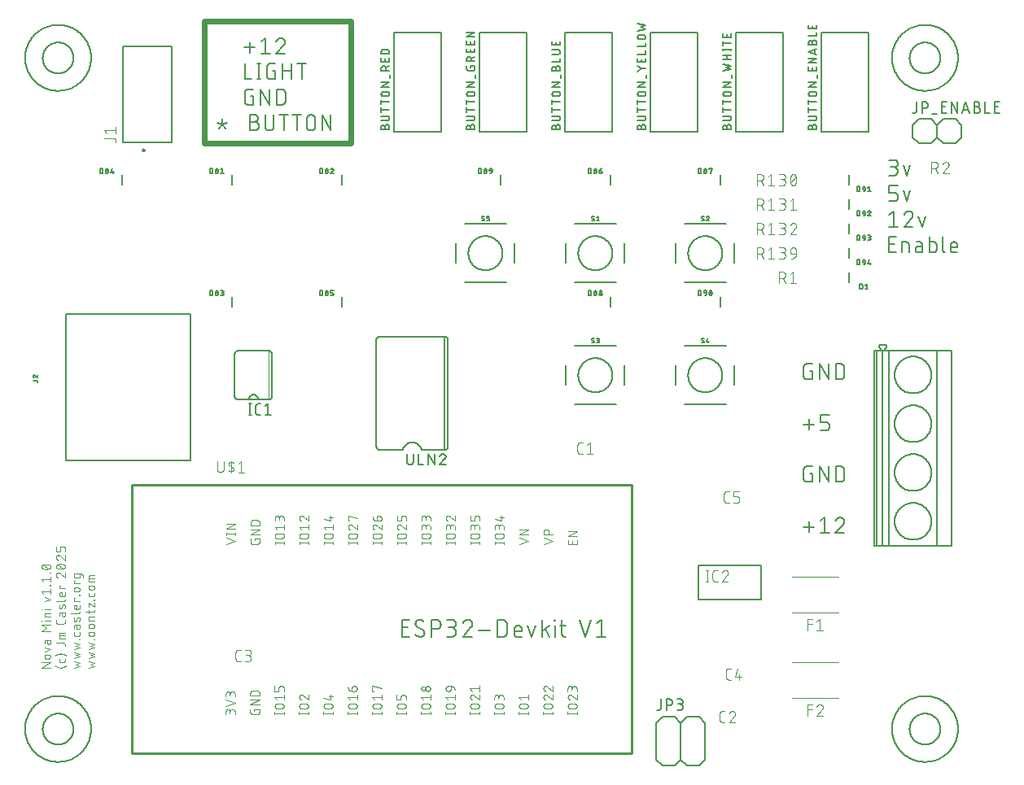
<source format=gbr>
G04 EAGLE Gerber RS-274X export*
G75*
%MOMM*%
%FSLAX34Y34*%
%LPD*%
%INSilkscreen Top*%
%IPPOS*%
%AMOC8*
5,1,8,0,0,1.08239X$1,22.5*%
G01*
%ADD10C,0.152400*%
%ADD11C,0.609600*%
%ADD12C,0.076200*%
%ADD13C,0.101600*%
%ADD14C,0.127000*%
%ADD15C,0.120000*%
%ADD16C,0.203200*%
%ADD17C,0.254000*%
%ADD18C,0.177800*%
%ADD19C,0.200000*%
%ADD20C,0.050800*%


D10*
X915162Y626872D02*
X919678Y626872D01*
X919811Y626874D01*
X919943Y626880D01*
X920075Y626890D01*
X920207Y626903D01*
X920339Y626921D01*
X920469Y626942D01*
X920600Y626967D01*
X920729Y626996D01*
X920857Y627029D01*
X920985Y627065D01*
X921111Y627105D01*
X921236Y627149D01*
X921360Y627197D01*
X921482Y627248D01*
X921603Y627303D01*
X921722Y627361D01*
X921840Y627423D01*
X921955Y627488D01*
X922069Y627557D01*
X922180Y627628D01*
X922289Y627704D01*
X922396Y627782D01*
X922501Y627863D01*
X922603Y627948D01*
X922703Y628035D01*
X922800Y628125D01*
X922895Y628218D01*
X922986Y628314D01*
X923075Y628412D01*
X923161Y628513D01*
X923244Y628617D01*
X923324Y628723D01*
X923400Y628831D01*
X923474Y628941D01*
X923544Y629054D01*
X923611Y629168D01*
X923674Y629285D01*
X923734Y629403D01*
X923791Y629523D01*
X923844Y629645D01*
X923893Y629768D01*
X923939Y629892D01*
X923981Y630018D01*
X924019Y630145D01*
X924054Y630273D01*
X924085Y630402D01*
X924112Y630531D01*
X924135Y630662D01*
X924155Y630793D01*
X924170Y630925D01*
X924182Y631057D01*
X924190Y631189D01*
X924194Y631322D01*
X924194Y631454D01*
X924190Y631587D01*
X924182Y631719D01*
X924170Y631851D01*
X924155Y631983D01*
X924135Y632114D01*
X924112Y632245D01*
X924085Y632374D01*
X924054Y632503D01*
X924019Y632631D01*
X923981Y632758D01*
X923939Y632884D01*
X923893Y633008D01*
X923844Y633131D01*
X923791Y633253D01*
X923734Y633373D01*
X923674Y633491D01*
X923611Y633608D01*
X923544Y633722D01*
X923474Y633835D01*
X923400Y633945D01*
X923324Y634053D01*
X923244Y634159D01*
X923161Y634263D01*
X923075Y634364D01*
X922986Y634462D01*
X922895Y634558D01*
X922800Y634651D01*
X922703Y634741D01*
X922603Y634828D01*
X922501Y634913D01*
X922396Y634994D01*
X922289Y635072D01*
X922180Y635148D01*
X922069Y635219D01*
X921955Y635288D01*
X921840Y635353D01*
X921722Y635415D01*
X921603Y635473D01*
X921482Y635528D01*
X921360Y635579D01*
X921236Y635627D01*
X921111Y635671D01*
X920985Y635711D01*
X920857Y635747D01*
X920729Y635780D01*
X920600Y635809D01*
X920469Y635834D01*
X920339Y635855D01*
X920207Y635873D01*
X920075Y635886D01*
X919943Y635896D01*
X919811Y635902D01*
X919678Y635904D01*
X920581Y643128D02*
X915162Y643128D01*
X920581Y643128D02*
X920700Y643126D01*
X920820Y643120D01*
X920939Y643110D01*
X921057Y643096D01*
X921176Y643079D01*
X921293Y643057D01*
X921410Y643032D01*
X921525Y643002D01*
X921640Y642969D01*
X921754Y642932D01*
X921866Y642892D01*
X921977Y642847D01*
X922086Y642799D01*
X922194Y642748D01*
X922300Y642693D01*
X922404Y642634D01*
X922506Y642572D01*
X922606Y642507D01*
X922704Y642438D01*
X922800Y642366D01*
X922893Y642291D01*
X922983Y642214D01*
X923071Y642133D01*
X923156Y642049D01*
X923238Y641962D01*
X923318Y641873D01*
X923394Y641781D01*
X923468Y641687D01*
X923538Y641590D01*
X923605Y641492D01*
X923669Y641391D01*
X923729Y641287D01*
X923786Y641182D01*
X923839Y641075D01*
X923889Y640967D01*
X923935Y640857D01*
X923977Y640745D01*
X924016Y640632D01*
X924051Y640518D01*
X924082Y640403D01*
X924110Y640286D01*
X924133Y640169D01*
X924153Y640052D01*
X924169Y639933D01*
X924181Y639814D01*
X924189Y639695D01*
X924193Y639576D01*
X924193Y639456D01*
X924189Y639337D01*
X924181Y639218D01*
X924169Y639099D01*
X924153Y638980D01*
X924133Y638863D01*
X924110Y638746D01*
X924082Y638629D01*
X924051Y638514D01*
X924016Y638400D01*
X923977Y638287D01*
X923935Y638175D01*
X923889Y638065D01*
X923839Y637957D01*
X923786Y637850D01*
X923729Y637745D01*
X923669Y637641D01*
X923605Y637540D01*
X923538Y637442D01*
X923468Y637345D01*
X923394Y637251D01*
X923318Y637159D01*
X923238Y637070D01*
X923156Y636983D01*
X923071Y636899D01*
X922983Y636818D01*
X922893Y636741D01*
X922800Y636666D01*
X922704Y636594D01*
X922606Y636525D01*
X922506Y636460D01*
X922404Y636398D01*
X922300Y636339D01*
X922194Y636284D01*
X922086Y636233D01*
X921977Y636185D01*
X921866Y636140D01*
X921754Y636100D01*
X921640Y636063D01*
X921525Y636030D01*
X921410Y636000D01*
X921293Y635975D01*
X921176Y635953D01*
X921057Y635936D01*
X920939Y635922D01*
X920820Y635912D01*
X920700Y635906D01*
X920581Y635904D01*
X920581Y635903D02*
X916968Y635903D01*
X930133Y637709D02*
X933746Y626872D01*
X937358Y637709D01*
X920581Y600202D02*
X915162Y600202D01*
X920581Y600202D02*
X920699Y600204D01*
X920817Y600210D01*
X920935Y600219D01*
X921052Y600233D01*
X921169Y600250D01*
X921286Y600271D01*
X921401Y600296D01*
X921516Y600325D01*
X921630Y600358D01*
X921742Y600394D01*
X921853Y600434D01*
X921963Y600477D01*
X922072Y600524D01*
X922179Y600574D01*
X922284Y600629D01*
X922387Y600686D01*
X922488Y600747D01*
X922588Y600811D01*
X922685Y600878D01*
X922780Y600948D01*
X922872Y601022D01*
X922963Y601098D01*
X923050Y601178D01*
X923135Y601260D01*
X923217Y601345D01*
X923297Y601432D01*
X923373Y601523D01*
X923447Y601615D01*
X923517Y601710D01*
X923584Y601807D01*
X923648Y601907D01*
X923709Y602008D01*
X923766Y602111D01*
X923821Y602216D01*
X923871Y602323D01*
X923918Y602432D01*
X923961Y602542D01*
X924001Y602653D01*
X924037Y602765D01*
X924070Y602879D01*
X924099Y602994D01*
X924124Y603109D01*
X924145Y603226D01*
X924162Y603343D01*
X924176Y603460D01*
X924185Y603578D01*
X924191Y603696D01*
X924193Y603814D01*
X924193Y605621D01*
X924191Y605739D01*
X924185Y605857D01*
X924176Y605975D01*
X924162Y606092D01*
X924145Y606209D01*
X924124Y606326D01*
X924099Y606441D01*
X924070Y606556D01*
X924037Y606670D01*
X924001Y606782D01*
X923961Y606893D01*
X923918Y607003D01*
X923871Y607112D01*
X923821Y607219D01*
X923766Y607324D01*
X923709Y607427D01*
X923648Y607528D01*
X923584Y607628D01*
X923517Y607725D01*
X923447Y607820D01*
X923373Y607912D01*
X923297Y608003D01*
X923217Y608090D01*
X923135Y608175D01*
X923050Y608257D01*
X922963Y608337D01*
X922872Y608413D01*
X922780Y608487D01*
X922685Y608557D01*
X922588Y608624D01*
X922488Y608688D01*
X922387Y608749D01*
X922284Y608806D01*
X922179Y608861D01*
X922072Y608911D01*
X921963Y608958D01*
X921853Y609001D01*
X921742Y609041D01*
X921630Y609077D01*
X921516Y609110D01*
X921401Y609139D01*
X921286Y609164D01*
X921169Y609185D01*
X921052Y609202D01*
X920935Y609216D01*
X920817Y609225D01*
X920699Y609231D01*
X920581Y609233D01*
X915162Y609233D01*
X915162Y616458D01*
X924193Y616458D01*
X930133Y611039D02*
X933746Y600202D01*
X937358Y611039D01*
X919678Y589788D02*
X915162Y586176D01*
X919678Y589788D02*
X919678Y573532D01*
X924193Y573532D02*
X915162Y573532D01*
X935760Y589788D02*
X935885Y589786D01*
X936010Y589780D01*
X936135Y589771D01*
X936259Y589757D01*
X936383Y589740D01*
X936507Y589719D01*
X936629Y589694D01*
X936751Y589665D01*
X936872Y589633D01*
X936992Y589597D01*
X937111Y589557D01*
X937228Y589514D01*
X937344Y589467D01*
X937459Y589416D01*
X937571Y589362D01*
X937683Y589304D01*
X937792Y589244D01*
X937899Y589179D01*
X938005Y589112D01*
X938108Y589041D01*
X938209Y588967D01*
X938308Y588890D01*
X938404Y588810D01*
X938498Y588727D01*
X938589Y588642D01*
X938678Y588553D01*
X938763Y588462D01*
X938846Y588368D01*
X938926Y588272D01*
X939003Y588173D01*
X939077Y588072D01*
X939148Y587969D01*
X939215Y587863D01*
X939280Y587756D01*
X939340Y587647D01*
X939398Y587535D01*
X939452Y587423D01*
X939503Y587308D01*
X939550Y587192D01*
X939593Y587075D01*
X939633Y586956D01*
X939669Y586836D01*
X939701Y586715D01*
X939730Y586593D01*
X939755Y586471D01*
X939776Y586347D01*
X939793Y586223D01*
X939807Y586099D01*
X939816Y585974D01*
X939822Y585849D01*
X939824Y585724D01*
X935760Y589788D02*
X935617Y589786D01*
X935475Y589780D01*
X935332Y589770D01*
X935190Y589757D01*
X935049Y589739D01*
X934907Y589718D01*
X934767Y589693D01*
X934627Y589664D01*
X934488Y589631D01*
X934350Y589594D01*
X934213Y589554D01*
X934078Y589510D01*
X933943Y589462D01*
X933810Y589410D01*
X933678Y589355D01*
X933548Y589296D01*
X933420Y589234D01*
X933293Y589168D01*
X933168Y589099D01*
X933045Y589027D01*
X932925Y588951D01*
X932806Y588872D01*
X932689Y588789D01*
X932575Y588704D01*
X932463Y588615D01*
X932354Y588524D01*
X932247Y588429D01*
X932142Y588332D01*
X932041Y588231D01*
X931942Y588128D01*
X931846Y588023D01*
X931753Y587914D01*
X931663Y587803D01*
X931576Y587690D01*
X931492Y587575D01*
X931412Y587457D01*
X931334Y587337D01*
X931260Y587215D01*
X931190Y587091D01*
X931122Y586965D01*
X931059Y586837D01*
X930998Y586708D01*
X930941Y586577D01*
X930888Y586445D01*
X930839Y586311D01*
X930793Y586176D01*
X938469Y582563D02*
X938563Y582655D01*
X938653Y582749D01*
X938741Y582846D01*
X938826Y582946D01*
X938908Y583048D01*
X938987Y583153D01*
X939062Y583260D01*
X939134Y583369D01*
X939203Y583480D01*
X939269Y583594D01*
X939331Y583709D01*
X939390Y583826D01*
X939445Y583945D01*
X939496Y584065D01*
X939544Y584187D01*
X939589Y584310D01*
X939629Y584434D01*
X939666Y584560D01*
X939699Y584687D01*
X939728Y584814D01*
X939754Y584943D01*
X939775Y585072D01*
X939793Y585202D01*
X939806Y585332D01*
X939816Y585462D01*
X939822Y585593D01*
X939824Y585724D01*
X938470Y582563D02*
X930793Y573532D01*
X939824Y573532D01*
X949377Y573532D02*
X945764Y584369D01*
X952989Y584369D02*
X949377Y573532D01*
X922387Y546862D02*
X915162Y546862D01*
X915162Y563118D01*
X922387Y563118D01*
X920581Y555893D02*
X915162Y555893D01*
X928540Y557699D02*
X928540Y546862D01*
X928540Y557699D02*
X933056Y557699D01*
X933160Y557697D01*
X933263Y557691D01*
X933367Y557681D01*
X933470Y557667D01*
X933572Y557649D01*
X933673Y557628D01*
X933774Y557602D01*
X933873Y557573D01*
X933972Y557540D01*
X934069Y557503D01*
X934164Y557462D01*
X934258Y557418D01*
X934350Y557370D01*
X934440Y557319D01*
X934529Y557264D01*
X934615Y557206D01*
X934698Y557144D01*
X934780Y557080D01*
X934858Y557012D01*
X934934Y556942D01*
X935008Y556869D01*
X935078Y556792D01*
X935146Y556714D01*
X935210Y556632D01*
X935272Y556549D01*
X935330Y556463D01*
X935385Y556374D01*
X935436Y556284D01*
X935484Y556192D01*
X935528Y556098D01*
X935569Y556003D01*
X935606Y555906D01*
X935639Y555807D01*
X935668Y555708D01*
X935694Y555607D01*
X935715Y555506D01*
X935733Y555404D01*
X935747Y555301D01*
X935757Y555197D01*
X935763Y555094D01*
X935765Y554990D01*
X935765Y546862D01*
X945696Y553184D02*
X949760Y553184D01*
X945696Y553184D02*
X945584Y553182D01*
X945473Y553176D01*
X945362Y553166D01*
X945251Y553153D01*
X945141Y553135D01*
X945032Y553113D01*
X944923Y553088D01*
X944815Y553059D01*
X944709Y553026D01*
X944603Y552989D01*
X944499Y552949D01*
X944397Y552905D01*
X944296Y552857D01*
X944197Y552806D01*
X944099Y552751D01*
X944004Y552693D01*
X943911Y552632D01*
X943820Y552567D01*
X943731Y552499D01*
X943645Y552428D01*
X943562Y552355D01*
X943481Y552278D01*
X943402Y552198D01*
X943327Y552116D01*
X943255Y552031D01*
X943185Y551944D01*
X943119Y551854D01*
X943056Y551762D01*
X942996Y551667D01*
X942940Y551571D01*
X942887Y551473D01*
X942838Y551373D01*
X942792Y551271D01*
X942750Y551168D01*
X942711Y551063D01*
X942676Y550957D01*
X942645Y550850D01*
X942618Y550742D01*
X942594Y550633D01*
X942575Y550523D01*
X942559Y550413D01*
X942547Y550302D01*
X942539Y550190D01*
X942535Y550079D01*
X942535Y549967D01*
X942539Y549856D01*
X942547Y549744D01*
X942559Y549633D01*
X942575Y549523D01*
X942594Y549413D01*
X942618Y549304D01*
X942645Y549196D01*
X942676Y549089D01*
X942711Y548983D01*
X942750Y548878D01*
X942792Y548775D01*
X942838Y548673D01*
X942887Y548573D01*
X942940Y548475D01*
X942996Y548379D01*
X943056Y548284D01*
X943119Y548192D01*
X943185Y548102D01*
X943255Y548015D01*
X943327Y547930D01*
X943402Y547848D01*
X943481Y547768D01*
X943562Y547691D01*
X943645Y547618D01*
X943731Y547547D01*
X943820Y547479D01*
X943911Y547414D01*
X944004Y547353D01*
X944099Y547295D01*
X944197Y547240D01*
X944296Y547189D01*
X944397Y547141D01*
X944499Y547097D01*
X944603Y547057D01*
X944709Y547020D01*
X944815Y546987D01*
X944923Y546958D01*
X945032Y546933D01*
X945141Y546911D01*
X945251Y546893D01*
X945362Y546880D01*
X945473Y546870D01*
X945584Y546864D01*
X945696Y546862D01*
X949760Y546862D01*
X949760Y554990D01*
X949758Y555091D01*
X949752Y555192D01*
X949743Y555293D01*
X949730Y555394D01*
X949713Y555494D01*
X949692Y555593D01*
X949668Y555691D01*
X949640Y555788D01*
X949608Y555885D01*
X949573Y555980D01*
X949534Y556073D01*
X949492Y556165D01*
X949446Y556256D01*
X949397Y556345D01*
X949345Y556431D01*
X949289Y556516D01*
X949231Y556599D01*
X949169Y556679D01*
X949104Y556757D01*
X949037Y556833D01*
X948967Y556906D01*
X948894Y556976D01*
X948818Y557043D01*
X948740Y557108D01*
X948660Y557170D01*
X948577Y557228D01*
X948492Y557284D01*
X948406Y557336D01*
X948317Y557385D01*
X948226Y557431D01*
X948134Y557473D01*
X948041Y557512D01*
X947946Y557547D01*
X947849Y557579D01*
X947752Y557607D01*
X947654Y557631D01*
X947555Y557652D01*
X947455Y557669D01*
X947354Y557682D01*
X947253Y557691D01*
X947152Y557697D01*
X947051Y557699D01*
X943438Y557699D01*
X957271Y563118D02*
X957271Y546862D01*
X961786Y546862D01*
X961890Y546864D01*
X961993Y546870D01*
X962097Y546880D01*
X962200Y546894D01*
X962302Y546912D01*
X962403Y546933D01*
X962504Y546959D01*
X962603Y546988D01*
X962702Y547021D01*
X962799Y547058D01*
X962894Y547099D01*
X962988Y547143D01*
X963080Y547191D01*
X963170Y547242D01*
X963259Y547297D01*
X963345Y547355D01*
X963428Y547417D01*
X963510Y547481D01*
X963588Y547549D01*
X963664Y547619D01*
X963738Y547692D01*
X963808Y547769D01*
X963876Y547847D01*
X963940Y547929D01*
X964002Y548012D01*
X964060Y548098D01*
X964115Y548187D01*
X964166Y548277D01*
X964214Y548369D01*
X964258Y548463D01*
X964299Y548558D01*
X964336Y548655D01*
X964369Y548754D01*
X964398Y548853D01*
X964424Y548954D01*
X964445Y549055D01*
X964463Y549157D01*
X964477Y549260D01*
X964487Y549364D01*
X964493Y549467D01*
X964495Y549571D01*
X964496Y549571D02*
X964496Y554990D01*
X964495Y554990D02*
X964493Y555091D01*
X964487Y555192D01*
X964478Y555293D01*
X964465Y555394D01*
X964448Y555494D01*
X964427Y555593D01*
X964403Y555691D01*
X964375Y555788D01*
X964343Y555885D01*
X964308Y555980D01*
X964269Y556073D01*
X964227Y556165D01*
X964181Y556256D01*
X964132Y556345D01*
X964080Y556431D01*
X964024Y556516D01*
X963966Y556599D01*
X963904Y556679D01*
X963839Y556757D01*
X963772Y556833D01*
X963702Y556906D01*
X963629Y556976D01*
X963553Y557043D01*
X963475Y557108D01*
X963395Y557170D01*
X963312Y557228D01*
X963227Y557284D01*
X963141Y557336D01*
X963052Y557385D01*
X962961Y557431D01*
X962869Y557473D01*
X962776Y557512D01*
X962681Y557547D01*
X962584Y557579D01*
X962487Y557607D01*
X962389Y557631D01*
X962290Y557652D01*
X962190Y557669D01*
X962089Y557682D01*
X961988Y557691D01*
X961887Y557697D01*
X961786Y557699D01*
X957271Y557699D01*
X970981Y563118D02*
X970981Y549571D01*
X970982Y549571D02*
X970984Y549470D01*
X970990Y549369D01*
X970999Y549268D01*
X971012Y549167D01*
X971029Y549067D01*
X971050Y548968D01*
X971074Y548870D01*
X971102Y548773D01*
X971134Y548676D01*
X971169Y548581D01*
X971208Y548488D01*
X971250Y548396D01*
X971296Y548305D01*
X971345Y548217D01*
X971397Y548130D01*
X971453Y548045D01*
X971511Y547962D01*
X971573Y547882D01*
X971638Y547804D01*
X971705Y547728D01*
X971775Y547655D01*
X971848Y547585D01*
X971924Y547518D01*
X972002Y547453D01*
X972082Y547391D01*
X972165Y547333D01*
X972250Y547277D01*
X972337Y547225D01*
X972425Y547176D01*
X972516Y547130D01*
X972608Y547088D01*
X972701Y547049D01*
X972796Y547014D01*
X972893Y546982D01*
X972990Y546954D01*
X973088Y546930D01*
X973187Y546909D01*
X973287Y546892D01*
X973388Y546879D01*
X973489Y546870D01*
X973590Y546864D01*
X973691Y546862D01*
X981791Y546862D02*
X986306Y546862D01*
X981791Y546862D02*
X981690Y546864D01*
X981589Y546870D01*
X981488Y546879D01*
X981387Y546892D01*
X981287Y546909D01*
X981188Y546930D01*
X981090Y546954D01*
X980993Y546982D01*
X980896Y547014D01*
X980801Y547049D01*
X980708Y547088D01*
X980616Y547130D01*
X980525Y547176D01*
X980437Y547225D01*
X980350Y547277D01*
X980265Y547333D01*
X980182Y547391D01*
X980102Y547453D01*
X980024Y547518D01*
X979948Y547585D01*
X979875Y547655D01*
X979805Y547728D01*
X979738Y547804D01*
X979673Y547882D01*
X979611Y547962D01*
X979553Y548045D01*
X979497Y548130D01*
X979445Y548217D01*
X979396Y548305D01*
X979350Y548396D01*
X979308Y548488D01*
X979269Y548581D01*
X979234Y548676D01*
X979202Y548773D01*
X979174Y548870D01*
X979150Y548968D01*
X979129Y549067D01*
X979112Y549167D01*
X979099Y549268D01*
X979090Y549369D01*
X979084Y549470D01*
X979082Y549571D01*
X979081Y549571D02*
X979081Y554087D01*
X979082Y554087D02*
X979084Y554206D01*
X979090Y554326D01*
X979100Y554445D01*
X979114Y554563D01*
X979131Y554682D01*
X979153Y554799D01*
X979178Y554916D01*
X979208Y555031D01*
X979241Y555146D01*
X979278Y555260D01*
X979318Y555372D01*
X979363Y555483D01*
X979411Y555592D01*
X979462Y555700D01*
X979517Y555806D01*
X979576Y555910D01*
X979638Y556012D01*
X979703Y556112D01*
X979772Y556210D01*
X979844Y556306D01*
X979919Y556399D01*
X979996Y556489D01*
X980077Y556577D01*
X980161Y556662D01*
X980248Y556744D01*
X980337Y556824D01*
X980429Y556900D01*
X980523Y556974D01*
X980620Y557044D01*
X980718Y557111D01*
X980819Y557175D01*
X980923Y557235D01*
X981028Y557292D01*
X981135Y557345D01*
X981243Y557395D01*
X981353Y557441D01*
X981465Y557483D01*
X981578Y557522D01*
X981692Y557557D01*
X981807Y557588D01*
X981924Y557616D01*
X982041Y557639D01*
X982158Y557659D01*
X982277Y557675D01*
X982396Y557687D01*
X982515Y557695D01*
X982634Y557699D01*
X982754Y557699D01*
X982873Y557695D01*
X982992Y557687D01*
X983111Y557675D01*
X983230Y557659D01*
X983347Y557639D01*
X983464Y557616D01*
X983581Y557588D01*
X983696Y557557D01*
X983810Y557522D01*
X983923Y557483D01*
X984035Y557441D01*
X984145Y557395D01*
X984253Y557345D01*
X984360Y557292D01*
X984465Y557235D01*
X984569Y557175D01*
X984670Y557111D01*
X984768Y557044D01*
X984865Y556974D01*
X984959Y556900D01*
X985051Y556824D01*
X985140Y556744D01*
X985227Y556662D01*
X985311Y556577D01*
X985392Y556489D01*
X985469Y556399D01*
X985544Y556306D01*
X985616Y556210D01*
X985685Y556112D01*
X985750Y556012D01*
X985812Y555910D01*
X985871Y555806D01*
X985926Y555700D01*
X985977Y555592D01*
X986025Y555483D01*
X986070Y555372D01*
X986110Y555260D01*
X986147Y555146D01*
X986180Y555031D01*
X986210Y554916D01*
X986235Y554799D01*
X986257Y554682D01*
X986274Y554563D01*
X986288Y554445D01*
X986298Y554326D01*
X986304Y554206D01*
X986306Y554087D01*
X986306Y552281D01*
X979081Y552281D01*
X255392Y760194D02*
X244555Y760194D01*
X249974Y765612D02*
X249974Y754775D01*
X262131Y766516D02*
X266647Y770128D01*
X266647Y753872D01*
X262131Y753872D02*
X271163Y753872D01*
X286794Y766064D02*
X286792Y766189D01*
X286786Y766314D01*
X286777Y766439D01*
X286763Y766563D01*
X286746Y766687D01*
X286725Y766811D01*
X286700Y766933D01*
X286671Y767055D01*
X286639Y767176D01*
X286603Y767296D01*
X286563Y767415D01*
X286520Y767532D01*
X286473Y767648D01*
X286422Y767763D01*
X286368Y767875D01*
X286310Y767987D01*
X286250Y768096D01*
X286185Y768203D01*
X286118Y768309D01*
X286047Y768412D01*
X285973Y768513D01*
X285896Y768612D01*
X285816Y768708D01*
X285733Y768802D01*
X285648Y768893D01*
X285559Y768982D01*
X285468Y769067D01*
X285374Y769150D01*
X285278Y769230D01*
X285179Y769307D01*
X285078Y769381D01*
X284975Y769452D01*
X284869Y769519D01*
X284762Y769584D01*
X284653Y769644D01*
X284541Y769702D01*
X284429Y769756D01*
X284314Y769807D01*
X284198Y769854D01*
X284081Y769897D01*
X283962Y769937D01*
X283842Y769973D01*
X283721Y770005D01*
X283599Y770034D01*
X283477Y770059D01*
X283353Y770080D01*
X283229Y770097D01*
X283105Y770111D01*
X282980Y770120D01*
X282855Y770126D01*
X282730Y770128D01*
X282587Y770126D01*
X282445Y770120D01*
X282302Y770110D01*
X282160Y770097D01*
X282019Y770079D01*
X281877Y770058D01*
X281737Y770033D01*
X281597Y770004D01*
X281458Y769971D01*
X281320Y769934D01*
X281183Y769894D01*
X281048Y769850D01*
X280913Y769802D01*
X280780Y769750D01*
X280648Y769695D01*
X280518Y769636D01*
X280390Y769574D01*
X280263Y769508D01*
X280138Y769439D01*
X280015Y769367D01*
X279895Y769291D01*
X279776Y769212D01*
X279659Y769129D01*
X279545Y769044D01*
X279433Y768955D01*
X279324Y768864D01*
X279217Y768769D01*
X279112Y768672D01*
X279011Y768571D01*
X278912Y768468D01*
X278816Y768363D01*
X278723Y768254D01*
X278633Y768143D01*
X278546Y768030D01*
X278462Y767915D01*
X278382Y767797D01*
X278304Y767677D01*
X278230Y767555D01*
X278160Y767431D01*
X278092Y767305D01*
X278029Y767177D01*
X277968Y767048D01*
X277911Y766917D01*
X277858Y766785D01*
X277809Y766651D01*
X277763Y766516D01*
X285439Y762903D02*
X285533Y762995D01*
X285623Y763089D01*
X285711Y763186D01*
X285796Y763286D01*
X285878Y763388D01*
X285957Y763493D01*
X286032Y763600D01*
X286104Y763709D01*
X286173Y763820D01*
X286239Y763934D01*
X286301Y764049D01*
X286360Y764166D01*
X286415Y764285D01*
X286466Y764405D01*
X286514Y764527D01*
X286559Y764650D01*
X286599Y764774D01*
X286636Y764900D01*
X286669Y765027D01*
X286698Y765154D01*
X286724Y765283D01*
X286745Y765412D01*
X286763Y765542D01*
X286776Y765672D01*
X286786Y765802D01*
X286792Y765933D01*
X286794Y766064D01*
X285439Y762903D02*
X277763Y753872D01*
X286794Y753872D01*
X244967Y743458D02*
X244967Y727202D01*
X252192Y727202D01*
X259352Y727202D02*
X259352Y743458D01*
X257546Y727202D02*
X261159Y727202D01*
X261159Y743458D02*
X257546Y743458D01*
X274185Y736233D02*
X276894Y736233D01*
X276894Y727202D01*
X271475Y727202D01*
X271357Y727204D01*
X271239Y727210D01*
X271121Y727219D01*
X271004Y727233D01*
X270887Y727250D01*
X270770Y727271D01*
X270655Y727296D01*
X270540Y727325D01*
X270426Y727358D01*
X270314Y727394D01*
X270203Y727434D01*
X270093Y727477D01*
X269984Y727524D01*
X269877Y727574D01*
X269772Y727629D01*
X269669Y727686D01*
X269568Y727747D01*
X269468Y727811D01*
X269371Y727878D01*
X269276Y727948D01*
X269184Y728022D01*
X269093Y728098D01*
X269006Y728178D01*
X268921Y728260D01*
X268839Y728345D01*
X268759Y728432D01*
X268683Y728523D01*
X268609Y728615D01*
X268539Y728710D01*
X268472Y728807D01*
X268408Y728907D01*
X268347Y729008D01*
X268290Y729111D01*
X268235Y729216D01*
X268185Y729323D01*
X268138Y729432D01*
X268095Y729542D01*
X268055Y729653D01*
X268019Y729765D01*
X267986Y729879D01*
X267957Y729994D01*
X267932Y730109D01*
X267911Y730226D01*
X267894Y730343D01*
X267880Y730460D01*
X267871Y730578D01*
X267865Y730696D01*
X267863Y730814D01*
X267863Y739846D01*
X267865Y739964D01*
X267871Y740082D01*
X267880Y740200D01*
X267894Y740317D01*
X267911Y740434D01*
X267932Y740551D01*
X267957Y740666D01*
X267986Y740781D01*
X268019Y740895D01*
X268055Y741007D01*
X268095Y741118D01*
X268138Y741228D01*
X268185Y741337D01*
X268235Y741444D01*
X268289Y741549D01*
X268347Y741652D01*
X268408Y741753D01*
X268472Y741853D01*
X268539Y741950D01*
X268609Y742045D01*
X268683Y742137D01*
X268759Y742228D01*
X268839Y742315D01*
X268921Y742400D01*
X269006Y742482D01*
X269093Y742562D01*
X269184Y742638D01*
X269276Y742712D01*
X269371Y742782D01*
X269468Y742849D01*
X269568Y742913D01*
X269669Y742974D01*
X269772Y743031D01*
X269877Y743085D01*
X269984Y743136D01*
X270093Y743183D01*
X270203Y743226D01*
X270314Y743266D01*
X270426Y743302D01*
X270540Y743335D01*
X270655Y743364D01*
X270770Y743389D01*
X270887Y743410D01*
X271004Y743427D01*
X271121Y743441D01*
X271239Y743450D01*
X271357Y743456D01*
X271475Y743458D01*
X276894Y743458D01*
X284536Y743458D02*
X284536Y727202D01*
X284536Y736233D02*
X293567Y736233D01*
X293567Y743458D02*
X293567Y727202D01*
X304162Y727202D02*
X304162Y743458D01*
X299646Y743458D02*
X308678Y743458D01*
X253968Y709563D02*
X251259Y709563D01*
X253968Y709563D02*
X253968Y700532D01*
X248550Y700532D01*
X248432Y700534D01*
X248314Y700540D01*
X248196Y700549D01*
X248079Y700563D01*
X247962Y700580D01*
X247845Y700601D01*
X247730Y700626D01*
X247615Y700655D01*
X247501Y700688D01*
X247389Y700724D01*
X247278Y700764D01*
X247168Y700807D01*
X247059Y700854D01*
X246952Y700904D01*
X246847Y700959D01*
X246744Y701016D01*
X246643Y701077D01*
X246543Y701141D01*
X246446Y701208D01*
X246351Y701278D01*
X246259Y701352D01*
X246168Y701428D01*
X246081Y701508D01*
X245996Y701590D01*
X245914Y701675D01*
X245834Y701762D01*
X245758Y701853D01*
X245684Y701945D01*
X245614Y702040D01*
X245547Y702137D01*
X245483Y702237D01*
X245422Y702338D01*
X245365Y702441D01*
X245310Y702546D01*
X245260Y702653D01*
X245213Y702762D01*
X245170Y702872D01*
X245130Y702983D01*
X245094Y703095D01*
X245061Y703209D01*
X245032Y703324D01*
X245007Y703439D01*
X244986Y703556D01*
X244969Y703673D01*
X244955Y703790D01*
X244946Y703908D01*
X244940Y704026D01*
X244938Y704144D01*
X244937Y704144D02*
X244937Y713176D01*
X244938Y713176D02*
X244940Y713294D01*
X244946Y713412D01*
X244955Y713530D01*
X244969Y713647D01*
X244986Y713764D01*
X245007Y713881D01*
X245032Y713996D01*
X245061Y714111D01*
X245094Y714225D01*
X245130Y714337D01*
X245170Y714448D01*
X245213Y714558D01*
X245260Y714667D01*
X245310Y714774D01*
X245364Y714879D01*
X245422Y714982D01*
X245483Y715083D01*
X245547Y715183D01*
X245614Y715280D01*
X245684Y715375D01*
X245758Y715467D01*
X245834Y715558D01*
X245914Y715645D01*
X245996Y715730D01*
X246081Y715812D01*
X246168Y715892D01*
X246259Y715968D01*
X246351Y716042D01*
X246446Y716112D01*
X246543Y716179D01*
X246643Y716243D01*
X246744Y716304D01*
X246847Y716361D01*
X246952Y716415D01*
X247059Y716466D01*
X247168Y716513D01*
X247278Y716556D01*
X247389Y716596D01*
X247501Y716632D01*
X247615Y716665D01*
X247730Y716694D01*
X247845Y716719D01*
X247962Y716740D01*
X248079Y716757D01*
X248196Y716771D01*
X248314Y716780D01*
X248432Y716786D01*
X248550Y716788D01*
X253968Y716788D01*
X261610Y716788D02*
X261610Y700532D01*
X270642Y700532D02*
X261610Y716788D01*
X270642Y716788D02*
X270642Y700532D01*
X278284Y700532D02*
X278284Y716788D01*
X282799Y716788D01*
X282930Y716786D01*
X283062Y716780D01*
X283193Y716771D01*
X283323Y716757D01*
X283454Y716740D01*
X283583Y716719D01*
X283712Y716695D01*
X283840Y716666D01*
X283968Y716634D01*
X284094Y716598D01*
X284219Y716559D01*
X284344Y716516D01*
X284466Y716469D01*
X284588Y716419D01*
X284708Y716365D01*
X284826Y716308D01*
X284942Y716247D01*
X285057Y716183D01*
X285170Y716116D01*
X285281Y716045D01*
X285389Y715971D01*
X285496Y715894D01*
X285600Y715814D01*
X285702Y715731D01*
X285801Y715646D01*
X285898Y715557D01*
X285992Y715465D01*
X286084Y715371D01*
X286173Y715274D01*
X286258Y715175D01*
X286341Y715073D01*
X286421Y714969D01*
X286498Y714862D01*
X286572Y714754D01*
X286643Y714643D01*
X286710Y714530D01*
X286774Y714415D01*
X286835Y714299D01*
X286892Y714181D01*
X286946Y714061D01*
X286996Y713939D01*
X287043Y713817D01*
X287086Y713692D01*
X287125Y713567D01*
X287161Y713441D01*
X287193Y713313D01*
X287222Y713185D01*
X287246Y713056D01*
X287267Y712927D01*
X287284Y712796D01*
X287298Y712666D01*
X287307Y712535D01*
X287313Y712403D01*
X287315Y712272D01*
X287315Y705048D01*
X287313Y704917D01*
X287307Y704785D01*
X287298Y704654D01*
X287284Y704524D01*
X287267Y704393D01*
X287246Y704264D01*
X287222Y704135D01*
X287193Y704007D01*
X287161Y703879D01*
X287125Y703753D01*
X287086Y703628D01*
X287043Y703503D01*
X286996Y703381D01*
X286946Y703259D01*
X286892Y703139D01*
X286835Y703021D01*
X286774Y702905D01*
X286710Y702790D01*
X286643Y702677D01*
X286572Y702566D01*
X286498Y702458D01*
X286421Y702351D01*
X286341Y702247D01*
X286258Y702145D01*
X286173Y702046D01*
X286084Y701949D01*
X285992Y701855D01*
X285898Y701763D01*
X285801Y701674D01*
X285702Y701589D01*
X285600Y701506D01*
X285496Y701426D01*
X285389Y701349D01*
X285281Y701275D01*
X285170Y701204D01*
X285057Y701137D01*
X284942Y701073D01*
X284826Y701012D01*
X284708Y700955D01*
X284588Y700901D01*
X284466Y700851D01*
X284344Y700804D01*
X284219Y700761D01*
X284094Y700722D01*
X283968Y700686D01*
X283840Y700654D01*
X283712Y700625D01*
X283583Y700601D01*
X283453Y700580D01*
X283323Y700563D01*
X283193Y700549D01*
X283062Y700540D01*
X282930Y700534D01*
X282799Y700532D01*
X278284Y700532D01*
X221629Y685602D02*
X221629Y680184D01*
X224790Y676120D01*
X221629Y680184D02*
X218468Y676120D01*
X221629Y680184D02*
X226596Y681990D01*
X221629Y680184D02*
X216662Y681990D01*
X250671Y682893D02*
X255187Y682893D01*
X255187Y682894D02*
X255320Y682892D01*
X255452Y682886D01*
X255584Y682876D01*
X255716Y682863D01*
X255848Y682845D01*
X255978Y682824D01*
X256109Y682799D01*
X256238Y682770D01*
X256366Y682737D01*
X256494Y682701D01*
X256620Y682661D01*
X256745Y682617D01*
X256869Y682569D01*
X256991Y682518D01*
X257112Y682463D01*
X257231Y682405D01*
X257349Y682343D01*
X257464Y682278D01*
X257578Y682209D01*
X257689Y682138D01*
X257798Y682062D01*
X257905Y681984D01*
X258010Y681903D01*
X258112Y681818D01*
X258212Y681731D01*
X258309Y681641D01*
X258404Y681548D01*
X258495Y681452D01*
X258584Y681354D01*
X258670Y681253D01*
X258753Y681149D01*
X258833Y681043D01*
X258909Y680935D01*
X258983Y680825D01*
X259053Y680712D01*
X259120Y680598D01*
X259183Y680481D01*
X259243Y680363D01*
X259300Y680243D01*
X259353Y680121D01*
X259402Y679998D01*
X259448Y679874D01*
X259490Y679748D01*
X259528Y679621D01*
X259563Y679493D01*
X259594Y679364D01*
X259621Y679235D01*
X259644Y679104D01*
X259664Y678973D01*
X259679Y678841D01*
X259691Y678709D01*
X259699Y678577D01*
X259703Y678444D01*
X259703Y678312D01*
X259699Y678179D01*
X259691Y678047D01*
X259679Y677915D01*
X259664Y677783D01*
X259644Y677652D01*
X259621Y677521D01*
X259594Y677392D01*
X259563Y677263D01*
X259528Y677135D01*
X259490Y677008D01*
X259448Y676882D01*
X259402Y676758D01*
X259353Y676635D01*
X259300Y676513D01*
X259243Y676393D01*
X259183Y676275D01*
X259120Y676158D01*
X259053Y676044D01*
X258983Y675931D01*
X258909Y675821D01*
X258833Y675713D01*
X258753Y675607D01*
X258670Y675503D01*
X258584Y675402D01*
X258495Y675304D01*
X258404Y675208D01*
X258309Y675115D01*
X258212Y675025D01*
X258112Y674938D01*
X258010Y674853D01*
X257905Y674772D01*
X257798Y674694D01*
X257689Y674618D01*
X257578Y674547D01*
X257464Y674478D01*
X257349Y674413D01*
X257231Y674351D01*
X257112Y674293D01*
X256991Y674238D01*
X256869Y674187D01*
X256745Y674139D01*
X256620Y674095D01*
X256494Y674055D01*
X256366Y674019D01*
X256238Y673986D01*
X256109Y673957D01*
X255978Y673932D01*
X255848Y673911D01*
X255716Y673893D01*
X255584Y673880D01*
X255452Y673870D01*
X255320Y673864D01*
X255187Y673862D01*
X250671Y673862D01*
X250671Y690118D01*
X255187Y690118D01*
X255306Y690116D01*
X255426Y690110D01*
X255545Y690100D01*
X255663Y690086D01*
X255782Y690069D01*
X255899Y690047D01*
X256016Y690022D01*
X256131Y689992D01*
X256246Y689959D01*
X256360Y689922D01*
X256472Y689882D01*
X256583Y689837D01*
X256692Y689789D01*
X256800Y689738D01*
X256906Y689683D01*
X257010Y689624D01*
X257112Y689562D01*
X257212Y689497D01*
X257310Y689428D01*
X257406Y689356D01*
X257499Y689281D01*
X257589Y689204D01*
X257677Y689123D01*
X257762Y689039D01*
X257844Y688952D01*
X257924Y688863D01*
X258000Y688771D01*
X258074Y688677D01*
X258144Y688580D01*
X258211Y688482D01*
X258275Y688381D01*
X258335Y688277D01*
X258392Y688172D01*
X258445Y688065D01*
X258495Y687957D01*
X258541Y687847D01*
X258583Y687735D01*
X258622Y687622D01*
X258657Y687508D01*
X258688Y687393D01*
X258716Y687276D01*
X258739Y687159D01*
X258759Y687042D01*
X258775Y686923D01*
X258787Y686804D01*
X258795Y686685D01*
X258799Y686566D01*
X258799Y686446D01*
X258795Y686327D01*
X258787Y686208D01*
X258775Y686089D01*
X258759Y685970D01*
X258739Y685853D01*
X258716Y685736D01*
X258688Y685619D01*
X258657Y685504D01*
X258622Y685390D01*
X258583Y685277D01*
X258541Y685165D01*
X258495Y685055D01*
X258445Y684947D01*
X258392Y684840D01*
X258335Y684735D01*
X258275Y684631D01*
X258211Y684530D01*
X258144Y684432D01*
X258074Y684335D01*
X258000Y684241D01*
X257924Y684149D01*
X257844Y684060D01*
X257762Y683973D01*
X257677Y683889D01*
X257589Y683808D01*
X257499Y683731D01*
X257406Y683656D01*
X257310Y683584D01*
X257212Y683515D01*
X257112Y683450D01*
X257010Y683388D01*
X256906Y683329D01*
X256800Y683274D01*
X256692Y683223D01*
X256583Y683175D01*
X256472Y683130D01*
X256360Y683090D01*
X256246Y683053D01*
X256131Y683020D01*
X256016Y682990D01*
X255899Y682965D01*
X255782Y682943D01*
X255663Y682926D01*
X255545Y682912D01*
X255426Y682902D01*
X255306Y682896D01*
X255187Y682894D01*
X266091Y678378D02*
X266091Y690118D01*
X266091Y678378D02*
X266093Y678245D01*
X266099Y678113D01*
X266109Y677981D01*
X266122Y677849D01*
X266140Y677717D01*
X266161Y677587D01*
X266186Y677456D01*
X266215Y677327D01*
X266248Y677199D01*
X266284Y677071D01*
X266324Y676945D01*
X266368Y676820D01*
X266416Y676696D01*
X266467Y676574D01*
X266522Y676453D01*
X266580Y676334D01*
X266642Y676216D01*
X266707Y676101D01*
X266776Y675987D01*
X266847Y675876D01*
X266923Y675767D01*
X267001Y675660D01*
X267082Y675555D01*
X267167Y675453D01*
X267254Y675353D01*
X267344Y675256D01*
X267437Y675161D01*
X267533Y675070D01*
X267631Y674981D01*
X267732Y674895D01*
X267836Y674812D01*
X267942Y674732D01*
X268050Y674656D01*
X268160Y674582D01*
X268273Y674512D01*
X268387Y674445D01*
X268504Y674382D01*
X268622Y674322D01*
X268742Y674265D01*
X268864Y674212D01*
X268987Y674163D01*
X269111Y674117D01*
X269237Y674075D01*
X269364Y674037D01*
X269492Y674002D01*
X269621Y673971D01*
X269750Y673944D01*
X269881Y673921D01*
X270012Y673901D01*
X270144Y673886D01*
X270276Y673874D01*
X270408Y673866D01*
X270541Y673862D01*
X270673Y673862D01*
X270806Y673866D01*
X270938Y673874D01*
X271070Y673886D01*
X271202Y673901D01*
X271333Y673921D01*
X271464Y673944D01*
X271593Y673971D01*
X271722Y674002D01*
X271850Y674037D01*
X271977Y674075D01*
X272103Y674117D01*
X272227Y674163D01*
X272350Y674212D01*
X272472Y674265D01*
X272592Y674322D01*
X272710Y674382D01*
X272827Y674445D01*
X272941Y674512D01*
X273054Y674582D01*
X273164Y674656D01*
X273272Y674732D01*
X273378Y674812D01*
X273482Y674895D01*
X273583Y674981D01*
X273681Y675070D01*
X273777Y675161D01*
X273870Y675256D01*
X273960Y675353D01*
X274047Y675453D01*
X274132Y675555D01*
X274213Y675660D01*
X274291Y675767D01*
X274367Y675876D01*
X274438Y675987D01*
X274507Y676101D01*
X274572Y676216D01*
X274634Y676334D01*
X274692Y676453D01*
X274747Y676574D01*
X274798Y676696D01*
X274846Y676820D01*
X274890Y676945D01*
X274930Y677071D01*
X274966Y677199D01*
X274999Y677327D01*
X275028Y677456D01*
X275053Y677587D01*
X275074Y677717D01*
X275092Y677849D01*
X275105Y677981D01*
X275115Y678113D01*
X275121Y678245D01*
X275123Y678378D01*
X275123Y690118D01*
X285717Y690118D02*
X285717Y673862D01*
X281202Y690118D02*
X290233Y690118D01*
X299264Y690118D02*
X299264Y673862D01*
X294749Y690118D02*
X303780Y690118D01*
X309338Y685602D02*
X309338Y678378D01*
X309337Y685602D02*
X309339Y685735D01*
X309345Y685867D01*
X309355Y685999D01*
X309368Y686131D01*
X309386Y686263D01*
X309407Y686393D01*
X309432Y686524D01*
X309461Y686653D01*
X309494Y686781D01*
X309530Y686909D01*
X309570Y687035D01*
X309614Y687160D01*
X309662Y687284D01*
X309713Y687406D01*
X309768Y687527D01*
X309826Y687646D01*
X309888Y687764D01*
X309953Y687879D01*
X310022Y687993D01*
X310093Y688104D01*
X310169Y688213D01*
X310247Y688320D01*
X310328Y688425D01*
X310413Y688527D01*
X310500Y688627D01*
X310590Y688724D01*
X310683Y688819D01*
X310779Y688910D01*
X310877Y688999D01*
X310978Y689085D01*
X311082Y689168D01*
X311188Y689248D01*
X311296Y689324D01*
X311406Y689398D01*
X311519Y689468D01*
X311633Y689535D01*
X311750Y689598D01*
X311868Y689658D01*
X311988Y689715D01*
X312110Y689768D01*
X312233Y689817D01*
X312357Y689863D01*
X312483Y689905D01*
X312610Y689943D01*
X312738Y689978D01*
X312867Y690009D01*
X312996Y690036D01*
X313127Y690059D01*
X313258Y690079D01*
X313390Y690094D01*
X313522Y690106D01*
X313654Y690114D01*
X313787Y690118D01*
X313919Y690118D01*
X314052Y690114D01*
X314184Y690106D01*
X314316Y690094D01*
X314448Y690079D01*
X314579Y690059D01*
X314710Y690036D01*
X314839Y690009D01*
X314968Y689978D01*
X315096Y689943D01*
X315223Y689905D01*
X315349Y689863D01*
X315473Y689817D01*
X315596Y689768D01*
X315718Y689715D01*
X315838Y689658D01*
X315956Y689598D01*
X316073Y689535D01*
X316187Y689468D01*
X316300Y689398D01*
X316410Y689324D01*
X316518Y689248D01*
X316624Y689168D01*
X316728Y689085D01*
X316829Y688999D01*
X316927Y688910D01*
X317023Y688819D01*
X317116Y688724D01*
X317206Y688627D01*
X317293Y688527D01*
X317378Y688425D01*
X317459Y688320D01*
X317537Y688213D01*
X317613Y688104D01*
X317684Y687993D01*
X317753Y687879D01*
X317818Y687764D01*
X317880Y687646D01*
X317938Y687527D01*
X317993Y687406D01*
X318044Y687284D01*
X318092Y687160D01*
X318136Y687035D01*
X318176Y686909D01*
X318212Y686781D01*
X318245Y686653D01*
X318274Y686524D01*
X318299Y686393D01*
X318320Y686263D01*
X318338Y686131D01*
X318351Y685999D01*
X318361Y685867D01*
X318367Y685735D01*
X318369Y685602D01*
X318369Y678378D01*
X318367Y678245D01*
X318361Y678113D01*
X318351Y677981D01*
X318338Y677849D01*
X318320Y677717D01*
X318299Y677587D01*
X318274Y677456D01*
X318245Y677327D01*
X318212Y677199D01*
X318176Y677071D01*
X318136Y676945D01*
X318092Y676820D01*
X318044Y676696D01*
X317993Y676574D01*
X317938Y676453D01*
X317880Y676334D01*
X317818Y676216D01*
X317753Y676101D01*
X317684Y675987D01*
X317613Y675876D01*
X317537Y675767D01*
X317459Y675660D01*
X317378Y675555D01*
X317293Y675453D01*
X317206Y675353D01*
X317116Y675256D01*
X317023Y675161D01*
X316927Y675070D01*
X316829Y674981D01*
X316728Y674895D01*
X316624Y674812D01*
X316518Y674732D01*
X316410Y674656D01*
X316300Y674582D01*
X316187Y674512D01*
X316073Y674445D01*
X315956Y674382D01*
X315838Y674322D01*
X315718Y674265D01*
X315596Y674212D01*
X315473Y674163D01*
X315349Y674117D01*
X315223Y674075D01*
X315096Y674037D01*
X314968Y674002D01*
X314839Y673971D01*
X314710Y673944D01*
X314579Y673921D01*
X314448Y673901D01*
X314316Y673886D01*
X314184Y673874D01*
X314052Y673866D01*
X313919Y673862D01*
X313787Y673862D01*
X313654Y673866D01*
X313522Y673874D01*
X313390Y673886D01*
X313258Y673901D01*
X313127Y673921D01*
X312996Y673944D01*
X312867Y673971D01*
X312738Y674002D01*
X312610Y674037D01*
X312483Y674075D01*
X312357Y674117D01*
X312233Y674163D01*
X312110Y674212D01*
X311988Y674265D01*
X311868Y674322D01*
X311750Y674382D01*
X311633Y674445D01*
X311519Y674512D01*
X311406Y674582D01*
X311296Y674656D01*
X311188Y674732D01*
X311082Y674812D01*
X310978Y674895D01*
X310877Y674981D01*
X310779Y675070D01*
X310683Y675161D01*
X310590Y675256D01*
X310500Y675353D01*
X310413Y675453D01*
X310328Y675555D01*
X310247Y675660D01*
X310169Y675767D01*
X310093Y675876D01*
X310022Y675987D01*
X309953Y676101D01*
X309888Y676216D01*
X309826Y676334D01*
X309768Y676453D01*
X309713Y676574D01*
X309662Y676696D01*
X309614Y676820D01*
X309570Y676945D01*
X309530Y677071D01*
X309494Y677199D01*
X309461Y677327D01*
X309432Y677456D01*
X309407Y677587D01*
X309386Y677717D01*
X309368Y677849D01*
X309355Y677981D01*
X309345Y678113D01*
X309339Y678245D01*
X309337Y678378D01*
X325490Y673862D02*
X325490Y690118D01*
X334521Y673862D01*
X334521Y690118D01*
D11*
X355600Y660400D02*
X203200Y660400D01*
X355600Y660400D02*
X355600Y787400D01*
X203200Y787400D01*
X203200Y660400D01*
D12*
X42799Y114681D02*
X33401Y114681D01*
X42799Y119902D01*
X33401Y119902D01*
X38622Y124042D02*
X40711Y124042D01*
X38622Y124043D02*
X38532Y124045D01*
X38443Y124051D01*
X38353Y124060D01*
X38264Y124074D01*
X38176Y124091D01*
X38089Y124112D01*
X38002Y124137D01*
X37917Y124166D01*
X37833Y124198D01*
X37751Y124233D01*
X37670Y124273D01*
X37591Y124315D01*
X37514Y124361D01*
X37439Y124411D01*
X37366Y124463D01*
X37295Y124519D01*
X37227Y124577D01*
X37162Y124639D01*
X37099Y124703D01*
X37039Y124770D01*
X36982Y124839D01*
X36928Y124911D01*
X36877Y124985D01*
X36829Y125061D01*
X36785Y125139D01*
X36744Y125219D01*
X36706Y125301D01*
X36672Y125384D01*
X36642Y125469D01*
X36615Y125555D01*
X36592Y125641D01*
X36573Y125729D01*
X36558Y125818D01*
X36546Y125907D01*
X36538Y125996D01*
X36534Y126086D01*
X36534Y126176D01*
X36538Y126266D01*
X36546Y126355D01*
X36558Y126444D01*
X36573Y126533D01*
X36592Y126621D01*
X36615Y126707D01*
X36642Y126793D01*
X36672Y126878D01*
X36706Y126961D01*
X36744Y127043D01*
X36785Y127123D01*
X36829Y127201D01*
X36877Y127277D01*
X36928Y127351D01*
X36982Y127423D01*
X37039Y127492D01*
X37099Y127559D01*
X37162Y127623D01*
X37227Y127685D01*
X37295Y127743D01*
X37366Y127799D01*
X37439Y127851D01*
X37514Y127901D01*
X37591Y127947D01*
X37670Y127989D01*
X37751Y128029D01*
X37833Y128064D01*
X37917Y128096D01*
X38002Y128125D01*
X38089Y128150D01*
X38176Y128171D01*
X38264Y128188D01*
X38353Y128202D01*
X38443Y128211D01*
X38532Y128217D01*
X38622Y128219D01*
X40711Y128219D01*
X40801Y128217D01*
X40890Y128211D01*
X40980Y128202D01*
X41069Y128188D01*
X41157Y128171D01*
X41244Y128150D01*
X41331Y128125D01*
X41416Y128096D01*
X41500Y128064D01*
X41582Y128029D01*
X41663Y127989D01*
X41742Y127947D01*
X41819Y127901D01*
X41894Y127851D01*
X41967Y127799D01*
X42038Y127743D01*
X42106Y127685D01*
X42171Y127623D01*
X42234Y127559D01*
X42294Y127492D01*
X42351Y127423D01*
X42405Y127351D01*
X42456Y127277D01*
X42504Y127201D01*
X42548Y127123D01*
X42589Y127043D01*
X42627Y126961D01*
X42661Y126878D01*
X42691Y126793D01*
X42718Y126707D01*
X42741Y126621D01*
X42760Y126533D01*
X42775Y126444D01*
X42787Y126355D01*
X42795Y126266D01*
X42799Y126176D01*
X42799Y126086D01*
X42795Y125996D01*
X42787Y125907D01*
X42775Y125818D01*
X42760Y125729D01*
X42741Y125641D01*
X42718Y125555D01*
X42691Y125469D01*
X42661Y125384D01*
X42627Y125301D01*
X42589Y125219D01*
X42548Y125139D01*
X42504Y125061D01*
X42456Y124985D01*
X42405Y124911D01*
X42351Y124839D01*
X42294Y124770D01*
X42234Y124703D01*
X42171Y124639D01*
X42106Y124577D01*
X42038Y124519D01*
X41967Y124463D01*
X41894Y124411D01*
X41819Y124361D01*
X41742Y124315D01*
X41663Y124273D01*
X41582Y124233D01*
X41500Y124198D01*
X41416Y124166D01*
X41331Y124137D01*
X41244Y124112D01*
X41157Y124091D01*
X41069Y124074D01*
X40980Y124060D01*
X40890Y124051D01*
X40801Y124045D01*
X40711Y124043D01*
X36534Y131662D02*
X42799Y133751D01*
X36534Y135839D01*
X39144Y141064D02*
X39144Y143413D01*
X39145Y141064D02*
X39147Y140980D01*
X39153Y140895D01*
X39163Y140812D01*
X39176Y140728D01*
X39194Y140646D01*
X39215Y140564D01*
X39240Y140483D01*
X39268Y140404D01*
X39301Y140326D01*
X39337Y140250D01*
X39376Y140175D01*
X39419Y140102D01*
X39465Y140031D01*
X39514Y139963D01*
X39566Y139897D01*
X39622Y139833D01*
X39680Y139772D01*
X39741Y139714D01*
X39805Y139658D01*
X39871Y139606D01*
X39939Y139557D01*
X40010Y139511D01*
X40083Y139468D01*
X40158Y139429D01*
X40234Y139393D01*
X40312Y139360D01*
X40391Y139332D01*
X40472Y139307D01*
X40554Y139286D01*
X40636Y139268D01*
X40720Y139255D01*
X40803Y139245D01*
X40888Y139239D01*
X40972Y139237D01*
X41056Y139239D01*
X41141Y139245D01*
X41224Y139255D01*
X41308Y139268D01*
X41390Y139286D01*
X41472Y139307D01*
X41553Y139332D01*
X41632Y139360D01*
X41710Y139393D01*
X41786Y139429D01*
X41861Y139468D01*
X41934Y139511D01*
X42005Y139557D01*
X42073Y139606D01*
X42139Y139658D01*
X42203Y139714D01*
X42264Y139772D01*
X42322Y139833D01*
X42378Y139897D01*
X42430Y139963D01*
X42479Y140031D01*
X42525Y140102D01*
X42568Y140175D01*
X42607Y140250D01*
X42643Y140326D01*
X42676Y140404D01*
X42704Y140483D01*
X42729Y140564D01*
X42750Y140646D01*
X42768Y140728D01*
X42781Y140812D01*
X42791Y140895D01*
X42797Y140980D01*
X42799Y141064D01*
X42799Y143413D01*
X38100Y143413D01*
X38023Y143411D01*
X37947Y143405D01*
X37870Y143396D01*
X37794Y143383D01*
X37719Y143366D01*
X37645Y143346D01*
X37572Y143321D01*
X37501Y143294D01*
X37430Y143263D01*
X37362Y143228D01*
X37295Y143190D01*
X37230Y143149D01*
X37167Y143105D01*
X37107Y143058D01*
X37048Y143007D01*
X36993Y142954D01*
X36940Y142899D01*
X36889Y142840D01*
X36842Y142780D01*
X36798Y142717D01*
X36757Y142652D01*
X36719Y142585D01*
X36684Y142517D01*
X36653Y142446D01*
X36626Y142375D01*
X36601Y142302D01*
X36581Y142228D01*
X36564Y142153D01*
X36551Y142077D01*
X36542Y142000D01*
X36536Y141924D01*
X36534Y141847D01*
X36534Y139759D01*
X33401Y152868D02*
X42799Y152868D01*
X38622Y156001D02*
X33401Y152868D01*
X38622Y156001D02*
X33401Y159134D01*
X42799Y159134D01*
X42799Y163316D02*
X36534Y163316D01*
X33923Y163055D02*
X33401Y163055D01*
X33401Y163577D01*
X33923Y163577D01*
X33923Y163055D01*
X36534Y167324D02*
X42799Y167324D01*
X36534Y167324D02*
X36534Y169934D01*
X36536Y170011D01*
X36542Y170087D01*
X36551Y170164D01*
X36564Y170240D01*
X36581Y170315D01*
X36601Y170389D01*
X36626Y170462D01*
X36653Y170533D01*
X36684Y170604D01*
X36719Y170672D01*
X36757Y170739D01*
X36798Y170804D01*
X36842Y170867D01*
X36889Y170927D01*
X36940Y170986D01*
X36993Y171041D01*
X37048Y171094D01*
X37107Y171145D01*
X37167Y171192D01*
X37230Y171236D01*
X37295Y171277D01*
X37362Y171315D01*
X37430Y171350D01*
X37501Y171381D01*
X37572Y171408D01*
X37645Y171433D01*
X37719Y171453D01*
X37794Y171470D01*
X37870Y171483D01*
X37946Y171492D01*
X38023Y171498D01*
X38100Y171500D01*
X42799Y171500D01*
X42799Y175508D02*
X36534Y175508D01*
X33923Y175247D02*
X33401Y175247D01*
X33401Y175769D01*
X33923Y175769D01*
X33923Y175247D01*
X36534Y183783D02*
X42799Y185871D01*
X36534Y187960D01*
X35489Y191490D02*
X33401Y194101D01*
X42799Y194101D01*
X42799Y196711D02*
X42799Y191490D01*
X42799Y200240D02*
X42277Y200240D01*
X42277Y200763D01*
X42799Y200763D01*
X42799Y200240D01*
X35489Y204292D02*
X33401Y206902D01*
X42799Y206902D01*
X42799Y204292D02*
X42799Y209513D01*
X42799Y213042D02*
X42277Y213042D01*
X42277Y213564D01*
X42799Y213564D01*
X42799Y213042D01*
X38100Y217093D02*
X37915Y217095D01*
X37730Y217102D01*
X37546Y217113D01*
X37362Y217128D01*
X37178Y217148D01*
X36994Y217172D01*
X36812Y217201D01*
X36630Y217234D01*
X36449Y217271D01*
X36269Y217313D01*
X36089Y217359D01*
X35911Y217409D01*
X35735Y217463D01*
X35559Y217522D01*
X35385Y217584D01*
X35213Y217651D01*
X35042Y217722D01*
X34873Y217797D01*
X34706Y217876D01*
X34626Y217906D01*
X34547Y217939D01*
X34470Y217976D01*
X34394Y218016D01*
X34320Y218059D01*
X34248Y218105D01*
X34179Y218155D01*
X34111Y218207D01*
X34046Y218263D01*
X33983Y218321D01*
X33924Y218383D01*
X33866Y218446D01*
X33812Y218513D01*
X33761Y218581D01*
X33713Y218652D01*
X33668Y218725D01*
X33626Y218799D01*
X33588Y218876D01*
X33553Y218954D01*
X33521Y219033D01*
X33493Y219114D01*
X33469Y219196D01*
X33448Y219280D01*
X33431Y219363D01*
X33418Y219448D01*
X33409Y219533D01*
X33403Y219618D01*
X33401Y219704D01*
X33403Y219790D01*
X33409Y219875D01*
X33418Y219960D01*
X33431Y220045D01*
X33448Y220128D01*
X33469Y220212D01*
X33493Y220294D01*
X33521Y220375D01*
X33553Y220454D01*
X33588Y220532D01*
X33626Y220609D01*
X33668Y220683D01*
X33713Y220756D01*
X33761Y220827D01*
X33812Y220895D01*
X33866Y220962D01*
X33924Y221025D01*
X33983Y221087D01*
X34046Y221145D01*
X34111Y221201D01*
X34179Y221253D01*
X34248Y221303D01*
X34320Y221349D01*
X34394Y221392D01*
X34470Y221432D01*
X34547Y221469D01*
X34626Y221502D01*
X34706Y221532D01*
X34873Y221611D01*
X35042Y221686D01*
X35213Y221757D01*
X35385Y221824D01*
X35559Y221886D01*
X35735Y221945D01*
X35911Y221999D01*
X36089Y222049D01*
X36269Y222095D01*
X36449Y222137D01*
X36630Y222174D01*
X36812Y222207D01*
X36994Y222236D01*
X37178Y222260D01*
X37362Y222280D01*
X37546Y222295D01*
X37730Y222306D01*
X37915Y222313D01*
X38100Y222315D01*
X38100Y217093D02*
X38285Y217095D01*
X38470Y217102D01*
X38654Y217113D01*
X38838Y217128D01*
X39022Y217148D01*
X39206Y217172D01*
X39388Y217201D01*
X39570Y217234D01*
X39751Y217271D01*
X39931Y217313D01*
X40111Y217359D01*
X40289Y217409D01*
X40465Y217463D01*
X40641Y217522D01*
X40815Y217584D01*
X40987Y217651D01*
X41158Y217722D01*
X41327Y217797D01*
X41494Y217876D01*
X41574Y217906D01*
X41653Y217939D01*
X41730Y217976D01*
X41806Y218016D01*
X41880Y218059D01*
X41952Y218105D01*
X42021Y218155D01*
X42089Y218208D01*
X42154Y218263D01*
X42217Y218322D01*
X42276Y218383D01*
X42334Y218446D01*
X42388Y218513D01*
X42439Y218581D01*
X42487Y218652D01*
X42532Y218725D01*
X42574Y218799D01*
X42612Y218876D01*
X42647Y218954D01*
X42679Y219033D01*
X42707Y219114D01*
X42731Y219196D01*
X42752Y219280D01*
X42769Y219363D01*
X42782Y219448D01*
X42791Y219533D01*
X42797Y219618D01*
X42799Y219704D01*
X41494Y221531D02*
X41327Y221610D01*
X41158Y221685D01*
X40987Y221756D01*
X40815Y221823D01*
X40641Y221885D01*
X40465Y221944D01*
X40289Y221998D01*
X40111Y222048D01*
X39931Y222094D01*
X39751Y222136D01*
X39570Y222173D01*
X39388Y222206D01*
X39206Y222235D01*
X39022Y222259D01*
X38838Y222279D01*
X38654Y222294D01*
X38470Y222305D01*
X38285Y222312D01*
X38100Y222314D01*
X41494Y221532D02*
X41574Y221502D01*
X41653Y221469D01*
X41730Y221432D01*
X41806Y221392D01*
X41880Y221349D01*
X41952Y221303D01*
X42021Y221253D01*
X42089Y221201D01*
X42154Y221145D01*
X42217Y221087D01*
X42276Y221025D01*
X42334Y220962D01*
X42388Y220895D01*
X42439Y220827D01*
X42487Y220756D01*
X42532Y220683D01*
X42574Y220609D01*
X42612Y220532D01*
X42647Y220454D01*
X42679Y220375D01*
X42707Y220294D01*
X42731Y220212D01*
X42752Y220128D01*
X42769Y220045D01*
X42782Y219960D01*
X42791Y219875D01*
X42797Y219790D01*
X42799Y219704D01*
X40711Y217615D02*
X35489Y221792D01*
X47597Y116769D02*
X47763Y116633D01*
X47933Y116501D01*
X48106Y116373D01*
X48282Y116249D01*
X48461Y116130D01*
X48642Y116015D01*
X48826Y115904D01*
X49013Y115798D01*
X49203Y115696D01*
X49395Y115599D01*
X49589Y115506D01*
X49785Y115418D01*
X49983Y115335D01*
X50184Y115257D01*
X50386Y115183D01*
X50590Y115115D01*
X50795Y115051D01*
X51002Y114992D01*
X51210Y114938D01*
X51420Y114890D01*
X51630Y114846D01*
X51842Y114807D01*
X52054Y114774D01*
X52267Y114746D01*
X52481Y114722D01*
X52695Y114704D01*
X52910Y114691D01*
X53125Y114684D01*
X53340Y114681D01*
X53555Y114684D01*
X53770Y114691D01*
X53985Y114704D01*
X54199Y114722D01*
X54413Y114746D01*
X54626Y114774D01*
X54838Y114807D01*
X55050Y114846D01*
X55260Y114890D01*
X55470Y114938D01*
X55678Y114992D01*
X55885Y115051D01*
X56090Y115115D01*
X56294Y115183D01*
X56496Y115257D01*
X56697Y115335D01*
X56895Y115418D01*
X57091Y115506D01*
X57285Y115599D01*
X57477Y115696D01*
X57667Y115798D01*
X57854Y115904D01*
X58038Y116015D01*
X58220Y116130D01*
X58398Y116249D01*
X58574Y116373D01*
X58747Y116501D01*
X58917Y116633D01*
X59083Y116769D01*
X58039Y121896D02*
X58039Y123985D01*
X58039Y121896D02*
X58037Y121819D01*
X58031Y121743D01*
X58022Y121666D01*
X58009Y121590D01*
X57992Y121515D01*
X57972Y121441D01*
X57947Y121368D01*
X57920Y121297D01*
X57889Y121226D01*
X57854Y121158D01*
X57816Y121091D01*
X57775Y121026D01*
X57731Y120963D01*
X57684Y120903D01*
X57633Y120844D01*
X57580Y120789D01*
X57525Y120736D01*
X57466Y120685D01*
X57406Y120638D01*
X57343Y120594D01*
X57278Y120553D01*
X57211Y120515D01*
X57143Y120480D01*
X57072Y120449D01*
X57001Y120422D01*
X56928Y120397D01*
X56854Y120377D01*
X56779Y120360D01*
X56703Y120347D01*
X56626Y120338D01*
X56550Y120332D01*
X56473Y120330D01*
X53340Y120330D01*
X53263Y120332D01*
X53187Y120338D01*
X53110Y120347D01*
X53034Y120360D01*
X52959Y120377D01*
X52885Y120397D01*
X52812Y120422D01*
X52741Y120449D01*
X52670Y120480D01*
X52602Y120515D01*
X52535Y120553D01*
X52470Y120594D01*
X52407Y120638D01*
X52347Y120685D01*
X52288Y120736D01*
X52233Y120789D01*
X52180Y120844D01*
X52129Y120903D01*
X52082Y120963D01*
X52038Y121026D01*
X51997Y121091D01*
X51959Y121158D01*
X51924Y121226D01*
X51893Y121297D01*
X51866Y121368D01*
X51841Y121441D01*
X51821Y121515D01*
X51804Y121590D01*
X51791Y121666D01*
X51782Y121743D01*
X51776Y121819D01*
X51774Y121896D01*
X51774Y123985D01*
X53340Y129220D02*
X53555Y129217D01*
X53770Y129210D01*
X53985Y129197D01*
X54199Y129179D01*
X54413Y129155D01*
X54626Y129127D01*
X54838Y129094D01*
X55050Y129055D01*
X55260Y129011D01*
X55470Y128963D01*
X55678Y128909D01*
X55885Y128850D01*
X56090Y128786D01*
X56294Y128718D01*
X56496Y128644D01*
X56697Y128566D01*
X56895Y128483D01*
X57091Y128395D01*
X57285Y128302D01*
X57477Y128205D01*
X57667Y128103D01*
X57854Y127997D01*
X58038Y127886D01*
X58220Y127771D01*
X58398Y127652D01*
X58574Y127528D01*
X58747Y127400D01*
X58917Y127268D01*
X59083Y127132D01*
X53340Y129220D02*
X53125Y129217D01*
X52910Y129210D01*
X52695Y129197D01*
X52481Y129179D01*
X52267Y129155D01*
X52054Y129127D01*
X51842Y129094D01*
X51630Y129055D01*
X51420Y129011D01*
X51210Y128963D01*
X51002Y128909D01*
X50795Y128850D01*
X50590Y128786D01*
X50386Y128718D01*
X50184Y128644D01*
X49983Y128566D01*
X49785Y128483D01*
X49589Y128395D01*
X49395Y128302D01*
X49203Y128205D01*
X49013Y128103D01*
X48826Y127997D01*
X48642Y127886D01*
X48461Y127771D01*
X48282Y127652D01*
X48106Y127528D01*
X47933Y127400D01*
X47763Y127268D01*
X47597Y127132D01*
X48641Y140294D02*
X55951Y140294D01*
X56040Y140292D01*
X56128Y140286D01*
X56216Y140277D01*
X56304Y140264D01*
X56391Y140247D01*
X56477Y140227D01*
X56562Y140202D01*
X56647Y140175D01*
X56730Y140143D01*
X56811Y140109D01*
X56891Y140070D01*
X56969Y140029D01*
X57046Y139984D01*
X57120Y139936D01*
X57193Y139885D01*
X57263Y139831D01*
X57330Y139773D01*
X57396Y139713D01*
X57458Y139651D01*
X57518Y139585D01*
X57576Y139518D01*
X57630Y139448D01*
X57681Y139375D01*
X57729Y139301D01*
X57774Y139224D01*
X57815Y139146D01*
X57854Y139066D01*
X57888Y138985D01*
X57920Y138902D01*
X57947Y138817D01*
X57972Y138732D01*
X57992Y138646D01*
X58009Y138559D01*
X58022Y138471D01*
X58031Y138383D01*
X58037Y138295D01*
X58039Y138206D01*
X58039Y137162D01*
X58039Y144878D02*
X51774Y144878D01*
X51774Y149577D01*
X51776Y149654D01*
X51782Y149730D01*
X51791Y149807D01*
X51804Y149883D01*
X51821Y149958D01*
X51841Y150032D01*
X51866Y150105D01*
X51893Y150176D01*
X51924Y150247D01*
X51959Y150315D01*
X51997Y150382D01*
X52038Y150447D01*
X52082Y150510D01*
X52129Y150570D01*
X52180Y150629D01*
X52233Y150684D01*
X52288Y150737D01*
X52347Y150788D01*
X52407Y150835D01*
X52470Y150879D01*
X52535Y150920D01*
X52602Y150958D01*
X52670Y150993D01*
X52741Y151024D01*
X52812Y151051D01*
X52885Y151076D01*
X52959Y151096D01*
X53034Y151113D01*
X53110Y151126D01*
X53187Y151135D01*
X53263Y151141D01*
X53340Y151143D01*
X53340Y151144D02*
X58039Y151144D01*
X58039Y148011D02*
X51774Y148011D01*
X58039Y162398D02*
X58039Y164487D01*
X58039Y162398D02*
X58037Y162309D01*
X58031Y162221D01*
X58022Y162133D01*
X58009Y162045D01*
X57992Y161958D01*
X57972Y161872D01*
X57947Y161787D01*
X57920Y161702D01*
X57888Y161619D01*
X57854Y161538D01*
X57815Y161458D01*
X57774Y161380D01*
X57729Y161303D01*
X57681Y161229D01*
X57630Y161156D01*
X57576Y161086D01*
X57518Y161019D01*
X57458Y160953D01*
X57396Y160891D01*
X57330Y160831D01*
X57263Y160773D01*
X57193Y160719D01*
X57120Y160668D01*
X57046Y160620D01*
X56969Y160575D01*
X56891Y160534D01*
X56811Y160495D01*
X56730Y160461D01*
X56647Y160429D01*
X56562Y160402D01*
X56477Y160377D01*
X56391Y160357D01*
X56304Y160340D01*
X56216Y160327D01*
X56128Y160318D01*
X56040Y160312D01*
X55951Y160310D01*
X50729Y160310D01*
X50729Y160309D02*
X50638Y160311D01*
X50547Y160317D01*
X50456Y160327D01*
X50366Y160341D01*
X50277Y160359D01*
X50188Y160380D01*
X50101Y160406D01*
X50015Y160435D01*
X49930Y160468D01*
X49846Y160505D01*
X49764Y160545D01*
X49685Y160589D01*
X49607Y160636D01*
X49531Y160687D01*
X49457Y160741D01*
X49386Y160798D01*
X49318Y160858D01*
X49252Y160921D01*
X49189Y160987D01*
X49129Y161055D01*
X49072Y161126D01*
X49018Y161200D01*
X48967Y161276D01*
X48920Y161353D01*
X48876Y161433D01*
X48836Y161515D01*
X48799Y161599D01*
X48766Y161683D01*
X48737Y161770D01*
X48711Y161857D01*
X48690Y161946D01*
X48672Y162035D01*
X48658Y162125D01*
X48648Y162216D01*
X48642Y162307D01*
X48640Y162398D01*
X48641Y162398D02*
X48641Y164487D01*
X54384Y169650D02*
X54384Y171999D01*
X54385Y169650D02*
X54387Y169566D01*
X54393Y169481D01*
X54403Y169398D01*
X54416Y169314D01*
X54434Y169232D01*
X54455Y169150D01*
X54480Y169069D01*
X54508Y168990D01*
X54541Y168912D01*
X54577Y168836D01*
X54616Y168761D01*
X54659Y168688D01*
X54705Y168617D01*
X54754Y168549D01*
X54806Y168483D01*
X54862Y168419D01*
X54920Y168358D01*
X54981Y168300D01*
X55045Y168244D01*
X55111Y168192D01*
X55179Y168143D01*
X55250Y168097D01*
X55323Y168054D01*
X55398Y168015D01*
X55474Y167979D01*
X55552Y167946D01*
X55631Y167918D01*
X55712Y167893D01*
X55794Y167872D01*
X55876Y167854D01*
X55960Y167841D01*
X56043Y167831D01*
X56128Y167825D01*
X56212Y167823D01*
X56296Y167825D01*
X56381Y167831D01*
X56464Y167841D01*
X56548Y167854D01*
X56630Y167872D01*
X56712Y167893D01*
X56793Y167918D01*
X56872Y167946D01*
X56950Y167979D01*
X57026Y168015D01*
X57101Y168054D01*
X57174Y168097D01*
X57245Y168143D01*
X57313Y168192D01*
X57379Y168244D01*
X57443Y168300D01*
X57504Y168358D01*
X57562Y168419D01*
X57618Y168483D01*
X57670Y168549D01*
X57719Y168617D01*
X57765Y168688D01*
X57808Y168761D01*
X57847Y168836D01*
X57883Y168912D01*
X57916Y168990D01*
X57944Y169069D01*
X57969Y169150D01*
X57990Y169232D01*
X58008Y169314D01*
X58021Y169398D01*
X58031Y169481D01*
X58037Y169566D01*
X58039Y169650D01*
X58039Y171999D01*
X53340Y171999D01*
X53263Y171997D01*
X53187Y171991D01*
X53110Y171982D01*
X53034Y171969D01*
X52959Y171952D01*
X52885Y171932D01*
X52812Y171907D01*
X52741Y171880D01*
X52670Y171849D01*
X52602Y171814D01*
X52535Y171776D01*
X52470Y171735D01*
X52407Y171691D01*
X52347Y171644D01*
X52288Y171593D01*
X52233Y171540D01*
X52180Y171485D01*
X52129Y171426D01*
X52082Y171366D01*
X52038Y171303D01*
X51997Y171238D01*
X51959Y171171D01*
X51924Y171103D01*
X51893Y171032D01*
X51866Y170961D01*
X51841Y170888D01*
X51821Y170814D01*
X51804Y170739D01*
X51791Y170663D01*
X51782Y170586D01*
X51776Y170510D01*
X51774Y170433D01*
X51774Y168344D01*
X54384Y176881D02*
X55428Y179491D01*
X54384Y176880D02*
X54356Y176814D01*
X54323Y176749D01*
X54288Y176686D01*
X54249Y176625D01*
X54207Y176566D01*
X54162Y176510D01*
X54114Y176456D01*
X54063Y176405D01*
X54010Y176356D01*
X53953Y176311D01*
X53895Y176268D01*
X53835Y176229D01*
X53772Y176192D01*
X53707Y176160D01*
X53641Y176131D01*
X53574Y176105D01*
X53505Y176083D01*
X53435Y176065D01*
X53364Y176050D01*
X53293Y176039D01*
X53221Y176032D01*
X53149Y176029D01*
X53077Y176030D01*
X53004Y176035D01*
X52933Y176043D01*
X52861Y176055D01*
X52791Y176071D01*
X52722Y176091D01*
X52653Y176115D01*
X52586Y176142D01*
X52521Y176172D01*
X52457Y176206D01*
X52395Y176244D01*
X52335Y176284D01*
X52278Y176328D01*
X52223Y176375D01*
X52170Y176425D01*
X52121Y176477D01*
X52074Y176532D01*
X52030Y176589D01*
X51989Y176649D01*
X51952Y176711D01*
X51917Y176775D01*
X51887Y176840D01*
X51859Y176907D01*
X51836Y176975D01*
X51816Y177045D01*
X51800Y177115D01*
X51787Y177186D01*
X51779Y177258D01*
X51774Y177330D01*
X51773Y177402D01*
X51774Y177403D02*
X51778Y177554D01*
X51786Y177705D01*
X51797Y177856D01*
X51813Y178007D01*
X51833Y178157D01*
X51856Y178307D01*
X51883Y178456D01*
X51914Y178604D01*
X51949Y178752D01*
X51987Y178898D01*
X52030Y179044D01*
X52076Y179188D01*
X52125Y179331D01*
X52178Y179473D01*
X52235Y179613D01*
X52296Y179752D01*
X55428Y179491D02*
X55456Y179557D01*
X55489Y179622D01*
X55524Y179685D01*
X55563Y179746D01*
X55605Y179805D01*
X55650Y179861D01*
X55698Y179915D01*
X55749Y179966D01*
X55802Y180015D01*
X55859Y180061D01*
X55917Y180103D01*
X55977Y180142D01*
X56040Y180179D01*
X56105Y180211D01*
X56171Y180240D01*
X56238Y180266D01*
X56307Y180288D01*
X56377Y180306D01*
X56448Y180321D01*
X56519Y180332D01*
X56591Y180339D01*
X56663Y180342D01*
X56735Y180341D01*
X56808Y180336D01*
X56879Y180328D01*
X56951Y180316D01*
X57021Y180300D01*
X57090Y180280D01*
X57159Y180256D01*
X57226Y180229D01*
X57291Y180199D01*
X57355Y180165D01*
X57417Y180127D01*
X57477Y180087D01*
X57534Y180043D01*
X57589Y179996D01*
X57642Y179946D01*
X57691Y179894D01*
X57738Y179839D01*
X57782Y179782D01*
X57823Y179722D01*
X57860Y179660D01*
X57895Y179596D01*
X57925Y179531D01*
X57953Y179464D01*
X57976Y179396D01*
X57996Y179326D01*
X58012Y179256D01*
X58025Y179185D01*
X58033Y179113D01*
X58038Y179041D01*
X58039Y178969D01*
X58034Y178759D01*
X58023Y178550D01*
X58008Y178341D01*
X57988Y178133D01*
X57962Y177925D01*
X57932Y177718D01*
X57897Y177511D01*
X57857Y177306D01*
X57813Y177101D01*
X57763Y176898D01*
X57709Y176695D01*
X57649Y176494D01*
X57586Y176295D01*
X57517Y176097D01*
X56473Y184148D02*
X48641Y184148D01*
X56473Y184148D02*
X56550Y184150D01*
X56626Y184156D01*
X56703Y184165D01*
X56779Y184178D01*
X56854Y184195D01*
X56928Y184215D01*
X57001Y184240D01*
X57072Y184267D01*
X57143Y184298D01*
X57211Y184333D01*
X57278Y184371D01*
X57343Y184412D01*
X57406Y184456D01*
X57466Y184503D01*
X57525Y184554D01*
X57580Y184607D01*
X57633Y184662D01*
X57684Y184721D01*
X57731Y184781D01*
X57775Y184844D01*
X57816Y184909D01*
X57854Y184976D01*
X57889Y185044D01*
X57920Y185115D01*
X57947Y185186D01*
X57972Y185259D01*
X57992Y185333D01*
X58009Y185408D01*
X58022Y185484D01*
X58031Y185561D01*
X58037Y185637D01*
X58039Y185714D01*
X58039Y190465D02*
X58039Y193076D01*
X58039Y190465D02*
X58037Y190388D01*
X58031Y190312D01*
X58022Y190235D01*
X58009Y190159D01*
X57992Y190084D01*
X57972Y190010D01*
X57947Y189937D01*
X57920Y189866D01*
X57889Y189795D01*
X57854Y189727D01*
X57816Y189660D01*
X57775Y189595D01*
X57731Y189532D01*
X57684Y189472D01*
X57633Y189413D01*
X57580Y189358D01*
X57525Y189305D01*
X57466Y189254D01*
X57406Y189207D01*
X57343Y189163D01*
X57278Y189122D01*
X57211Y189084D01*
X57143Y189049D01*
X57072Y189018D01*
X57001Y188991D01*
X56928Y188966D01*
X56854Y188946D01*
X56779Y188929D01*
X56703Y188916D01*
X56626Y188907D01*
X56550Y188901D01*
X56473Y188899D01*
X53862Y188899D01*
X53772Y188901D01*
X53683Y188907D01*
X53593Y188916D01*
X53504Y188930D01*
X53416Y188947D01*
X53329Y188968D01*
X53242Y188993D01*
X53157Y189022D01*
X53073Y189054D01*
X52991Y189089D01*
X52910Y189129D01*
X52831Y189171D01*
X52754Y189217D01*
X52679Y189267D01*
X52606Y189319D01*
X52535Y189375D01*
X52467Y189433D01*
X52402Y189495D01*
X52339Y189559D01*
X52279Y189626D01*
X52222Y189695D01*
X52168Y189767D01*
X52117Y189841D01*
X52069Y189917D01*
X52025Y189995D01*
X51984Y190075D01*
X51946Y190157D01*
X51912Y190240D01*
X51882Y190325D01*
X51855Y190411D01*
X51832Y190497D01*
X51813Y190585D01*
X51798Y190674D01*
X51786Y190763D01*
X51778Y190852D01*
X51774Y190942D01*
X51774Y191032D01*
X51778Y191122D01*
X51786Y191211D01*
X51798Y191300D01*
X51813Y191389D01*
X51832Y191477D01*
X51855Y191563D01*
X51882Y191649D01*
X51912Y191734D01*
X51946Y191817D01*
X51984Y191899D01*
X52025Y191979D01*
X52069Y192057D01*
X52117Y192133D01*
X52168Y192207D01*
X52222Y192279D01*
X52279Y192348D01*
X52339Y192415D01*
X52402Y192479D01*
X52467Y192541D01*
X52535Y192599D01*
X52606Y192655D01*
X52679Y192707D01*
X52754Y192757D01*
X52831Y192803D01*
X52910Y192845D01*
X52991Y192885D01*
X53073Y192920D01*
X53157Y192952D01*
X53242Y192981D01*
X53329Y193006D01*
X53416Y193027D01*
X53504Y193044D01*
X53593Y193058D01*
X53683Y193067D01*
X53772Y193073D01*
X53862Y193075D01*
X53862Y193076D02*
X54906Y193076D01*
X54906Y188899D01*
X58039Y197180D02*
X51774Y197180D01*
X51774Y200313D01*
X52818Y200313D01*
X48641Y211060D02*
X48643Y211155D01*
X48649Y211249D01*
X48658Y211343D01*
X48671Y211437D01*
X48688Y211530D01*
X48709Y211622D01*
X48734Y211714D01*
X48762Y211804D01*
X48794Y211893D01*
X48829Y211981D01*
X48868Y212067D01*
X48910Y212152D01*
X48956Y212235D01*
X49005Y212316D01*
X49057Y212395D01*
X49112Y212472D01*
X49171Y212546D01*
X49232Y212618D01*
X49296Y212688D01*
X49363Y212755D01*
X49433Y212819D01*
X49505Y212880D01*
X49579Y212939D01*
X49656Y212994D01*
X49735Y213046D01*
X49816Y213095D01*
X49899Y213141D01*
X49984Y213183D01*
X50070Y213222D01*
X50158Y213257D01*
X50247Y213289D01*
X50337Y213317D01*
X50429Y213342D01*
X50521Y213363D01*
X50614Y213380D01*
X50708Y213393D01*
X50802Y213402D01*
X50896Y213408D01*
X50991Y213410D01*
X48641Y211060D02*
X48643Y210952D01*
X48649Y210843D01*
X48659Y210735D01*
X48672Y210628D01*
X48690Y210521D01*
X48711Y210414D01*
X48736Y210309D01*
X48765Y210204D01*
X48797Y210101D01*
X48834Y209999D01*
X48874Y209898D01*
X48917Y209799D01*
X48964Y209701D01*
X49015Y209605D01*
X49069Y209511D01*
X49126Y209419D01*
X49187Y209329D01*
X49251Y209241D01*
X49317Y209156D01*
X49387Y209073D01*
X49460Y208993D01*
X49536Y208915D01*
X49614Y208840D01*
X49695Y208768D01*
X49779Y208699D01*
X49865Y208633D01*
X49953Y208570D01*
X50044Y208511D01*
X50136Y208454D01*
X50231Y208401D01*
X50328Y208352D01*
X50426Y208306D01*
X50525Y208263D01*
X50627Y208224D01*
X50729Y208189D01*
X52819Y212627D02*
X52750Y212696D01*
X52679Y212762D01*
X52606Y212826D01*
X52530Y212887D01*
X52451Y212945D01*
X52371Y212999D01*
X52288Y213051D01*
X52204Y213099D01*
X52118Y213145D01*
X52030Y213186D01*
X51940Y213225D01*
X51849Y213260D01*
X51757Y213291D01*
X51664Y213319D01*
X51570Y213343D01*
X51475Y213363D01*
X51379Y213380D01*
X51282Y213393D01*
X51185Y213402D01*
X51088Y213408D01*
X50991Y213410D01*
X52818Y212627D02*
X58039Y208189D01*
X58039Y213410D01*
X53340Y217333D02*
X53155Y217335D01*
X52970Y217342D01*
X52786Y217353D01*
X52602Y217368D01*
X52418Y217388D01*
X52234Y217412D01*
X52052Y217441D01*
X51870Y217474D01*
X51689Y217511D01*
X51509Y217553D01*
X51329Y217599D01*
X51151Y217649D01*
X50975Y217703D01*
X50799Y217762D01*
X50625Y217824D01*
X50453Y217891D01*
X50282Y217962D01*
X50113Y218037D01*
X49946Y218116D01*
X49946Y218115D02*
X49866Y218145D01*
X49787Y218178D01*
X49710Y218215D01*
X49634Y218255D01*
X49560Y218298D01*
X49488Y218344D01*
X49419Y218394D01*
X49351Y218446D01*
X49286Y218502D01*
X49223Y218560D01*
X49164Y218622D01*
X49106Y218685D01*
X49052Y218752D01*
X49001Y218820D01*
X48953Y218891D01*
X48908Y218964D01*
X48866Y219038D01*
X48828Y219115D01*
X48793Y219193D01*
X48761Y219272D01*
X48733Y219353D01*
X48709Y219435D01*
X48688Y219519D01*
X48671Y219602D01*
X48658Y219687D01*
X48649Y219772D01*
X48643Y219857D01*
X48641Y219943D01*
X48643Y220029D01*
X48649Y220114D01*
X48658Y220199D01*
X48671Y220284D01*
X48688Y220367D01*
X48709Y220451D01*
X48733Y220533D01*
X48761Y220614D01*
X48793Y220693D01*
X48828Y220771D01*
X48866Y220848D01*
X48908Y220922D01*
X48953Y220995D01*
X49001Y221066D01*
X49052Y221134D01*
X49106Y221201D01*
X49164Y221264D01*
X49223Y221326D01*
X49286Y221384D01*
X49351Y221440D01*
X49419Y221492D01*
X49488Y221542D01*
X49560Y221588D01*
X49634Y221631D01*
X49710Y221671D01*
X49787Y221708D01*
X49866Y221741D01*
X49946Y221771D01*
X50113Y221850D01*
X50282Y221925D01*
X50453Y221996D01*
X50625Y222063D01*
X50799Y222125D01*
X50975Y222184D01*
X51151Y222238D01*
X51329Y222288D01*
X51509Y222334D01*
X51689Y222376D01*
X51870Y222413D01*
X52052Y222446D01*
X52234Y222475D01*
X52418Y222499D01*
X52602Y222519D01*
X52786Y222534D01*
X52970Y222545D01*
X53155Y222552D01*
X53340Y222554D01*
X53340Y217333D02*
X53525Y217335D01*
X53710Y217342D01*
X53894Y217353D01*
X54078Y217368D01*
X54262Y217388D01*
X54446Y217412D01*
X54628Y217441D01*
X54810Y217474D01*
X54991Y217511D01*
X55171Y217553D01*
X55351Y217599D01*
X55529Y217649D01*
X55705Y217703D01*
X55881Y217762D01*
X56055Y217824D01*
X56227Y217891D01*
X56398Y217962D01*
X56567Y218037D01*
X56734Y218116D01*
X56734Y218115D02*
X56814Y218145D01*
X56893Y218178D01*
X56970Y218215D01*
X57046Y218255D01*
X57120Y218298D01*
X57192Y218344D01*
X57261Y218394D01*
X57329Y218447D01*
X57394Y218502D01*
X57457Y218561D01*
X57516Y218622D01*
X57574Y218685D01*
X57628Y218752D01*
X57679Y218820D01*
X57727Y218891D01*
X57772Y218964D01*
X57814Y219038D01*
X57852Y219115D01*
X57887Y219193D01*
X57919Y219272D01*
X57947Y219353D01*
X57971Y219435D01*
X57992Y219519D01*
X58009Y219602D01*
X58022Y219687D01*
X58031Y219772D01*
X58037Y219857D01*
X58039Y219943D01*
X56734Y221771D02*
X56567Y221850D01*
X56398Y221925D01*
X56227Y221996D01*
X56055Y222063D01*
X55881Y222125D01*
X55705Y222184D01*
X55529Y222238D01*
X55351Y222288D01*
X55171Y222334D01*
X54991Y222376D01*
X54810Y222413D01*
X54628Y222446D01*
X54446Y222475D01*
X54262Y222499D01*
X54078Y222519D01*
X53894Y222534D01*
X53710Y222545D01*
X53525Y222552D01*
X53340Y222554D01*
X56734Y221771D02*
X56814Y221741D01*
X56893Y221708D01*
X56970Y221671D01*
X57046Y221631D01*
X57120Y221588D01*
X57192Y221542D01*
X57261Y221492D01*
X57329Y221440D01*
X57394Y221384D01*
X57457Y221326D01*
X57516Y221264D01*
X57574Y221201D01*
X57628Y221134D01*
X57679Y221066D01*
X57727Y220995D01*
X57772Y220922D01*
X57814Y220848D01*
X57852Y220771D01*
X57887Y220693D01*
X57919Y220614D01*
X57947Y220533D01*
X57971Y220451D01*
X57992Y220367D01*
X58009Y220284D01*
X58022Y220199D01*
X58031Y220114D01*
X58037Y220029D01*
X58039Y219943D01*
X55951Y217855D02*
X50729Y222032D01*
X48641Y229348D02*
X48643Y229443D01*
X48649Y229537D01*
X48658Y229631D01*
X48671Y229725D01*
X48688Y229818D01*
X48709Y229910D01*
X48734Y230002D01*
X48762Y230092D01*
X48794Y230181D01*
X48829Y230269D01*
X48868Y230355D01*
X48910Y230440D01*
X48956Y230523D01*
X49005Y230604D01*
X49057Y230683D01*
X49112Y230760D01*
X49171Y230834D01*
X49232Y230906D01*
X49296Y230976D01*
X49363Y231043D01*
X49433Y231107D01*
X49505Y231168D01*
X49579Y231227D01*
X49656Y231282D01*
X49735Y231334D01*
X49816Y231383D01*
X49899Y231429D01*
X49984Y231471D01*
X50070Y231510D01*
X50158Y231545D01*
X50247Y231577D01*
X50337Y231605D01*
X50429Y231630D01*
X50521Y231651D01*
X50614Y231668D01*
X50708Y231681D01*
X50802Y231690D01*
X50896Y231696D01*
X50991Y231698D01*
X48641Y229348D02*
X48643Y229240D01*
X48649Y229131D01*
X48659Y229023D01*
X48672Y228916D01*
X48690Y228809D01*
X48711Y228702D01*
X48736Y228597D01*
X48765Y228492D01*
X48797Y228389D01*
X48834Y228287D01*
X48874Y228186D01*
X48917Y228087D01*
X48964Y227989D01*
X49015Y227893D01*
X49069Y227799D01*
X49126Y227707D01*
X49187Y227617D01*
X49251Y227529D01*
X49317Y227444D01*
X49387Y227361D01*
X49460Y227281D01*
X49536Y227203D01*
X49614Y227128D01*
X49695Y227056D01*
X49779Y226987D01*
X49865Y226921D01*
X49953Y226858D01*
X50044Y226799D01*
X50136Y226742D01*
X50231Y226689D01*
X50328Y226640D01*
X50426Y226594D01*
X50525Y226551D01*
X50627Y226512D01*
X50729Y226477D01*
X52819Y230915D02*
X52750Y230984D01*
X52679Y231050D01*
X52606Y231114D01*
X52530Y231175D01*
X52451Y231233D01*
X52371Y231287D01*
X52288Y231339D01*
X52204Y231387D01*
X52118Y231433D01*
X52030Y231474D01*
X51940Y231513D01*
X51849Y231548D01*
X51757Y231579D01*
X51664Y231607D01*
X51570Y231631D01*
X51475Y231651D01*
X51379Y231668D01*
X51282Y231681D01*
X51185Y231690D01*
X51088Y231696D01*
X50991Y231698D01*
X52818Y230915D02*
X58039Y226477D01*
X58039Y231698D01*
X58039Y235621D02*
X58039Y238753D01*
X58037Y238842D01*
X58031Y238930D01*
X58022Y239018D01*
X58009Y239106D01*
X57992Y239193D01*
X57972Y239279D01*
X57947Y239364D01*
X57920Y239449D01*
X57888Y239532D01*
X57854Y239613D01*
X57815Y239693D01*
X57774Y239771D01*
X57729Y239848D01*
X57681Y239922D01*
X57630Y239995D01*
X57576Y240065D01*
X57518Y240132D01*
X57458Y240198D01*
X57396Y240260D01*
X57330Y240320D01*
X57263Y240378D01*
X57193Y240432D01*
X57120Y240483D01*
X57046Y240531D01*
X56969Y240576D01*
X56891Y240617D01*
X56811Y240656D01*
X56730Y240690D01*
X56647Y240722D01*
X56562Y240749D01*
X56477Y240774D01*
X56391Y240794D01*
X56304Y240811D01*
X56216Y240824D01*
X56128Y240833D01*
X56040Y240839D01*
X55951Y240841D01*
X55951Y240842D02*
X54906Y240842D01*
X54906Y240841D02*
X54817Y240839D01*
X54729Y240833D01*
X54641Y240824D01*
X54553Y240811D01*
X54466Y240794D01*
X54380Y240774D01*
X54295Y240749D01*
X54210Y240722D01*
X54127Y240690D01*
X54046Y240656D01*
X53966Y240617D01*
X53888Y240576D01*
X53811Y240531D01*
X53737Y240483D01*
X53664Y240432D01*
X53594Y240378D01*
X53527Y240320D01*
X53461Y240260D01*
X53399Y240198D01*
X53339Y240132D01*
X53281Y240065D01*
X53227Y239995D01*
X53176Y239922D01*
X53128Y239848D01*
X53083Y239771D01*
X53042Y239693D01*
X53003Y239613D01*
X52969Y239532D01*
X52937Y239449D01*
X52910Y239364D01*
X52885Y239279D01*
X52865Y239193D01*
X52848Y239106D01*
X52835Y239018D01*
X52826Y238930D01*
X52820Y238842D01*
X52818Y238753D01*
X52818Y235621D01*
X48641Y235621D01*
X48641Y240842D01*
X73279Y116247D02*
X67014Y114681D01*
X69102Y117814D02*
X73279Y116247D01*
X73279Y119380D02*
X69102Y117814D01*
X67014Y120946D02*
X73279Y119380D01*
X73279Y126001D02*
X67014Y124435D01*
X69102Y127567D02*
X73279Y126001D01*
X73279Y129134D02*
X69102Y127567D01*
X67014Y130700D02*
X73279Y129134D01*
X73279Y135754D02*
X67014Y134188D01*
X69102Y137321D02*
X73279Y135754D01*
X73279Y138887D02*
X69102Y137321D01*
X67014Y140453D02*
X73279Y138887D01*
X73279Y143765D02*
X72757Y143765D01*
X72757Y144287D01*
X73279Y144287D01*
X73279Y143765D01*
X73279Y149306D02*
X73279Y151394D01*
X73279Y149306D02*
X73277Y149229D01*
X73271Y149153D01*
X73262Y149076D01*
X73249Y149000D01*
X73232Y148925D01*
X73212Y148851D01*
X73187Y148778D01*
X73160Y148707D01*
X73129Y148636D01*
X73094Y148568D01*
X73056Y148501D01*
X73015Y148436D01*
X72971Y148373D01*
X72924Y148313D01*
X72873Y148254D01*
X72820Y148199D01*
X72765Y148146D01*
X72706Y148095D01*
X72646Y148048D01*
X72583Y148004D01*
X72518Y147963D01*
X72451Y147925D01*
X72383Y147890D01*
X72312Y147859D01*
X72241Y147832D01*
X72168Y147807D01*
X72094Y147787D01*
X72019Y147770D01*
X71943Y147757D01*
X71866Y147748D01*
X71790Y147742D01*
X71713Y147740D01*
X71713Y147739D02*
X68580Y147739D01*
X68580Y147740D02*
X68503Y147742D01*
X68427Y147748D01*
X68350Y147757D01*
X68274Y147770D01*
X68199Y147787D01*
X68125Y147807D01*
X68052Y147832D01*
X67981Y147859D01*
X67910Y147890D01*
X67842Y147925D01*
X67775Y147963D01*
X67710Y148004D01*
X67647Y148048D01*
X67587Y148095D01*
X67528Y148146D01*
X67473Y148199D01*
X67420Y148254D01*
X67369Y148313D01*
X67322Y148373D01*
X67278Y148436D01*
X67237Y148501D01*
X67199Y148568D01*
X67164Y148636D01*
X67133Y148707D01*
X67106Y148778D01*
X67081Y148851D01*
X67061Y148925D01*
X67044Y149000D01*
X67031Y149076D01*
X67022Y149153D01*
X67016Y149229D01*
X67014Y149306D01*
X67014Y151394D01*
X69624Y156521D02*
X69624Y158871D01*
X69625Y156521D02*
X69627Y156437D01*
X69633Y156352D01*
X69643Y156269D01*
X69656Y156185D01*
X69674Y156103D01*
X69695Y156021D01*
X69720Y155940D01*
X69748Y155861D01*
X69781Y155783D01*
X69817Y155707D01*
X69856Y155632D01*
X69899Y155559D01*
X69945Y155488D01*
X69994Y155420D01*
X70046Y155354D01*
X70102Y155290D01*
X70160Y155229D01*
X70221Y155171D01*
X70285Y155115D01*
X70351Y155063D01*
X70419Y155014D01*
X70490Y154968D01*
X70563Y154925D01*
X70638Y154886D01*
X70714Y154850D01*
X70792Y154817D01*
X70871Y154789D01*
X70952Y154764D01*
X71034Y154743D01*
X71116Y154725D01*
X71200Y154712D01*
X71283Y154702D01*
X71368Y154696D01*
X71452Y154694D01*
X71536Y154696D01*
X71621Y154702D01*
X71704Y154712D01*
X71788Y154725D01*
X71870Y154743D01*
X71952Y154764D01*
X72033Y154789D01*
X72112Y154817D01*
X72190Y154850D01*
X72266Y154886D01*
X72341Y154925D01*
X72414Y154968D01*
X72485Y155014D01*
X72553Y155063D01*
X72619Y155115D01*
X72683Y155171D01*
X72744Y155229D01*
X72802Y155290D01*
X72858Y155354D01*
X72910Y155420D01*
X72959Y155488D01*
X73005Y155559D01*
X73048Y155632D01*
X73087Y155707D01*
X73123Y155783D01*
X73156Y155861D01*
X73184Y155940D01*
X73209Y156021D01*
X73230Y156103D01*
X73248Y156185D01*
X73261Y156269D01*
X73271Y156352D01*
X73277Y156437D01*
X73279Y156521D01*
X73279Y158871D01*
X68580Y158871D01*
X68580Y158870D02*
X68503Y158868D01*
X68427Y158862D01*
X68350Y158853D01*
X68274Y158840D01*
X68199Y158823D01*
X68125Y158803D01*
X68052Y158778D01*
X67981Y158751D01*
X67910Y158720D01*
X67842Y158685D01*
X67775Y158647D01*
X67710Y158606D01*
X67647Y158562D01*
X67587Y158515D01*
X67528Y158464D01*
X67473Y158411D01*
X67420Y158356D01*
X67369Y158297D01*
X67322Y158237D01*
X67278Y158174D01*
X67237Y158109D01*
X67199Y158042D01*
X67164Y157974D01*
X67133Y157903D01*
X67106Y157832D01*
X67081Y157759D01*
X67061Y157685D01*
X67044Y157610D01*
X67031Y157534D01*
X67022Y157457D01*
X67016Y157381D01*
X67014Y157304D01*
X67014Y155216D01*
X69624Y163752D02*
X70668Y166363D01*
X69624Y163752D02*
X69596Y163686D01*
X69563Y163621D01*
X69528Y163558D01*
X69489Y163497D01*
X69447Y163438D01*
X69402Y163382D01*
X69354Y163328D01*
X69303Y163277D01*
X69250Y163228D01*
X69193Y163183D01*
X69135Y163140D01*
X69075Y163101D01*
X69012Y163064D01*
X68947Y163032D01*
X68881Y163003D01*
X68814Y162977D01*
X68745Y162955D01*
X68675Y162937D01*
X68604Y162922D01*
X68533Y162911D01*
X68461Y162904D01*
X68389Y162901D01*
X68317Y162902D01*
X68244Y162907D01*
X68173Y162915D01*
X68101Y162927D01*
X68031Y162943D01*
X67962Y162963D01*
X67893Y162987D01*
X67826Y163014D01*
X67761Y163044D01*
X67697Y163078D01*
X67635Y163116D01*
X67575Y163156D01*
X67518Y163200D01*
X67463Y163247D01*
X67410Y163297D01*
X67361Y163349D01*
X67314Y163404D01*
X67270Y163461D01*
X67229Y163521D01*
X67192Y163583D01*
X67157Y163647D01*
X67127Y163712D01*
X67099Y163779D01*
X67076Y163847D01*
X67056Y163917D01*
X67040Y163987D01*
X67027Y164058D01*
X67019Y164130D01*
X67014Y164202D01*
X67013Y164274D01*
X67014Y164275D02*
X67018Y164426D01*
X67026Y164577D01*
X67037Y164728D01*
X67053Y164879D01*
X67073Y165029D01*
X67096Y165179D01*
X67123Y165328D01*
X67154Y165476D01*
X67189Y165624D01*
X67227Y165770D01*
X67270Y165916D01*
X67316Y166060D01*
X67365Y166203D01*
X67418Y166345D01*
X67475Y166485D01*
X67536Y166624D01*
X70668Y166363D02*
X70696Y166429D01*
X70729Y166494D01*
X70764Y166557D01*
X70803Y166618D01*
X70845Y166677D01*
X70890Y166733D01*
X70938Y166787D01*
X70989Y166838D01*
X71042Y166887D01*
X71099Y166933D01*
X71157Y166975D01*
X71217Y167014D01*
X71280Y167051D01*
X71345Y167083D01*
X71411Y167112D01*
X71478Y167138D01*
X71547Y167160D01*
X71617Y167178D01*
X71688Y167193D01*
X71759Y167204D01*
X71831Y167211D01*
X71903Y167214D01*
X71975Y167213D01*
X72048Y167208D01*
X72119Y167200D01*
X72191Y167188D01*
X72261Y167172D01*
X72330Y167152D01*
X72399Y167128D01*
X72466Y167101D01*
X72531Y167071D01*
X72595Y167037D01*
X72657Y166999D01*
X72717Y166959D01*
X72774Y166915D01*
X72829Y166868D01*
X72882Y166818D01*
X72931Y166766D01*
X72978Y166711D01*
X73022Y166654D01*
X73063Y166594D01*
X73100Y166532D01*
X73135Y166468D01*
X73165Y166403D01*
X73193Y166336D01*
X73216Y166268D01*
X73236Y166198D01*
X73252Y166128D01*
X73265Y166057D01*
X73273Y165985D01*
X73278Y165913D01*
X73279Y165841D01*
X73274Y165631D01*
X73263Y165422D01*
X73248Y165213D01*
X73228Y165005D01*
X73202Y164797D01*
X73172Y164590D01*
X73137Y164383D01*
X73097Y164178D01*
X73053Y163973D01*
X73003Y163770D01*
X72949Y163567D01*
X72889Y163366D01*
X72826Y163167D01*
X72757Y162969D01*
X71713Y171019D02*
X63881Y171019D01*
X71713Y171020D02*
X71790Y171022D01*
X71866Y171028D01*
X71943Y171037D01*
X72019Y171050D01*
X72094Y171067D01*
X72168Y171087D01*
X72241Y171112D01*
X72312Y171139D01*
X72383Y171170D01*
X72451Y171205D01*
X72518Y171243D01*
X72583Y171284D01*
X72646Y171328D01*
X72706Y171375D01*
X72765Y171426D01*
X72820Y171479D01*
X72873Y171534D01*
X72924Y171593D01*
X72971Y171653D01*
X73015Y171716D01*
X73056Y171781D01*
X73094Y171848D01*
X73129Y171916D01*
X73160Y171987D01*
X73187Y172058D01*
X73212Y172131D01*
X73232Y172205D01*
X73249Y172280D01*
X73262Y172356D01*
X73271Y172433D01*
X73277Y172509D01*
X73279Y172586D01*
X73279Y177337D02*
X73279Y179947D01*
X73279Y177337D02*
X73277Y177260D01*
X73271Y177184D01*
X73262Y177107D01*
X73249Y177031D01*
X73232Y176956D01*
X73212Y176882D01*
X73187Y176809D01*
X73160Y176738D01*
X73129Y176667D01*
X73094Y176599D01*
X73056Y176532D01*
X73015Y176467D01*
X72971Y176404D01*
X72924Y176344D01*
X72873Y176285D01*
X72820Y176230D01*
X72765Y176177D01*
X72706Y176126D01*
X72646Y176079D01*
X72583Y176035D01*
X72518Y175994D01*
X72451Y175956D01*
X72383Y175921D01*
X72312Y175890D01*
X72241Y175863D01*
X72168Y175838D01*
X72094Y175818D01*
X72019Y175801D01*
X71943Y175788D01*
X71866Y175779D01*
X71790Y175773D01*
X71713Y175771D01*
X69102Y175771D01*
X69012Y175773D01*
X68923Y175779D01*
X68833Y175788D01*
X68744Y175802D01*
X68656Y175819D01*
X68569Y175840D01*
X68482Y175865D01*
X68397Y175894D01*
X68313Y175926D01*
X68231Y175961D01*
X68150Y176001D01*
X68071Y176043D01*
X67994Y176089D01*
X67919Y176139D01*
X67846Y176191D01*
X67775Y176247D01*
X67707Y176305D01*
X67642Y176367D01*
X67579Y176431D01*
X67519Y176498D01*
X67462Y176567D01*
X67408Y176639D01*
X67357Y176713D01*
X67309Y176789D01*
X67265Y176867D01*
X67224Y176947D01*
X67186Y177029D01*
X67152Y177112D01*
X67122Y177197D01*
X67095Y177283D01*
X67072Y177369D01*
X67053Y177457D01*
X67038Y177546D01*
X67026Y177635D01*
X67018Y177724D01*
X67014Y177814D01*
X67014Y177904D01*
X67018Y177994D01*
X67026Y178083D01*
X67038Y178172D01*
X67053Y178261D01*
X67072Y178349D01*
X67095Y178435D01*
X67122Y178521D01*
X67152Y178606D01*
X67186Y178689D01*
X67224Y178771D01*
X67265Y178851D01*
X67309Y178929D01*
X67357Y179005D01*
X67408Y179079D01*
X67462Y179151D01*
X67519Y179220D01*
X67579Y179287D01*
X67642Y179351D01*
X67707Y179413D01*
X67775Y179471D01*
X67846Y179527D01*
X67919Y179579D01*
X67994Y179629D01*
X68071Y179675D01*
X68150Y179717D01*
X68231Y179757D01*
X68313Y179792D01*
X68397Y179824D01*
X68482Y179853D01*
X68569Y179878D01*
X68656Y179899D01*
X68744Y179916D01*
X68833Y179930D01*
X68923Y179939D01*
X69012Y179945D01*
X69102Y179947D01*
X70146Y179947D01*
X70146Y175771D01*
X73279Y184052D02*
X67014Y184052D01*
X67014Y187184D01*
X68058Y187184D01*
X72757Y189790D02*
X73279Y189790D01*
X72757Y189790D02*
X72757Y190312D01*
X73279Y190312D01*
X73279Y189790D01*
X71191Y193754D02*
X69102Y193754D01*
X69012Y193756D01*
X68923Y193762D01*
X68833Y193771D01*
X68744Y193785D01*
X68656Y193802D01*
X68569Y193823D01*
X68482Y193848D01*
X68397Y193877D01*
X68313Y193909D01*
X68231Y193944D01*
X68150Y193984D01*
X68071Y194026D01*
X67994Y194072D01*
X67919Y194122D01*
X67846Y194174D01*
X67775Y194230D01*
X67707Y194288D01*
X67642Y194350D01*
X67579Y194414D01*
X67519Y194481D01*
X67462Y194550D01*
X67408Y194622D01*
X67357Y194696D01*
X67309Y194772D01*
X67265Y194850D01*
X67224Y194930D01*
X67186Y195012D01*
X67152Y195095D01*
X67122Y195180D01*
X67095Y195266D01*
X67072Y195352D01*
X67053Y195440D01*
X67038Y195529D01*
X67026Y195618D01*
X67018Y195707D01*
X67014Y195797D01*
X67014Y195887D01*
X67018Y195977D01*
X67026Y196066D01*
X67038Y196155D01*
X67053Y196244D01*
X67072Y196332D01*
X67095Y196418D01*
X67122Y196504D01*
X67152Y196589D01*
X67186Y196672D01*
X67224Y196754D01*
X67265Y196834D01*
X67309Y196912D01*
X67357Y196988D01*
X67408Y197062D01*
X67462Y197134D01*
X67519Y197203D01*
X67579Y197270D01*
X67642Y197334D01*
X67707Y197396D01*
X67775Y197454D01*
X67846Y197510D01*
X67919Y197562D01*
X67994Y197612D01*
X68071Y197658D01*
X68150Y197700D01*
X68231Y197740D01*
X68313Y197775D01*
X68397Y197807D01*
X68482Y197836D01*
X68569Y197861D01*
X68656Y197882D01*
X68744Y197899D01*
X68833Y197913D01*
X68923Y197922D01*
X69012Y197928D01*
X69102Y197930D01*
X69102Y197931D02*
X71191Y197931D01*
X71191Y197930D02*
X71281Y197928D01*
X71370Y197922D01*
X71460Y197913D01*
X71549Y197899D01*
X71637Y197882D01*
X71724Y197861D01*
X71811Y197836D01*
X71896Y197807D01*
X71980Y197775D01*
X72062Y197740D01*
X72143Y197700D01*
X72222Y197658D01*
X72299Y197612D01*
X72374Y197562D01*
X72447Y197510D01*
X72518Y197454D01*
X72586Y197396D01*
X72651Y197334D01*
X72714Y197270D01*
X72774Y197203D01*
X72831Y197134D01*
X72885Y197062D01*
X72936Y196988D01*
X72984Y196912D01*
X73028Y196834D01*
X73069Y196754D01*
X73107Y196672D01*
X73141Y196589D01*
X73171Y196504D01*
X73198Y196418D01*
X73221Y196332D01*
X73240Y196244D01*
X73255Y196155D01*
X73267Y196066D01*
X73275Y195977D01*
X73279Y195887D01*
X73279Y195797D01*
X73275Y195707D01*
X73267Y195618D01*
X73255Y195529D01*
X73240Y195440D01*
X73221Y195352D01*
X73198Y195266D01*
X73171Y195180D01*
X73141Y195095D01*
X73107Y195012D01*
X73069Y194930D01*
X73028Y194850D01*
X72984Y194772D01*
X72936Y194696D01*
X72885Y194622D01*
X72831Y194550D01*
X72774Y194481D01*
X72714Y194414D01*
X72651Y194350D01*
X72586Y194288D01*
X72518Y194230D01*
X72447Y194174D01*
X72374Y194122D01*
X72299Y194072D01*
X72222Y194026D01*
X72143Y193984D01*
X72062Y193944D01*
X71980Y193909D01*
X71896Y193877D01*
X71811Y193848D01*
X71724Y193823D01*
X71637Y193802D01*
X71549Y193785D01*
X71460Y193771D01*
X71370Y193762D01*
X71281Y193756D01*
X71191Y193754D01*
X73279Y202035D02*
X67014Y202035D01*
X67014Y205167D01*
X68058Y205167D01*
X73279Y209600D02*
X73279Y212210D01*
X73279Y209600D02*
X73277Y209523D01*
X73271Y209447D01*
X73262Y209370D01*
X73249Y209294D01*
X73232Y209219D01*
X73212Y209145D01*
X73187Y209072D01*
X73160Y209001D01*
X73129Y208930D01*
X73094Y208862D01*
X73056Y208795D01*
X73015Y208730D01*
X72971Y208667D01*
X72924Y208607D01*
X72873Y208548D01*
X72820Y208493D01*
X72765Y208440D01*
X72706Y208389D01*
X72646Y208342D01*
X72583Y208298D01*
X72518Y208257D01*
X72451Y208219D01*
X72383Y208184D01*
X72312Y208153D01*
X72241Y208126D01*
X72168Y208101D01*
X72094Y208081D01*
X72019Y208064D01*
X71943Y208051D01*
X71866Y208042D01*
X71790Y208036D01*
X71713Y208034D01*
X68580Y208034D01*
X68503Y208036D01*
X68427Y208042D01*
X68350Y208051D01*
X68274Y208064D01*
X68199Y208081D01*
X68125Y208101D01*
X68052Y208126D01*
X67981Y208153D01*
X67910Y208184D01*
X67842Y208219D01*
X67775Y208257D01*
X67710Y208298D01*
X67647Y208342D01*
X67587Y208389D01*
X67528Y208440D01*
X67473Y208493D01*
X67420Y208548D01*
X67369Y208607D01*
X67322Y208667D01*
X67278Y208730D01*
X67237Y208795D01*
X67199Y208862D01*
X67164Y208930D01*
X67133Y209001D01*
X67106Y209072D01*
X67081Y209145D01*
X67061Y209219D01*
X67044Y209294D01*
X67031Y209370D01*
X67022Y209447D01*
X67016Y209523D01*
X67014Y209600D01*
X67014Y212210D01*
X74845Y212210D01*
X74922Y212208D01*
X74998Y212202D01*
X75075Y212193D01*
X75151Y212180D01*
X75226Y212163D01*
X75300Y212143D01*
X75373Y212118D01*
X75444Y212091D01*
X75515Y212060D01*
X75583Y212025D01*
X75650Y211987D01*
X75715Y211946D01*
X75778Y211902D01*
X75838Y211855D01*
X75897Y211804D01*
X75952Y211751D01*
X76005Y211696D01*
X76056Y211637D01*
X76103Y211577D01*
X76147Y211514D01*
X76188Y211449D01*
X76226Y211382D01*
X76261Y211314D01*
X76292Y211243D01*
X76319Y211172D01*
X76344Y211099D01*
X76364Y211025D01*
X76381Y210950D01*
X76394Y210874D01*
X76403Y210797D01*
X76409Y210721D01*
X76411Y210644D01*
X76412Y210644D02*
X76412Y208556D01*
X88519Y116247D02*
X82254Y114681D01*
X84342Y117814D02*
X88519Y116247D01*
X88519Y119380D02*
X84342Y117814D01*
X82254Y120946D02*
X88519Y119380D01*
X88519Y126001D02*
X82254Y124435D01*
X84342Y127567D02*
X88519Y126001D01*
X88519Y129134D02*
X84342Y127567D01*
X82254Y130700D02*
X88519Y129134D01*
X88519Y135754D02*
X82254Y134188D01*
X84342Y137321D02*
X88519Y135754D01*
X88519Y138887D02*
X84342Y137321D01*
X82254Y140453D02*
X88519Y138887D01*
X88519Y143765D02*
X87997Y143765D01*
X87997Y144287D01*
X88519Y144287D01*
X88519Y143765D01*
X86431Y147729D02*
X84342Y147729D01*
X84342Y147730D02*
X84252Y147732D01*
X84163Y147738D01*
X84073Y147747D01*
X83984Y147761D01*
X83896Y147778D01*
X83809Y147799D01*
X83722Y147824D01*
X83637Y147853D01*
X83553Y147885D01*
X83471Y147920D01*
X83390Y147960D01*
X83311Y148002D01*
X83234Y148048D01*
X83159Y148098D01*
X83086Y148150D01*
X83015Y148206D01*
X82947Y148264D01*
X82882Y148326D01*
X82819Y148390D01*
X82759Y148457D01*
X82702Y148526D01*
X82648Y148598D01*
X82597Y148672D01*
X82549Y148748D01*
X82505Y148826D01*
X82464Y148906D01*
X82426Y148988D01*
X82392Y149071D01*
X82362Y149156D01*
X82335Y149242D01*
X82312Y149328D01*
X82293Y149416D01*
X82278Y149505D01*
X82266Y149594D01*
X82258Y149683D01*
X82254Y149773D01*
X82254Y149863D01*
X82258Y149953D01*
X82266Y150042D01*
X82278Y150131D01*
X82293Y150220D01*
X82312Y150308D01*
X82335Y150394D01*
X82362Y150480D01*
X82392Y150565D01*
X82426Y150648D01*
X82464Y150730D01*
X82505Y150810D01*
X82549Y150888D01*
X82597Y150964D01*
X82648Y151038D01*
X82702Y151110D01*
X82759Y151179D01*
X82819Y151246D01*
X82882Y151310D01*
X82947Y151372D01*
X83015Y151430D01*
X83086Y151486D01*
X83159Y151538D01*
X83234Y151588D01*
X83311Y151634D01*
X83390Y151676D01*
X83471Y151716D01*
X83553Y151751D01*
X83637Y151783D01*
X83722Y151812D01*
X83809Y151837D01*
X83896Y151858D01*
X83984Y151875D01*
X84073Y151889D01*
X84163Y151898D01*
X84252Y151904D01*
X84342Y151906D01*
X86431Y151906D01*
X86521Y151904D01*
X86610Y151898D01*
X86700Y151889D01*
X86789Y151875D01*
X86877Y151858D01*
X86964Y151837D01*
X87051Y151812D01*
X87136Y151783D01*
X87220Y151751D01*
X87302Y151716D01*
X87383Y151676D01*
X87462Y151634D01*
X87539Y151588D01*
X87614Y151538D01*
X87687Y151486D01*
X87758Y151430D01*
X87826Y151372D01*
X87891Y151310D01*
X87954Y151246D01*
X88014Y151179D01*
X88071Y151110D01*
X88125Y151038D01*
X88176Y150964D01*
X88224Y150888D01*
X88268Y150810D01*
X88309Y150730D01*
X88347Y150648D01*
X88381Y150565D01*
X88411Y150480D01*
X88438Y150394D01*
X88461Y150308D01*
X88480Y150220D01*
X88495Y150131D01*
X88507Y150042D01*
X88515Y149953D01*
X88519Y149863D01*
X88519Y149773D01*
X88515Y149683D01*
X88507Y149594D01*
X88495Y149505D01*
X88480Y149416D01*
X88461Y149328D01*
X88438Y149242D01*
X88411Y149156D01*
X88381Y149071D01*
X88347Y148988D01*
X88309Y148906D01*
X88268Y148826D01*
X88224Y148748D01*
X88176Y148672D01*
X88125Y148598D01*
X88071Y148526D01*
X88014Y148457D01*
X87954Y148390D01*
X87891Y148326D01*
X87826Y148264D01*
X87758Y148206D01*
X87687Y148150D01*
X87614Y148098D01*
X87539Y148048D01*
X87462Y148002D01*
X87383Y147960D01*
X87302Y147920D01*
X87220Y147885D01*
X87136Y147853D01*
X87051Y147824D01*
X86964Y147799D01*
X86877Y147778D01*
X86789Y147761D01*
X86700Y147747D01*
X86610Y147738D01*
X86521Y147732D01*
X86431Y147730D01*
X86431Y155654D02*
X84342Y155654D01*
X84252Y155656D01*
X84163Y155662D01*
X84073Y155671D01*
X83984Y155685D01*
X83896Y155702D01*
X83809Y155723D01*
X83722Y155748D01*
X83637Y155777D01*
X83553Y155809D01*
X83471Y155844D01*
X83390Y155884D01*
X83311Y155926D01*
X83234Y155972D01*
X83159Y156022D01*
X83086Y156074D01*
X83015Y156130D01*
X82947Y156188D01*
X82882Y156250D01*
X82819Y156314D01*
X82759Y156381D01*
X82702Y156450D01*
X82648Y156522D01*
X82597Y156596D01*
X82549Y156672D01*
X82505Y156750D01*
X82464Y156830D01*
X82426Y156912D01*
X82392Y156995D01*
X82362Y157080D01*
X82335Y157166D01*
X82312Y157252D01*
X82293Y157340D01*
X82278Y157429D01*
X82266Y157518D01*
X82258Y157607D01*
X82254Y157697D01*
X82254Y157787D01*
X82258Y157877D01*
X82266Y157966D01*
X82278Y158055D01*
X82293Y158144D01*
X82312Y158232D01*
X82335Y158318D01*
X82362Y158404D01*
X82392Y158489D01*
X82426Y158572D01*
X82464Y158654D01*
X82505Y158734D01*
X82549Y158812D01*
X82597Y158888D01*
X82648Y158962D01*
X82702Y159034D01*
X82759Y159103D01*
X82819Y159170D01*
X82882Y159234D01*
X82947Y159296D01*
X83015Y159354D01*
X83086Y159410D01*
X83159Y159462D01*
X83234Y159512D01*
X83311Y159558D01*
X83390Y159600D01*
X83471Y159640D01*
X83553Y159675D01*
X83637Y159707D01*
X83722Y159736D01*
X83809Y159761D01*
X83896Y159782D01*
X83984Y159799D01*
X84073Y159813D01*
X84163Y159822D01*
X84252Y159828D01*
X84342Y159830D01*
X84342Y159831D02*
X86431Y159831D01*
X86431Y159830D02*
X86521Y159828D01*
X86610Y159822D01*
X86700Y159813D01*
X86789Y159799D01*
X86877Y159782D01*
X86964Y159761D01*
X87051Y159736D01*
X87136Y159707D01*
X87220Y159675D01*
X87302Y159640D01*
X87383Y159600D01*
X87462Y159558D01*
X87539Y159512D01*
X87614Y159462D01*
X87687Y159410D01*
X87758Y159354D01*
X87826Y159296D01*
X87891Y159234D01*
X87954Y159170D01*
X88014Y159103D01*
X88071Y159034D01*
X88125Y158962D01*
X88176Y158888D01*
X88224Y158812D01*
X88268Y158734D01*
X88309Y158654D01*
X88347Y158572D01*
X88381Y158489D01*
X88411Y158404D01*
X88438Y158318D01*
X88461Y158232D01*
X88480Y158144D01*
X88495Y158055D01*
X88507Y157966D01*
X88515Y157877D01*
X88519Y157787D01*
X88519Y157697D01*
X88515Y157607D01*
X88507Y157518D01*
X88495Y157429D01*
X88480Y157340D01*
X88461Y157252D01*
X88438Y157166D01*
X88411Y157080D01*
X88381Y156995D01*
X88347Y156912D01*
X88309Y156830D01*
X88268Y156750D01*
X88224Y156672D01*
X88176Y156596D01*
X88125Y156522D01*
X88071Y156450D01*
X88014Y156381D01*
X87954Y156314D01*
X87891Y156250D01*
X87826Y156188D01*
X87758Y156130D01*
X87687Y156074D01*
X87614Y156022D01*
X87539Y155972D01*
X87462Y155926D01*
X87383Y155884D01*
X87302Y155844D01*
X87220Y155809D01*
X87136Y155777D01*
X87051Y155748D01*
X86964Y155723D01*
X86877Y155702D01*
X86789Y155685D01*
X86700Y155671D01*
X86610Y155662D01*
X86521Y155656D01*
X86431Y155654D01*
X88519Y163883D02*
X82254Y163883D01*
X82254Y166494D01*
X82256Y166571D01*
X82262Y166647D01*
X82271Y166724D01*
X82284Y166800D01*
X82301Y166875D01*
X82321Y166949D01*
X82346Y167022D01*
X82373Y167093D01*
X82404Y167164D01*
X82439Y167232D01*
X82477Y167299D01*
X82518Y167364D01*
X82562Y167427D01*
X82609Y167487D01*
X82660Y167546D01*
X82713Y167601D01*
X82768Y167654D01*
X82827Y167705D01*
X82887Y167752D01*
X82950Y167796D01*
X83015Y167837D01*
X83082Y167875D01*
X83150Y167910D01*
X83221Y167941D01*
X83292Y167968D01*
X83365Y167993D01*
X83439Y168013D01*
X83514Y168030D01*
X83590Y168043D01*
X83666Y168052D01*
X83743Y168058D01*
X83820Y168060D01*
X88519Y168060D01*
X82254Y171344D02*
X82254Y174477D01*
X79121Y172389D02*
X86953Y172389D01*
X87030Y172391D01*
X87106Y172397D01*
X87183Y172406D01*
X87259Y172419D01*
X87334Y172436D01*
X87408Y172456D01*
X87481Y172481D01*
X87552Y172508D01*
X87623Y172539D01*
X87691Y172574D01*
X87758Y172612D01*
X87823Y172653D01*
X87886Y172697D01*
X87946Y172744D01*
X88005Y172795D01*
X88060Y172848D01*
X88113Y172903D01*
X88164Y172962D01*
X88211Y173022D01*
X88255Y173085D01*
X88296Y173150D01*
X88334Y173217D01*
X88369Y173285D01*
X88400Y173356D01*
X88427Y173427D01*
X88452Y173500D01*
X88472Y173574D01*
X88489Y173649D01*
X88502Y173725D01*
X88511Y173802D01*
X88517Y173878D01*
X88519Y173955D01*
X88519Y174477D01*
X82254Y177599D02*
X82254Y181776D01*
X88519Y177599D01*
X88519Y181776D01*
X88519Y184913D02*
X87997Y184913D01*
X87997Y185435D01*
X88519Y185435D01*
X88519Y184913D01*
X88519Y190453D02*
X88519Y192542D01*
X88519Y190453D02*
X88517Y190376D01*
X88511Y190300D01*
X88502Y190223D01*
X88489Y190147D01*
X88472Y190072D01*
X88452Y189998D01*
X88427Y189925D01*
X88400Y189854D01*
X88369Y189783D01*
X88334Y189715D01*
X88296Y189648D01*
X88255Y189583D01*
X88211Y189520D01*
X88164Y189460D01*
X88113Y189401D01*
X88060Y189346D01*
X88005Y189293D01*
X87946Y189242D01*
X87886Y189195D01*
X87823Y189151D01*
X87758Y189110D01*
X87691Y189072D01*
X87623Y189037D01*
X87552Y189006D01*
X87481Y188979D01*
X87408Y188954D01*
X87334Y188934D01*
X87259Y188917D01*
X87183Y188904D01*
X87106Y188895D01*
X87030Y188889D01*
X86953Y188887D01*
X83820Y188887D01*
X83743Y188889D01*
X83667Y188895D01*
X83590Y188904D01*
X83514Y188917D01*
X83439Y188934D01*
X83365Y188954D01*
X83292Y188979D01*
X83221Y189006D01*
X83150Y189037D01*
X83082Y189072D01*
X83015Y189110D01*
X82950Y189151D01*
X82887Y189195D01*
X82827Y189242D01*
X82768Y189293D01*
X82713Y189346D01*
X82660Y189401D01*
X82609Y189460D01*
X82562Y189520D01*
X82518Y189583D01*
X82477Y189648D01*
X82439Y189715D01*
X82404Y189783D01*
X82373Y189854D01*
X82346Y189925D01*
X82321Y189998D01*
X82301Y190072D01*
X82284Y190147D01*
X82271Y190223D01*
X82262Y190300D01*
X82256Y190376D01*
X82254Y190453D01*
X82254Y192542D01*
X84342Y195887D02*
X86431Y195887D01*
X84342Y195888D02*
X84252Y195890D01*
X84163Y195896D01*
X84073Y195905D01*
X83984Y195919D01*
X83896Y195936D01*
X83809Y195957D01*
X83722Y195982D01*
X83637Y196011D01*
X83553Y196043D01*
X83471Y196078D01*
X83390Y196118D01*
X83311Y196160D01*
X83234Y196206D01*
X83159Y196256D01*
X83086Y196308D01*
X83015Y196364D01*
X82947Y196422D01*
X82882Y196484D01*
X82819Y196548D01*
X82759Y196615D01*
X82702Y196684D01*
X82648Y196756D01*
X82597Y196830D01*
X82549Y196906D01*
X82505Y196984D01*
X82464Y197064D01*
X82426Y197146D01*
X82392Y197229D01*
X82362Y197314D01*
X82335Y197400D01*
X82312Y197486D01*
X82293Y197574D01*
X82278Y197663D01*
X82266Y197752D01*
X82258Y197841D01*
X82254Y197931D01*
X82254Y198021D01*
X82258Y198111D01*
X82266Y198200D01*
X82278Y198289D01*
X82293Y198378D01*
X82312Y198466D01*
X82335Y198552D01*
X82362Y198638D01*
X82392Y198723D01*
X82426Y198806D01*
X82464Y198888D01*
X82505Y198968D01*
X82549Y199046D01*
X82597Y199122D01*
X82648Y199196D01*
X82702Y199268D01*
X82759Y199337D01*
X82819Y199404D01*
X82882Y199468D01*
X82947Y199530D01*
X83015Y199588D01*
X83086Y199644D01*
X83159Y199696D01*
X83234Y199746D01*
X83311Y199792D01*
X83390Y199834D01*
X83471Y199874D01*
X83553Y199909D01*
X83637Y199941D01*
X83722Y199970D01*
X83809Y199995D01*
X83896Y200016D01*
X83984Y200033D01*
X84073Y200047D01*
X84163Y200056D01*
X84252Y200062D01*
X84342Y200064D01*
X86431Y200064D01*
X86521Y200062D01*
X86610Y200056D01*
X86700Y200047D01*
X86789Y200033D01*
X86877Y200016D01*
X86964Y199995D01*
X87051Y199970D01*
X87136Y199941D01*
X87220Y199909D01*
X87302Y199874D01*
X87383Y199834D01*
X87462Y199792D01*
X87539Y199746D01*
X87614Y199696D01*
X87687Y199644D01*
X87758Y199588D01*
X87826Y199530D01*
X87891Y199468D01*
X87954Y199404D01*
X88014Y199337D01*
X88071Y199268D01*
X88125Y199196D01*
X88176Y199122D01*
X88224Y199046D01*
X88268Y198968D01*
X88309Y198888D01*
X88347Y198806D01*
X88381Y198723D01*
X88411Y198638D01*
X88438Y198552D01*
X88461Y198466D01*
X88480Y198378D01*
X88495Y198289D01*
X88507Y198200D01*
X88515Y198111D01*
X88519Y198021D01*
X88519Y197931D01*
X88515Y197841D01*
X88507Y197752D01*
X88495Y197663D01*
X88480Y197574D01*
X88461Y197486D01*
X88438Y197400D01*
X88411Y197314D01*
X88381Y197229D01*
X88347Y197146D01*
X88309Y197064D01*
X88268Y196984D01*
X88224Y196906D01*
X88176Y196830D01*
X88125Y196756D01*
X88071Y196684D01*
X88014Y196615D01*
X87954Y196548D01*
X87891Y196484D01*
X87826Y196422D01*
X87758Y196364D01*
X87687Y196308D01*
X87614Y196256D01*
X87539Y196206D01*
X87462Y196160D01*
X87383Y196118D01*
X87302Y196078D01*
X87220Y196043D01*
X87136Y196011D01*
X87051Y195982D01*
X86964Y195957D01*
X86877Y195936D01*
X86789Y195919D01*
X86700Y195905D01*
X86610Y195896D01*
X86521Y195890D01*
X86431Y195888D01*
X88519Y204292D02*
X82254Y204292D01*
X82254Y208991D01*
X82256Y209068D01*
X82262Y209144D01*
X82271Y209221D01*
X82284Y209297D01*
X82301Y209372D01*
X82321Y209446D01*
X82346Y209519D01*
X82373Y209590D01*
X82404Y209661D01*
X82439Y209729D01*
X82477Y209796D01*
X82518Y209861D01*
X82562Y209924D01*
X82609Y209984D01*
X82660Y210043D01*
X82713Y210098D01*
X82768Y210151D01*
X82827Y210202D01*
X82887Y210249D01*
X82950Y210293D01*
X83015Y210334D01*
X83082Y210372D01*
X83150Y210407D01*
X83221Y210438D01*
X83292Y210465D01*
X83365Y210490D01*
X83439Y210510D01*
X83514Y210527D01*
X83590Y210540D01*
X83667Y210549D01*
X83743Y210555D01*
X83820Y210557D01*
X88519Y210557D01*
X88519Y207424D02*
X82254Y207424D01*
D10*
X832584Y423813D02*
X835293Y423813D01*
X835293Y414782D01*
X829874Y414782D01*
X829756Y414784D01*
X829638Y414790D01*
X829520Y414799D01*
X829403Y414813D01*
X829286Y414830D01*
X829169Y414851D01*
X829054Y414876D01*
X828939Y414905D01*
X828825Y414938D01*
X828713Y414974D01*
X828602Y415014D01*
X828492Y415057D01*
X828383Y415104D01*
X828276Y415154D01*
X828171Y415209D01*
X828068Y415266D01*
X827967Y415327D01*
X827867Y415391D01*
X827770Y415458D01*
X827675Y415528D01*
X827583Y415602D01*
X827492Y415678D01*
X827405Y415758D01*
X827320Y415840D01*
X827238Y415925D01*
X827158Y416012D01*
X827082Y416103D01*
X827008Y416195D01*
X826938Y416290D01*
X826871Y416387D01*
X826807Y416487D01*
X826746Y416588D01*
X826689Y416691D01*
X826634Y416796D01*
X826584Y416903D01*
X826537Y417012D01*
X826494Y417122D01*
X826454Y417233D01*
X826418Y417345D01*
X826385Y417459D01*
X826356Y417574D01*
X826331Y417689D01*
X826310Y417806D01*
X826293Y417923D01*
X826279Y418040D01*
X826270Y418158D01*
X826264Y418276D01*
X826262Y418394D01*
X826262Y427426D01*
X826264Y427544D01*
X826270Y427662D01*
X826279Y427780D01*
X826293Y427897D01*
X826310Y428014D01*
X826331Y428131D01*
X826356Y428246D01*
X826385Y428361D01*
X826418Y428475D01*
X826454Y428587D01*
X826494Y428698D01*
X826537Y428808D01*
X826584Y428917D01*
X826634Y429024D01*
X826688Y429129D01*
X826746Y429232D01*
X826807Y429333D01*
X826871Y429433D01*
X826938Y429530D01*
X827008Y429625D01*
X827082Y429717D01*
X827158Y429808D01*
X827238Y429895D01*
X827320Y429980D01*
X827405Y430062D01*
X827492Y430142D01*
X827583Y430218D01*
X827675Y430292D01*
X827770Y430362D01*
X827867Y430429D01*
X827967Y430493D01*
X828068Y430554D01*
X828171Y430611D01*
X828276Y430665D01*
X828383Y430716D01*
X828492Y430763D01*
X828602Y430806D01*
X828713Y430846D01*
X828825Y430882D01*
X828939Y430915D01*
X829054Y430944D01*
X829169Y430969D01*
X829286Y430990D01*
X829403Y431007D01*
X829520Y431021D01*
X829638Y431030D01*
X829756Y431036D01*
X829874Y431038D01*
X835293Y431038D01*
X842935Y431038D02*
X842935Y414782D01*
X851966Y414782D02*
X842935Y431038D01*
X851966Y431038D02*
X851966Y414782D01*
X859609Y414782D02*
X859609Y431038D01*
X864124Y431038D01*
X864255Y431036D01*
X864387Y431030D01*
X864518Y431021D01*
X864648Y431007D01*
X864779Y430990D01*
X864908Y430969D01*
X865037Y430945D01*
X865165Y430916D01*
X865293Y430884D01*
X865419Y430848D01*
X865544Y430809D01*
X865669Y430766D01*
X865791Y430719D01*
X865913Y430669D01*
X866033Y430615D01*
X866151Y430558D01*
X866267Y430497D01*
X866382Y430433D01*
X866495Y430366D01*
X866606Y430295D01*
X866714Y430221D01*
X866821Y430144D01*
X866925Y430064D01*
X867027Y429981D01*
X867126Y429896D01*
X867223Y429807D01*
X867317Y429715D01*
X867409Y429621D01*
X867498Y429524D01*
X867583Y429425D01*
X867666Y429323D01*
X867746Y429219D01*
X867823Y429112D01*
X867897Y429004D01*
X867968Y428893D01*
X868035Y428780D01*
X868099Y428665D01*
X868160Y428549D01*
X868217Y428431D01*
X868271Y428311D01*
X868321Y428189D01*
X868368Y428067D01*
X868411Y427942D01*
X868450Y427817D01*
X868486Y427691D01*
X868518Y427563D01*
X868547Y427435D01*
X868571Y427306D01*
X868592Y427177D01*
X868609Y427046D01*
X868623Y426916D01*
X868632Y426785D01*
X868638Y426653D01*
X868640Y426522D01*
X868640Y419298D01*
X868638Y419167D01*
X868632Y419035D01*
X868623Y418904D01*
X868609Y418774D01*
X868592Y418643D01*
X868571Y418514D01*
X868547Y418385D01*
X868518Y418257D01*
X868486Y418129D01*
X868450Y418003D01*
X868411Y417878D01*
X868368Y417753D01*
X868321Y417631D01*
X868271Y417509D01*
X868217Y417389D01*
X868160Y417271D01*
X868099Y417155D01*
X868035Y417040D01*
X867968Y416927D01*
X867897Y416816D01*
X867823Y416708D01*
X867746Y416601D01*
X867666Y416497D01*
X867583Y416395D01*
X867498Y416296D01*
X867409Y416199D01*
X867317Y416105D01*
X867223Y416013D01*
X867126Y415924D01*
X867027Y415839D01*
X866925Y415756D01*
X866821Y415676D01*
X866714Y415599D01*
X866606Y415525D01*
X866495Y415454D01*
X866382Y415387D01*
X866267Y415323D01*
X866151Y415262D01*
X866033Y415205D01*
X865913Y415151D01*
X865791Y415101D01*
X865669Y415054D01*
X865544Y415011D01*
X865419Y414972D01*
X865293Y414936D01*
X865165Y414904D01*
X865037Y414875D01*
X864908Y414851D01*
X864778Y414830D01*
X864648Y414813D01*
X864518Y414799D01*
X864387Y414790D01*
X864255Y414784D01*
X864124Y414782D01*
X859609Y414782D01*
X837099Y367764D02*
X826262Y367764D01*
X831681Y373182D02*
X831681Y362345D01*
X843838Y361442D02*
X849257Y361442D01*
X849375Y361444D01*
X849493Y361450D01*
X849611Y361459D01*
X849728Y361473D01*
X849845Y361490D01*
X849962Y361511D01*
X850077Y361536D01*
X850192Y361565D01*
X850306Y361598D01*
X850418Y361634D01*
X850529Y361674D01*
X850639Y361717D01*
X850748Y361764D01*
X850855Y361814D01*
X850960Y361869D01*
X851063Y361926D01*
X851164Y361987D01*
X851264Y362051D01*
X851361Y362118D01*
X851456Y362188D01*
X851548Y362262D01*
X851639Y362338D01*
X851726Y362418D01*
X851811Y362500D01*
X851893Y362585D01*
X851973Y362672D01*
X852049Y362763D01*
X852123Y362855D01*
X852193Y362950D01*
X852260Y363047D01*
X852324Y363147D01*
X852385Y363248D01*
X852442Y363351D01*
X852497Y363456D01*
X852547Y363563D01*
X852594Y363672D01*
X852637Y363782D01*
X852677Y363893D01*
X852713Y364005D01*
X852746Y364119D01*
X852775Y364234D01*
X852800Y364349D01*
X852821Y364466D01*
X852838Y364583D01*
X852852Y364700D01*
X852861Y364818D01*
X852867Y364936D01*
X852869Y365054D01*
X852870Y365054D02*
X852870Y366861D01*
X852869Y366861D02*
X852867Y366979D01*
X852861Y367097D01*
X852852Y367215D01*
X852838Y367332D01*
X852821Y367449D01*
X852800Y367566D01*
X852775Y367681D01*
X852746Y367796D01*
X852713Y367910D01*
X852677Y368022D01*
X852637Y368133D01*
X852594Y368243D01*
X852547Y368352D01*
X852497Y368459D01*
X852442Y368564D01*
X852385Y368667D01*
X852324Y368768D01*
X852260Y368868D01*
X852193Y368965D01*
X852123Y369060D01*
X852049Y369152D01*
X851973Y369243D01*
X851893Y369330D01*
X851811Y369415D01*
X851726Y369497D01*
X851639Y369577D01*
X851548Y369653D01*
X851456Y369727D01*
X851361Y369797D01*
X851264Y369864D01*
X851164Y369928D01*
X851063Y369989D01*
X850960Y370046D01*
X850855Y370101D01*
X850748Y370151D01*
X850639Y370198D01*
X850529Y370241D01*
X850418Y370281D01*
X850306Y370317D01*
X850192Y370350D01*
X850077Y370379D01*
X849962Y370404D01*
X849845Y370425D01*
X849728Y370442D01*
X849611Y370456D01*
X849493Y370465D01*
X849375Y370471D01*
X849257Y370473D01*
X843838Y370473D01*
X843838Y377698D01*
X852870Y377698D01*
X835293Y317133D02*
X832584Y317133D01*
X835293Y317133D02*
X835293Y308102D01*
X829874Y308102D01*
X829756Y308104D01*
X829638Y308110D01*
X829520Y308119D01*
X829403Y308133D01*
X829286Y308150D01*
X829169Y308171D01*
X829054Y308196D01*
X828939Y308225D01*
X828825Y308258D01*
X828713Y308294D01*
X828602Y308334D01*
X828492Y308377D01*
X828383Y308424D01*
X828276Y308474D01*
X828171Y308529D01*
X828068Y308586D01*
X827967Y308647D01*
X827867Y308711D01*
X827770Y308778D01*
X827675Y308848D01*
X827583Y308922D01*
X827492Y308998D01*
X827405Y309078D01*
X827320Y309160D01*
X827238Y309245D01*
X827158Y309332D01*
X827082Y309423D01*
X827008Y309515D01*
X826938Y309610D01*
X826871Y309707D01*
X826807Y309807D01*
X826746Y309908D01*
X826689Y310011D01*
X826634Y310116D01*
X826584Y310223D01*
X826537Y310332D01*
X826494Y310442D01*
X826454Y310553D01*
X826418Y310665D01*
X826385Y310779D01*
X826356Y310894D01*
X826331Y311009D01*
X826310Y311126D01*
X826293Y311243D01*
X826279Y311360D01*
X826270Y311478D01*
X826264Y311596D01*
X826262Y311714D01*
X826262Y320746D01*
X826264Y320864D01*
X826270Y320982D01*
X826279Y321100D01*
X826293Y321217D01*
X826310Y321334D01*
X826331Y321451D01*
X826356Y321566D01*
X826385Y321681D01*
X826418Y321795D01*
X826454Y321907D01*
X826494Y322018D01*
X826537Y322128D01*
X826584Y322237D01*
X826634Y322344D01*
X826688Y322449D01*
X826746Y322552D01*
X826807Y322653D01*
X826871Y322753D01*
X826938Y322850D01*
X827008Y322945D01*
X827082Y323037D01*
X827158Y323128D01*
X827238Y323215D01*
X827320Y323300D01*
X827405Y323382D01*
X827492Y323462D01*
X827583Y323538D01*
X827675Y323612D01*
X827770Y323682D01*
X827867Y323749D01*
X827967Y323813D01*
X828068Y323874D01*
X828171Y323931D01*
X828276Y323985D01*
X828383Y324036D01*
X828492Y324083D01*
X828602Y324126D01*
X828713Y324166D01*
X828825Y324202D01*
X828939Y324235D01*
X829054Y324264D01*
X829169Y324289D01*
X829286Y324310D01*
X829403Y324327D01*
X829520Y324341D01*
X829638Y324350D01*
X829756Y324356D01*
X829874Y324358D01*
X835293Y324358D01*
X842935Y324358D02*
X842935Y308102D01*
X851966Y308102D02*
X842935Y324358D01*
X851966Y324358D02*
X851966Y308102D01*
X859609Y308102D02*
X859609Y324358D01*
X864124Y324358D01*
X864255Y324356D01*
X864387Y324350D01*
X864518Y324341D01*
X864648Y324327D01*
X864779Y324310D01*
X864908Y324289D01*
X865037Y324265D01*
X865165Y324236D01*
X865293Y324204D01*
X865419Y324168D01*
X865544Y324129D01*
X865669Y324086D01*
X865791Y324039D01*
X865913Y323989D01*
X866033Y323935D01*
X866151Y323878D01*
X866267Y323817D01*
X866382Y323753D01*
X866495Y323686D01*
X866606Y323615D01*
X866714Y323541D01*
X866821Y323464D01*
X866925Y323384D01*
X867027Y323301D01*
X867126Y323216D01*
X867223Y323127D01*
X867317Y323035D01*
X867409Y322941D01*
X867498Y322844D01*
X867583Y322745D01*
X867666Y322643D01*
X867746Y322539D01*
X867823Y322432D01*
X867897Y322324D01*
X867968Y322213D01*
X868035Y322100D01*
X868099Y321985D01*
X868160Y321869D01*
X868217Y321751D01*
X868271Y321631D01*
X868321Y321509D01*
X868368Y321387D01*
X868411Y321262D01*
X868450Y321137D01*
X868486Y321011D01*
X868518Y320883D01*
X868547Y320755D01*
X868571Y320626D01*
X868592Y320497D01*
X868609Y320366D01*
X868623Y320236D01*
X868632Y320105D01*
X868638Y319973D01*
X868640Y319842D01*
X868640Y312618D01*
X868638Y312487D01*
X868632Y312355D01*
X868623Y312224D01*
X868609Y312094D01*
X868592Y311963D01*
X868571Y311834D01*
X868547Y311705D01*
X868518Y311577D01*
X868486Y311449D01*
X868450Y311323D01*
X868411Y311198D01*
X868368Y311073D01*
X868321Y310951D01*
X868271Y310829D01*
X868217Y310709D01*
X868160Y310591D01*
X868099Y310475D01*
X868035Y310360D01*
X867968Y310247D01*
X867897Y310136D01*
X867823Y310028D01*
X867746Y309921D01*
X867666Y309817D01*
X867583Y309715D01*
X867498Y309616D01*
X867409Y309519D01*
X867317Y309425D01*
X867223Y309333D01*
X867126Y309244D01*
X867027Y309159D01*
X866925Y309076D01*
X866821Y308996D01*
X866714Y308919D01*
X866606Y308845D01*
X866495Y308774D01*
X866382Y308707D01*
X866267Y308643D01*
X866151Y308582D01*
X866033Y308525D01*
X865913Y308471D01*
X865791Y308421D01*
X865669Y308374D01*
X865544Y308331D01*
X865419Y308292D01*
X865293Y308256D01*
X865165Y308224D01*
X865037Y308195D01*
X864908Y308171D01*
X864778Y308150D01*
X864648Y308133D01*
X864518Y308119D01*
X864387Y308110D01*
X864255Y308104D01*
X864124Y308102D01*
X859609Y308102D01*
X837099Y261084D02*
X826262Y261084D01*
X831681Y266502D02*
X831681Y255665D01*
X843838Y267406D02*
X848354Y271018D01*
X848354Y254762D01*
X843838Y254762D02*
X852870Y254762D01*
X868501Y266954D02*
X868499Y267079D01*
X868493Y267204D01*
X868484Y267329D01*
X868470Y267453D01*
X868453Y267577D01*
X868432Y267701D01*
X868407Y267823D01*
X868378Y267945D01*
X868346Y268066D01*
X868310Y268186D01*
X868270Y268305D01*
X868227Y268422D01*
X868180Y268538D01*
X868129Y268653D01*
X868075Y268765D01*
X868017Y268877D01*
X867957Y268986D01*
X867892Y269093D01*
X867825Y269199D01*
X867754Y269302D01*
X867680Y269403D01*
X867603Y269502D01*
X867523Y269598D01*
X867440Y269692D01*
X867355Y269783D01*
X867266Y269872D01*
X867175Y269957D01*
X867081Y270040D01*
X866985Y270120D01*
X866886Y270197D01*
X866785Y270271D01*
X866682Y270342D01*
X866576Y270409D01*
X866469Y270474D01*
X866360Y270534D01*
X866248Y270592D01*
X866136Y270646D01*
X866021Y270697D01*
X865905Y270744D01*
X865788Y270787D01*
X865669Y270827D01*
X865549Y270863D01*
X865428Y270895D01*
X865306Y270924D01*
X865184Y270949D01*
X865060Y270970D01*
X864936Y270987D01*
X864812Y271001D01*
X864687Y271010D01*
X864562Y271016D01*
X864437Y271018D01*
X864294Y271016D01*
X864152Y271010D01*
X864009Y271000D01*
X863867Y270987D01*
X863726Y270969D01*
X863584Y270948D01*
X863444Y270923D01*
X863304Y270894D01*
X863165Y270861D01*
X863027Y270824D01*
X862890Y270784D01*
X862755Y270740D01*
X862620Y270692D01*
X862487Y270640D01*
X862355Y270585D01*
X862225Y270526D01*
X862097Y270464D01*
X861970Y270398D01*
X861845Y270329D01*
X861722Y270257D01*
X861602Y270181D01*
X861483Y270102D01*
X861366Y270019D01*
X861252Y269934D01*
X861140Y269845D01*
X861031Y269754D01*
X860924Y269659D01*
X860819Y269562D01*
X860718Y269461D01*
X860619Y269358D01*
X860523Y269253D01*
X860430Y269144D01*
X860340Y269033D01*
X860253Y268920D01*
X860169Y268805D01*
X860089Y268687D01*
X860011Y268567D01*
X859937Y268445D01*
X859867Y268321D01*
X859799Y268195D01*
X859736Y268067D01*
X859675Y267938D01*
X859618Y267807D01*
X859565Y267675D01*
X859516Y267541D01*
X859470Y267406D01*
X867146Y263793D02*
X867240Y263885D01*
X867330Y263979D01*
X867418Y264076D01*
X867503Y264176D01*
X867585Y264278D01*
X867664Y264383D01*
X867739Y264490D01*
X867811Y264599D01*
X867880Y264710D01*
X867946Y264824D01*
X868008Y264939D01*
X868067Y265056D01*
X868122Y265175D01*
X868173Y265295D01*
X868221Y265417D01*
X868266Y265540D01*
X868306Y265664D01*
X868343Y265790D01*
X868376Y265917D01*
X868405Y266044D01*
X868431Y266173D01*
X868452Y266302D01*
X868470Y266432D01*
X868483Y266562D01*
X868493Y266692D01*
X868499Y266823D01*
X868501Y266954D01*
X867146Y263793D02*
X859470Y254762D01*
X868501Y254762D01*
D13*
X596251Y337058D02*
X593654Y337058D01*
X593555Y337060D01*
X593455Y337066D01*
X593356Y337075D01*
X593258Y337088D01*
X593160Y337105D01*
X593062Y337126D01*
X592966Y337151D01*
X592871Y337179D01*
X592777Y337211D01*
X592684Y337246D01*
X592592Y337285D01*
X592502Y337328D01*
X592414Y337373D01*
X592327Y337423D01*
X592243Y337475D01*
X592160Y337531D01*
X592080Y337589D01*
X592002Y337651D01*
X591927Y337716D01*
X591854Y337784D01*
X591784Y337854D01*
X591716Y337927D01*
X591651Y338002D01*
X591589Y338080D01*
X591531Y338160D01*
X591475Y338243D01*
X591423Y338327D01*
X591373Y338414D01*
X591328Y338502D01*
X591285Y338592D01*
X591246Y338684D01*
X591211Y338777D01*
X591179Y338871D01*
X591151Y338966D01*
X591126Y339062D01*
X591105Y339160D01*
X591088Y339258D01*
X591075Y339356D01*
X591066Y339455D01*
X591060Y339555D01*
X591058Y339654D01*
X591058Y346146D01*
X591060Y346245D01*
X591066Y346345D01*
X591075Y346444D01*
X591088Y346542D01*
X591105Y346640D01*
X591126Y346738D01*
X591151Y346834D01*
X591179Y346929D01*
X591211Y347023D01*
X591246Y347116D01*
X591285Y347208D01*
X591328Y347298D01*
X591373Y347386D01*
X591423Y347473D01*
X591475Y347557D01*
X591531Y347640D01*
X591589Y347720D01*
X591651Y347798D01*
X591716Y347873D01*
X591784Y347946D01*
X591854Y348016D01*
X591927Y348084D01*
X592002Y348149D01*
X592080Y348211D01*
X592160Y348269D01*
X592243Y348325D01*
X592327Y348377D01*
X592414Y348427D01*
X592502Y348472D01*
X592592Y348515D01*
X592684Y348554D01*
X592776Y348589D01*
X592871Y348621D01*
X592966Y348649D01*
X593062Y348674D01*
X593160Y348695D01*
X593258Y348712D01*
X593356Y348725D01*
X593455Y348734D01*
X593555Y348740D01*
X593654Y348742D01*
X596251Y348742D01*
X600616Y346146D02*
X603862Y348742D01*
X603862Y337058D01*
X607107Y337058D02*
X600616Y337058D01*
X741689Y57658D02*
X744286Y57658D01*
X741689Y57658D02*
X741590Y57660D01*
X741490Y57666D01*
X741391Y57675D01*
X741293Y57688D01*
X741195Y57705D01*
X741097Y57726D01*
X741001Y57751D01*
X740906Y57779D01*
X740812Y57811D01*
X740719Y57846D01*
X740627Y57885D01*
X740537Y57928D01*
X740449Y57973D01*
X740362Y58023D01*
X740278Y58075D01*
X740195Y58131D01*
X740115Y58189D01*
X740037Y58251D01*
X739962Y58316D01*
X739889Y58384D01*
X739819Y58454D01*
X739751Y58527D01*
X739686Y58602D01*
X739624Y58680D01*
X739566Y58760D01*
X739510Y58843D01*
X739458Y58927D01*
X739408Y59014D01*
X739363Y59102D01*
X739320Y59192D01*
X739281Y59284D01*
X739246Y59377D01*
X739214Y59471D01*
X739186Y59566D01*
X739161Y59662D01*
X739140Y59760D01*
X739123Y59858D01*
X739110Y59956D01*
X739101Y60055D01*
X739095Y60155D01*
X739093Y60254D01*
X739093Y66746D01*
X739095Y66845D01*
X739101Y66945D01*
X739110Y67044D01*
X739123Y67142D01*
X739140Y67240D01*
X739161Y67338D01*
X739186Y67434D01*
X739214Y67529D01*
X739246Y67623D01*
X739281Y67716D01*
X739320Y67808D01*
X739363Y67898D01*
X739408Y67986D01*
X739458Y68073D01*
X739510Y68157D01*
X739566Y68240D01*
X739624Y68320D01*
X739686Y68398D01*
X739751Y68473D01*
X739819Y68546D01*
X739889Y68616D01*
X739962Y68684D01*
X740037Y68749D01*
X740115Y68811D01*
X740195Y68869D01*
X740278Y68925D01*
X740362Y68977D01*
X740449Y69027D01*
X740537Y69072D01*
X740627Y69115D01*
X740719Y69154D01*
X740811Y69189D01*
X740906Y69221D01*
X741001Y69249D01*
X741097Y69274D01*
X741195Y69295D01*
X741293Y69312D01*
X741391Y69325D01*
X741490Y69334D01*
X741590Y69340D01*
X741689Y69342D01*
X744286Y69342D01*
X752221Y69342D02*
X752328Y69340D01*
X752434Y69334D01*
X752540Y69324D01*
X752646Y69311D01*
X752752Y69293D01*
X752856Y69272D01*
X752960Y69247D01*
X753063Y69218D01*
X753164Y69186D01*
X753264Y69149D01*
X753363Y69109D01*
X753461Y69066D01*
X753557Y69019D01*
X753651Y68968D01*
X753743Y68914D01*
X753833Y68857D01*
X753921Y68797D01*
X754006Y68733D01*
X754089Y68666D01*
X754170Y68596D01*
X754248Y68524D01*
X754324Y68448D01*
X754396Y68370D01*
X754466Y68289D01*
X754533Y68206D01*
X754597Y68121D01*
X754657Y68033D01*
X754714Y67943D01*
X754768Y67851D01*
X754819Y67757D01*
X754866Y67661D01*
X754909Y67563D01*
X754949Y67464D01*
X754986Y67364D01*
X755018Y67263D01*
X755047Y67160D01*
X755072Y67056D01*
X755093Y66952D01*
X755111Y66846D01*
X755124Y66740D01*
X755134Y66634D01*
X755140Y66528D01*
X755142Y66421D01*
X752221Y69342D02*
X752100Y69340D01*
X751979Y69334D01*
X751859Y69324D01*
X751738Y69311D01*
X751619Y69293D01*
X751499Y69272D01*
X751381Y69247D01*
X751264Y69218D01*
X751147Y69185D01*
X751032Y69149D01*
X750918Y69108D01*
X750805Y69065D01*
X750693Y69017D01*
X750584Y68966D01*
X750476Y68911D01*
X750369Y68853D01*
X750265Y68792D01*
X750163Y68727D01*
X750063Y68659D01*
X749965Y68588D01*
X749869Y68514D01*
X749776Y68437D01*
X749686Y68356D01*
X749598Y68273D01*
X749513Y68187D01*
X749430Y68098D01*
X749351Y68007D01*
X749274Y67913D01*
X749201Y67817D01*
X749131Y67719D01*
X749064Y67618D01*
X749000Y67515D01*
X748940Y67410D01*
X748883Y67303D01*
X748829Y67195D01*
X748779Y67085D01*
X748733Y66973D01*
X748690Y66860D01*
X748651Y66745D01*
X754169Y64149D02*
X754248Y64226D01*
X754324Y64307D01*
X754397Y64390D01*
X754467Y64475D01*
X754534Y64563D01*
X754598Y64653D01*
X754658Y64745D01*
X754715Y64840D01*
X754769Y64936D01*
X754820Y65034D01*
X754867Y65134D01*
X754911Y65236D01*
X754951Y65339D01*
X754987Y65443D01*
X755019Y65549D01*
X755048Y65655D01*
X755073Y65763D01*
X755095Y65871D01*
X755112Y65981D01*
X755126Y66090D01*
X755135Y66200D01*
X755141Y66311D01*
X755143Y66421D01*
X754168Y64149D02*
X748651Y57658D01*
X755142Y57658D01*
X240651Y121158D02*
X238054Y121158D01*
X237955Y121160D01*
X237855Y121166D01*
X237756Y121175D01*
X237658Y121188D01*
X237560Y121205D01*
X237462Y121226D01*
X237366Y121251D01*
X237271Y121279D01*
X237177Y121311D01*
X237084Y121346D01*
X236992Y121385D01*
X236902Y121428D01*
X236814Y121473D01*
X236727Y121523D01*
X236643Y121575D01*
X236560Y121631D01*
X236480Y121689D01*
X236402Y121751D01*
X236327Y121816D01*
X236254Y121884D01*
X236184Y121954D01*
X236116Y122027D01*
X236051Y122102D01*
X235989Y122180D01*
X235931Y122260D01*
X235875Y122343D01*
X235823Y122427D01*
X235773Y122514D01*
X235728Y122602D01*
X235685Y122692D01*
X235646Y122784D01*
X235611Y122877D01*
X235579Y122971D01*
X235551Y123066D01*
X235526Y123162D01*
X235505Y123260D01*
X235488Y123358D01*
X235475Y123456D01*
X235466Y123555D01*
X235460Y123655D01*
X235458Y123754D01*
X235458Y130246D01*
X235460Y130345D01*
X235466Y130445D01*
X235475Y130544D01*
X235488Y130642D01*
X235505Y130740D01*
X235526Y130838D01*
X235551Y130934D01*
X235579Y131029D01*
X235611Y131123D01*
X235646Y131216D01*
X235685Y131308D01*
X235728Y131398D01*
X235773Y131486D01*
X235823Y131573D01*
X235875Y131657D01*
X235931Y131740D01*
X235989Y131820D01*
X236051Y131898D01*
X236116Y131973D01*
X236184Y132046D01*
X236254Y132116D01*
X236327Y132184D01*
X236402Y132249D01*
X236480Y132311D01*
X236560Y132369D01*
X236643Y132425D01*
X236727Y132477D01*
X236814Y132527D01*
X236902Y132572D01*
X236992Y132615D01*
X237084Y132654D01*
X237176Y132689D01*
X237271Y132721D01*
X237366Y132749D01*
X237462Y132774D01*
X237560Y132795D01*
X237658Y132812D01*
X237756Y132825D01*
X237855Y132834D01*
X237955Y132840D01*
X238054Y132842D01*
X240651Y132842D01*
X245016Y121158D02*
X248262Y121158D01*
X248375Y121160D01*
X248488Y121166D01*
X248601Y121176D01*
X248714Y121190D01*
X248826Y121207D01*
X248937Y121229D01*
X249047Y121254D01*
X249157Y121284D01*
X249265Y121317D01*
X249372Y121354D01*
X249478Y121394D01*
X249582Y121439D01*
X249685Y121487D01*
X249786Y121538D01*
X249885Y121593D01*
X249982Y121651D01*
X250077Y121713D01*
X250170Y121778D01*
X250260Y121846D01*
X250348Y121917D01*
X250434Y121992D01*
X250517Y122069D01*
X250597Y122149D01*
X250674Y122232D01*
X250749Y122318D01*
X250820Y122406D01*
X250888Y122496D01*
X250953Y122589D01*
X251015Y122684D01*
X251073Y122781D01*
X251128Y122880D01*
X251179Y122981D01*
X251227Y123084D01*
X251272Y123188D01*
X251312Y123294D01*
X251349Y123401D01*
X251382Y123509D01*
X251412Y123619D01*
X251437Y123729D01*
X251459Y123840D01*
X251476Y123952D01*
X251490Y124065D01*
X251500Y124178D01*
X251506Y124291D01*
X251508Y124404D01*
X251506Y124517D01*
X251500Y124630D01*
X251490Y124743D01*
X251476Y124856D01*
X251459Y124968D01*
X251437Y125079D01*
X251412Y125189D01*
X251382Y125299D01*
X251349Y125407D01*
X251312Y125514D01*
X251272Y125620D01*
X251227Y125724D01*
X251179Y125827D01*
X251128Y125928D01*
X251073Y126027D01*
X251015Y126124D01*
X250953Y126219D01*
X250888Y126312D01*
X250820Y126402D01*
X250749Y126490D01*
X250674Y126576D01*
X250597Y126659D01*
X250517Y126739D01*
X250434Y126816D01*
X250348Y126891D01*
X250260Y126962D01*
X250170Y127030D01*
X250077Y127095D01*
X249982Y127157D01*
X249885Y127215D01*
X249786Y127270D01*
X249685Y127321D01*
X249582Y127369D01*
X249478Y127414D01*
X249372Y127454D01*
X249265Y127491D01*
X249157Y127524D01*
X249047Y127554D01*
X248937Y127579D01*
X248826Y127601D01*
X248714Y127618D01*
X248601Y127632D01*
X248488Y127642D01*
X248375Y127648D01*
X248262Y127650D01*
X248911Y132842D02*
X245016Y132842D01*
X248911Y132842D02*
X249012Y132840D01*
X249112Y132834D01*
X249212Y132824D01*
X249312Y132811D01*
X249411Y132793D01*
X249510Y132772D01*
X249607Y132747D01*
X249704Y132718D01*
X249799Y132685D01*
X249893Y132649D01*
X249985Y132609D01*
X250076Y132566D01*
X250165Y132519D01*
X250252Y132469D01*
X250338Y132415D01*
X250421Y132358D01*
X250501Y132298D01*
X250580Y132235D01*
X250656Y132168D01*
X250729Y132099D01*
X250799Y132027D01*
X250867Y131953D01*
X250932Y131876D01*
X250993Y131796D01*
X251052Y131714D01*
X251107Y131630D01*
X251159Y131544D01*
X251208Y131456D01*
X251253Y131366D01*
X251295Y131274D01*
X251333Y131181D01*
X251367Y131086D01*
X251398Y130991D01*
X251425Y130894D01*
X251448Y130796D01*
X251468Y130697D01*
X251483Y130597D01*
X251495Y130497D01*
X251503Y130397D01*
X251507Y130296D01*
X251507Y130196D01*
X251503Y130095D01*
X251495Y129995D01*
X251483Y129895D01*
X251468Y129795D01*
X251448Y129696D01*
X251425Y129598D01*
X251398Y129501D01*
X251367Y129406D01*
X251333Y129311D01*
X251295Y129218D01*
X251253Y129126D01*
X251208Y129036D01*
X251159Y128948D01*
X251107Y128862D01*
X251052Y128778D01*
X250993Y128696D01*
X250932Y128616D01*
X250867Y128539D01*
X250799Y128465D01*
X250729Y128393D01*
X250656Y128324D01*
X250580Y128257D01*
X250501Y128194D01*
X250421Y128134D01*
X250338Y128077D01*
X250252Y128023D01*
X250165Y127973D01*
X250076Y127926D01*
X249985Y127883D01*
X249893Y127843D01*
X249799Y127807D01*
X249704Y127774D01*
X249607Y127745D01*
X249510Y127720D01*
X249411Y127699D01*
X249312Y127681D01*
X249212Y127668D01*
X249112Y127658D01*
X249012Y127652D01*
X248911Y127650D01*
X248911Y127649D02*
X246314Y127649D01*
X748039Y102108D02*
X750636Y102108D01*
X748039Y102108D02*
X747940Y102110D01*
X747840Y102116D01*
X747741Y102125D01*
X747643Y102138D01*
X747545Y102155D01*
X747447Y102176D01*
X747351Y102201D01*
X747256Y102229D01*
X747162Y102261D01*
X747069Y102296D01*
X746977Y102335D01*
X746887Y102378D01*
X746799Y102423D01*
X746712Y102473D01*
X746628Y102525D01*
X746545Y102581D01*
X746465Y102639D01*
X746387Y102701D01*
X746312Y102766D01*
X746239Y102834D01*
X746169Y102904D01*
X746101Y102977D01*
X746036Y103052D01*
X745974Y103130D01*
X745916Y103210D01*
X745860Y103293D01*
X745808Y103377D01*
X745758Y103464D01*
X745713Y103552D01*
X745670Y103642D01*
X745631Y103734D01*
X745596Y103827D01*
X745564Y103921D01*
X745536Y104016D01*
X745511Y104112D01*
X745490Y104210D01*
X745473Y104308D01*
X745460Y104406D01*
X745451Y104505D01*
X745445Y104605D01*
X745443Y104704D01*
X745443Y111196D01*
X745445Y111295D01*
X745451Y111395D01*
X745460Y111494D01*
X745473Y111592D01*
X745490Y111690D01*
X745511Y111788D01*
X745536Y111884D01*
X745564Y111979D01*
X745596Y112073D01*
X745631Y112166D01*
X745670Y112258D01*
X745713Y112348D01*
X745758Y112436D01*
X745808Y112523D01*
X745860Y112607D01*
X745916Y112690D01*
X745974Y112770D01*
X746036Y112848D01*
X746101Y112923D01*
X746169Y112996D01*
X746239Y113066D01*
X746312Y113134D01*
X746387Y113199D01*
X746465Y113261D01*
X746545Y113319D01*
X746628Y113375D01*
X746712Y113427D01*
X746799Y113477D01*
X746887Y113522D01*
X746977Y113565D01*
X747069Y113604D01*
X747161Y113639D01*
X747256Y113671D01*
X747351Y113699D01*
X747447Y113724D01*
X747545Y113745D01*
X747643Y113762D01*
X747741Y113775D01*
X747840Y113784D01*
X747940Y113790D01*
X748039Y113792D01*
X750636Y113792D01*
X757597Y113792D02*
X755001Y104704D01*
X761492Y104704D01*
X759545Y107301D02*
X759545Y102108D01*
X748651Y286258D02*
X746054Y286258D01*
X745955Y286260D01*
X745855Y286266D01*
X745756Y286275D01*
X745658Y286288D01*
X745560Y286305D01*
X745462Y286326D01*
X745366Y286351D01*
X745271Y286379D01*
X745177Y286411D01*
X745084Y286446D01*
X744992Y286485D01*
X744902Y286528D01*
X744814Y286573D01*
X744727Y286623D01*
X744643Y286675D01*
X744560Y286731D01*
X744480Y286789D01*
X744402Y286851D01*
X744327Y286916D01*
X744254Y286984D01*
X744184Y287054D01*
X744116Y287127D01*
X744051Y287202D01*
X743989Y287280D01*
X743931Y287360D01*
X743875Y287443D01*
X743823Y287527D01*
X743773Y287614D01*
X743728Y287702D01*
X743685Y287792D01*
X743646Y287884D01*
X743611Y287977D01*
X743579Y288071D01*
X743551Y288166D01*
X743526Y288262D01*
X743505Y288360D01*
X743488Y288458D01*
X743475Y288556D01*
X743466Y288655D01*
X743460Y288755D01*
X743458Y288854D01*
X743458Y295346D01*
X743460Y295445D01*
X743466Y295545D01*
X743475Y295644D01*
X743488Y295742D01*
X743505Y295840D01*
X743526Y295938D01*
X743551Y296034D01*
X743579Y296129D01*
X743611Y296223D01*
X743646Y296316D01*
X743685Y296408D01*
X743728Y296498D01*
X743773Y296586D01*
X743823Y296673D01*
X743875Y296757D01*
X743931Y296840D01*
X743989Y296920D01*
X744051Y296998D01*
X744116Y297073D01*
X744184Y297146D01*
X744254Y297216D01*
X744327Y297284D01*
X744402Y297349D01*
X744480Y297411D01*
X744560Y297469D01*
X744643Y297525D01*
X744727Y297577D01*
X744814Y297627D01*
X744902Y297672D01*
X744992Y297715D01*
X745084Y297754D01*
X745176Y297789D01*
X745271Y297821D01*
X745366Y297849D01*
X745462Y297874D01*
X745560Y297895D01*
X745658Y297912D01*
X745756Y297925D01*
X745855Y297934D01*
X745955Y297940D01*
X746054Y297942D01*
X748651Y297942D01*
X753016Y286258D02*
X756911Y286258D01*
X757010Y286260D01*
X757110Y286266D01*
X757209Y286275D01*
X757307Y286288D01*
X757405Y286305D01*
X757503Y286326D01*
X757599Y286351D01*
X757694Y286379D01*
X757788Y286411D01*
X757881Y286446D01*
X757973Y286485D01*
X758063Y286528D01*
X758151Y286573D01*
X758238Y286623D01*
X758322Y286675D01*
X758405Y286731D01*
X758485Y286789D01*
X758563Y286851D01*
X758638Y286916D01*
X758711Y286984D01*
X758781Y287054D01*
X758849Y287127D01*
X758914Y287202D01*
X758976Y287280D01*
X759034Y287360D01*
X759090Y287443D01*
X759142Y287527D01*
X759192Y287614D01*
X759237Y287702D01*
X759280Y287792D01*
X759319Y287884D01*
X759354Y287977D01*
X759386Y288071D01*
X759414Y288166D01*
X759439Y288262D01*
X759460Y288360D01*
X759477Y288458D01*
X759490Y288556D01*
X759499Y288655D01*
X759505Y288755D01*
X759507Y288854D01*
X759507Y290153D01*
X759505Y290252D01*
X759499Y290352D01*
X759490Y290451D01*
X759477Y290549D01*
X759460Y290647D01*
X759439Y290745D01*
X759414Y290841D01*
X759386Y290936D01*
X759354Y291030D01*
X759319Y291123D01*
X759280Y291215D01*
X759237Y291305D01*
X759192Y291393D01*
X759142Y291480D01*
X759090Y291564D01*
X759034Y291647D01*
X758976Y291727D01*
X758914Y291805D01*
X758849Y291880D01*
X758781Y291953D01*
X758711Y292023D01*
X758638Y292091D01*
X758563Y292156D01*
X758485Y292218D01*
X758405Y292276D01*
X758322Y292332D01*
X758238Y292384D01*
X758151Y292434D01*
X758063Y292479D01*
X757973Y292522D01*
X757881Y292561D01*
X757788Y292596D01*
X757694Y292628D01*
X757599Y292656D01*
X757503Y292681D01*
X757405Y292702D01*
X757307Y292719D01*
X757209Y292732D01*
X757110Y292741D01*
X757010Y292747D01*
X756911Y292749D01*
X753016Y292749D01*
X753016Y297942D01*
X759507Y297942D01*
D14*
X231775Y617538D02*
X231775Y627063D01*
X208982Y629285D02*
X208982Y634111D01*
X210322Y634111D01*
X210392Y634109D01*
X210462Y634104D01*
X210532Y634094D01*
X210601Y634082D01*
X210669Y634065D01*
X210736Y634045D01*
X210803Y634022D01*
X210867Y633995D01*
X210931Y633965D01*
X210993Y633931D01*
X211052Y633895D01*
X211110Y633855D01*
X211166Y633812D01*
X211219Y633767D01*
X211270Y633718D01*
X211319Y633667D01*
X211364Y633614D01*
X211407Y633558D01*
X211447Y633500D01*
X211483Y633441D01*
X211517Y633379D01*
X211547Y633315D01*
X211574Y633251D01*
X211597Y633184D01*
X211617Y633117D01*
X211634Y633049D01*
X211646Y632980D01*
X211656Y632910D01*
X211661Y632840D01*
X211663Y632770D01*
X211663Y630626D01*
X211661Y630556D01*
X211656Y630486D01*
X211646Y630416D01*
X211634Y630347D01*
X211617Y630279D01*
X211597Y630212D01*
X211574Y630145D01*
X211547Y630081D01*
X211517Y630017D01*
X211483Y629955D01*
X211447Y629896D01*
X211407Y629838D01*
X211364Y629782D01*
X211319Y629729D01*
X211270Y629678D01*
X211219Y629629D01*
X211166Y629584D01*
X211110Y629541D01*
X211052Y629501D01*
X210992Y629465D01*
X210931Y629431D01*
X210867Y629401D01*
X210803Y629374D01*
X210736Y629351D01*
X210669Y629331D01*
X210601Y629314D01*
X210532Y629302D01*
X210462Y629292D01*
X210392Y629287D01*
X210322Y629285D01*
X208982Y629285D01*
X214650Y630626D02*
X214652Y630697D01*
X214658Y630769D01*
X214667Y630839D01*
X214680Y630909D01*
X214697Y630979D01*
X214718Y631047D01*
X214742Y631114D01*
X214770Y631180D01*
X214801Y631244D01*
X214836Y631307D01*
X214874Y631367D01*
X214915Y631426D01*
X214959Y631482D01*
X215006Y631536D01*
X215055Y631587D01*
X215108Y631635D01*
X215163Y631681D01*
X215220Y631723D01*
X215280Y631763D01*
X215341Y631799D01*
X215405Y631832D01*
X215470Y631861D01*
X215536Y631887D01*
X215604Y631910D01*
X215673Y631929D01*
X215743Y631944D01*
X215813Y631955D01*
X215884Y631963D01*
X215955Y631967D01*
X216027Y631967D01*
X216098Y631963D01*
X216169Y631955D01*
X216239Y631944D01*
X216309Y631929D01*
X216378Y631910D01*
X216446Y631887D01*
X216512Y631861D01*
X216577Y631832D01*
X216641Y631799D01*
X216702Y631763D01*
X216762Y631723D01*
X216819Y631681D01*
X216874Y631635D01*
X216927Y631587D01*
X216976Y631536D01*
X217023Y631482D01*
X217067Y631426D01*
X217108Y631367D01*
X217146Y631307D01*
X217181Y631244D01*
X217212Y631180D01*
X217240Y631114D01*
X217264Y631047D01*
X217285Y630979D01*
X217302Y630909D01*
X217315Y630839D01*
X217324Y630769D01*
X217330Y630697D01*
X217332Y630626D01*
X217330Y630555D01*
X217324Y630483D01*
X217315Y630413D01*
X217302Y630343D01*
X217285Y630273D01*
X217264Y630205D01*
X217240Y630138D01*
X217212Y630072D01*
X217181Y630008D01*
X217146Y629945D01*
X217108Y629885D01*
X217067Y629826D01*
X217023Y629770D01*
X216976Y629716D01*
X216927Y629665D01*
X216874Y629617D01*
X216819Y629571D01*
X216762Y629529D01*
X216702Y629489D01*
X216641Y629453D01*
X216577Y629420D01*
X216512Y629391D01*
X216446Y629365D01*
X216378Y629342D01*
X216309Y629323D01*
X216239Y629308D01*
X216169Y629297D01*
X216098Y629289D01*
X216027Y629285D01*
X215955Y629285D01*
X215884Y629289D01*
X215813Y629297D01*
X215743Y629308D01*
X215673Y629323D01*
X215604Y629342D01*
X215536Y629365D01*
X215470Y629391D01*
X215405Y629420D01*
X215341Y629453D01*
X215280Y629489D01*
X215220Y629529D01*
X215163Y629571D01*
X215108Y629617D01*
X215055Y629665D01*
X215006Y629716D01*
X214959Y629770D01*
X214915Y629826D01*
X214874Y629885D01*
X214836Y629945D01*
X214801Y630008D01*
X214770Y630072D01*
X214742Y630138D01*
X214718Y630205D01*
X214697Y630273D01*
X214680Y630343D01*
X214667Y630413D01*
X214658Y630483D01*
X214652Y630555D01*
X214650Y630626D01*
X214919Y633039D02*
X214921Y633104D01*
X214927Y633168D01*
X214937Y633232D01*
X214950Y633296D01*
X214968Y633358D01*
X214989Y633419D01*
X215013Y633479D01*
X215042Y633537D01*
X215074Y633594D01*
X215109Y633648D01*
X215147Y633700D01*
X215189Y633750D01*
X215233Y633797D01*
X215280Y633841D01*
X215330Y633883D01*
X215382Y633921D01*
X215436Y633956D01*
X215493Y633988D01*
X215551Y634017D01*
X215611Y634041D01*
X215672Y634062D01*
X215734Y634080D01*
X215798Y634093D01*
X215862Y634103D01*
X215926Y634109D01*
X215991Y634111D01*
X216056Y634109D01*
X216120Y634103D01*
X216184Y634093D01*
X216248Y634080D01*
X216310Y634062D01*
X216371Y634041D01*
X216431Y634017D01*
X216489Y633988D01*
X216546Y633956D01*
X216600Y633921D01*
X216652Y633883D01*
X216702Y633841D01*
X216749Y633797D01*
X216793Y633750D01*
X216835Y633700D01*
X216873Y633648D01*
X216908Y633594D01*
X216940Y633537D01*
X216969Y633479D01*
X216993Y633419D01*
X217014Y633358D01*
X217032Y633296D01*
X217045Y633232D01*
X217055Y633168D01*
X217061Y633104D01*
X217063Y633039D01*
X217061Y632974D01*
X217055Y632910D01*
X217045Y632846D01*
X217032Y632782D01*
X217014Y632720D01*
X216993Y632659D01*
X216969Y632599D01*
X216940Y632541D01*
X216908Y632484D01*
X216873Y632430D01*
X216835Y632378D01*
X216793Y632328D01*
X216749Y632281D01*
X216702Y632237D01*
X216652Y632195D01*
X216600Y632157D01*
X216546Y632122D01*
X216489Y632090D01*
X216431Y632061D01*
X216371Y632037D01*
X216310Y632016D01*
X216248Y631998D01*
X216184Y631985D01*
X216120Y631975D01*
X216056Y631969D01*
X215991Y631967D01*
X215926Y631969D01*
X215862Y631975D01*
X215798Y631985D01*
X215734Y631998D01*
X215672Y632016D01*
X215611Y632037D01*
X215551Y632061D01*
X215493Y632090D01*
X215436Y632122D01*
X215382Y632157D01*
X215330Y632195D01*
X215280Y632237D01*
X215233Y632281D01*
X215189Y632328D01*
X215147Y632378D01*
X215109Y632430D01*
X215074Y632484D01*
X215042Y632541D01*
X215013Y632599D01*
X214989Y632659D01*
X214968Y632720D01*
X214950Y632782D01*
X214937Y632846D01*
X214927Y632910D01*
X214921Y632974D01*
X214919Y633039D01*
X220137Y633039D02*
X221478Y634111D01*
X221478Y629285D01*
X222818Y629285D02*
X220137Y629285D01*
X346075Y627063D02*
X346075Y617538D01*
X323282Y629285D02*
X323282Y634111D01*
X324622Y634111D01*
X324692Y634109D01*
X324762Y634104D01*
X324832Y634094D01*
X324901Y634082D01*
X324969Y634065D01*
X325036Y634045D01*
X325103Y634022D01*
X325167Y633995D01*
X325231Y633965D01*
X325293Y633931D01*
X325352Y633895D01*
X325410Y633855D01*
X325466Y633812D01*
X325519Y633767D01*
X325570Y633718D01*
X325619Y633667D01*
X325664Y633614D01*
X325707Y633558D01*
X325747Y633500D01*
X325783Y633441D01*
X325817Y633379D01*
X325847Y633315D01*
X325874Y633251D01*
X325897Y633184D01*
X325917Y633117D01*
X325934Y633049D01*
X325946Y632980D01*
X325956Y632910D01*
X325961Y632840D01*
X325963Y632770D01*
X325963Y630626D01*
X325961Y630556D01*
X325956Y630486D01*
X325946Y630416D01*
X325934Y630347D01*
X325917Y630279D01*
X325897Y630212D01*
X325874Y630145D01*
X325847Y630081D01*
X325817Y630017D01*
X325783Y629955D01*
X325747Y629896D01*
X325707Y629838D01*
X325664Y629782D01*
X325619Y629729D01*
X325570Y629678D01*
X325519Y629629D01*
X325466Y629584D01*
X325410Y629541D01*
X325352Y629501D01*
X325292Y629465D01*
X325231Y629431D01*
X325167Y629401D01*
X325103Y629374D01*
X325036Y629351D01*
X324969Y629331D01*
X324901Y629314D01*
X324832Y629302D01*
X324762Y629292D01*
X324692Y629287D01*
X324622Y629285D01*
X323282Y629285D01*
X328950Y630626D02*
X328952Y630697D01*
X328958Y630769D01*
X328967Y630839D01*
X328980Y630909D01*
X328997Y630979D01*
X329018Y631047D01*
X329042Y631114D01*
X329070Y631180D01*
X329101Y631244D01*
X329136Y631307D01*
X329174Y631367D01*
X329215Y631426D01*
X329259Y631482D01*
X329306Y631536D01*
X329355Y631587D01*
X329408Y631635D01*
X329463Y631681D01*
X329520Y631723D01*
X329580Y631763D01*
X329641Y631799D01*
X329705Y631832D01*
X329770Y631861D01*
X329836Y631887D01*
X329904Y631910D01*
X329973Y631929D01*
X330043Y631944D01*
X330113Y631955D01*
X330184Y631963D01*
X330255Y631967D01*
X330327Y631967D01*
X330398Y631963D01*
X330469Y631955D01*
X330539Y631944D01*
X330609Y631929D01*
X330678Y631910D01*
X330746Y631887D01*
X330812Y631861D01*
X330877Y631832D01*
X330941Y631799D01*
X331002Y631763D01*
X331062Y631723D01*
X331119Y631681D01*
X331174Y631635D01*
X331227Y631587D01*
X331276Y631536D01*
X331323Y631482D01*
X331367Y631426D01*
X331408Y631367D01*
X331446Y631307D01*
X331481Y631244D01*
X331512Y631180D01*
X331540Y631114D01*
X331564Y631047D01*
X331585Y630979D01*
X331602Y630909D01*
X331615Y630839D01*
X331624Y630769D01*
X331630Y630697D01*
X331632Y630626D01*
X331630Y630555D01*
X331624Y630483D01*
X331615Y630413D01*
X331602Y630343D01*
X331585Y630273D01*
X331564Y630205D01*
X331540Y630138D01*
X331512Y630072D01*
X331481Y630008D01*
X331446Y629945D01*
X331408Y629885D01*
X331367Y629826D01*
X331323Y629770D01*
X331276Y629716D01*
X331227Y629665D01*
X331174Y629617D01*
X331119Y629571D01*
X331062Y629529D01*
X331002Y629489D01*
X330941Y629453D01*
X330877Y629420D01*
X330812Y629391D01*
X330746Y629365D01*
X330678Y629342D01*
X330609Y629323D01*
X330539Y629308D01*
X330469Y629297D01*
X330398Y629289D01*
X330327Y629285D01*
X330255Y629285D01*
X330184Y629289D01*
X330113Y629297D01*
X330043Y629308D01*
X329973Y629323D01*
X329904Y629342D01*
X329836Y629365D01*
X329770Y629391D01*
X329705Y629420D01*
X329641Y629453D01*
X329580Y629489D01*
X329520Y629529D01*
X329463Y629571D01*
X329408Y629617D01*
X329355Y629665D01*
X329306Y629716D01*
X329259Y629770D01*
X329215Y629826D01*
X329174Y629885D01*
X329136Y629945D01*
X329101Y630008D01*
X329070Y630072D01*
X329042Y630138D01*
X329018Y630205D01*
X328997Y630273D01*
X328980Y630343D01*
X328967Y630413D01*
X328958Y630483D01*
X328952Y630555D01*
X328950Y630626D01*
X329219Y633039D02*
X329221Y633104D01*
X329227Y633168D01*
X329237Y633232D01*
X329250Y633296D01*
X329268Y633358D01*
X329289Y633419D01*
X329313Y633479D01*
X329342Y633537D01*
X329374Y633594D01*
X329409Y633648D01*
X329447Y633700D01*
X329489Y633750D01*
X329533Y633797D01*
X329580Y633841D01*
X329630Y633883D01*
X329682Y633921D01*
X329736Y633956D01*
X329793Y633988D01*
X329851Y634017D01*
X329911Y634041D01*
X329972Y634062D01*
X330034Y634080D01*
X330098Y634093D01*
X330162Y634103D01*
X330226Y634109D01*
X330291Y634111D01*
X330356Y634109D01*
X330420Y634103D01*
X330484Y634093D01*
X330548Y634080D01*
X330610Y634062D01*
X330671Y634041D01*
X330731Y634017D01*
X330789Y633988D01*
X330846Y633956D01*
X330900Y633921D01*
X330952Y633883D01*
X331002Y633841D01*
X331049Y633797D01*
X331093Y633750D01*
X331135Y633700D01*
X331173Y633648D01*
X331208Y633594D01*
X331240Y633537D01*
X331269Y633479D01*
X331293Y633419D01*
X331314Y633358D01*
X331332Y633296D01*
X331345Y633232D01*
X331355Y633168D01*
X331361Y633104D01*
X331363Y633039D01*
X331361Y632974D01*
X331355Y632910D01*
X331345Y632846D01*
X331332Y632782D01*
X331314Y632720D01*
X331293Y632659D01*
X331269Y632599D01*
X331240Y632541D01*
X331208Y632484D01*
X331173Y632430D01*
X331135Y632378D01*
X331093Y632328D01*
X331049Y632281D01*
X331002Y632237D01*
X330952Y632195D01*
X330900Y632157D01*
X330846Y632122D01*
X330789Y632090D01*
X330731Y632061D01*
X330671Y632037D01*
X330610Y632016D01*
X330548Y631998D01*
X330484Y631985D01*
X330420Y631975D01*
X330356Y631969D01*
X330291Y631967D01*
X330226Y631969D01*
X330162Y631975D01*
X330098Y631985D01*
X330034Y631998D01*
X329972Y632016D01*
X329911Y632037D01*
X329851Y632061D01*
X329793Y632090D01*
X329736Y632122D01*
X329682Y632157D01*
X329630Y632195D01*
X329580Y632237D01*
X329533Y632281D01*
X329489Y632328D01*
X329447Y632378D01*
X329409Y632430D01*
X329374Y632484D01*
X329342Y632541D01*
X329313Y632599D01*
X329289Y632659D01*
X329268Y632720D01*
X329250Y632782D01*
X329237Y632846D01*
X329227Y632910D01*
X329221Y632974D01*
X329219Y633039D01*
X335912Y634111D02*
X335980Y634109D01*
X336047Y634103D01*
X336114Y634094D01*
X336181Y634081D01*
X336246Y634064D01*
X336311Y634043D01*
X336374Y634019D01*
X336436Y633991D01*
X336496Y633960D01*
X336554Y633926D01*
X336610Y633888D01*
X336665Y633848D01*
X336716Y633804D01*
X336765Y633757D01*
X336812Y633708D01*
X336856Y633657D01*
X336896Y633602D01*
X336934Y633546D01*
X336968Y633488D01*
X336999Y633428D01*
X337027Y633366D01*
X337051Y633303D01*
X337072Y633238D01*
X337089Y633173D01*
X337102Y633106D01*
X337111Y633039D01*
X337117Y632972D01*
X337119Y632904D01*
X335912Y634111D02*
X335834Y634109D01*
X335756Y634103D01*
X335679Y634093D01*
X335602Y634080D01*
X335526Y634062D01*
X335451Y634041D01*
X335377Y634016D01*
X335305Y633987D01*
X335234Y633955D01*
X335165Y633919D01*
X335097Y633880D01*
X335032Y633837D01*
X334969Y633791D01*
X334908Y633742D01*
X334850Y633690D01*
X334795Y633635D01*
X334742Y633578D01*
X334693Y633518D01*
X334646Y633455D01*
X334603Y633391D01*
X334563Y633324D01*
X334526Y633255D01*
X334493Y633184D01*
X334463Y633112D01*
X334437Y633039D01*
X336716Y631966D02*
X336765Y632015D01*
X336812Y632067D01*
X336855Y632122D01*
X336896Y632179D01*
X336934Y632238D01*
X336968Y632299D01*
X336999Y632362D01*
X337027Y632426D01*
X337051Y632492D01*
X337071Y632558D01*
X337088Y632626D01*
X337101Y632695D01*
X337110Y632764D01*
X337116Y632834D01*
X337118Y632904D01*
X336716Y631966D02*
X334437Y629285D01*
X337118Y629285D01*
X231775Y500063D02*
X231775Y490538D01*
X208982Y502285D02*
X208982Y507111D01*
X210322Y507111D01*
X210392Y507109D01*
X210462Y507104D01*
X210532Y507094D01*
X210601Y507082D01*
X210669Y507065D01*
X210736Y507045D01*
X210803Y507022D01*
X210867Y506995D01*
X210931Y506965D01*
X210993Y506931D01*
X211052Y506895D01*
X211110Y506855D01*
X211166Y506812D01*
X211219Y506767D01*
X211270Y506718D01*
X211319Y506667D01*
X211364Y506614D01*
X211407Y506558D01*
X211447Y506500D01*
X211483Y506441D01*
X211517Y506379D01*
X211547Y506315D01*
X211574Y506251D01*
X211597Y506184D01*
X211617Y506117D01*
X211634Y506049D01*
X211646Y505980D01*
X211656Y505910D01*
X211661Y505840D01*
X211663Y505770D01*
X211663Y503626D01*
X211661Y503556D01*
X211656Y503486D01*
X211646Y503416D01*
X211634Y503347D01*
X211617Y503279D01*
X211597Y503212D01*
X211574Y503145D01*
X211547Y503081D01*
X211517Y503017D01*
X211483Y502955D01*
X211447Y502896D01*
X211407Y502838D01*
X211364Y502782D01*
X211319Y502729D01*
X211270Y502678D01*
X211219Y502629D01*
X211166Y502584D01*
X211110Y502541D01*
X211052Y502501D01*
X210992Y502465D01*
X210931Y502431D01*
X210867Y502401D01*
X210803Y502374D01*
X210736Y502351D01*
X210669Y502331D01*
X210601Y502314D01*
X210532Y502302D01*
X210462Y502292D01*
X210392Y502287D01*
X210322Y502285D01*
X208982Y502285D01*
X214650Y503626D02*
X214652Y503697D01*
X214658Y503769D01*
X214667Y503839D01*
X214680Y503909D01*
X214697Y503979D01*
X214718Y504047D01*
X214742Y504114D01*
X214770Y504180D01*
X214801Y504244D01*
X214836Y504307D01*
X214874Y504367D01*
X214915Y504426D01*
X214959Y504482D01*
X215006Y504536D01*
X215055Y504587D01*
X215108Y504635D01*
X215163Y504681D01*
X215220Y504723D01*
X215280Y504763D01*
X215341Y504799D01*
X215405Y504832D01*
X215470Y504861D01*
X215536Y504887D01*
X215604Y504910D01*
X215673Y504929D01*
X215743Y504944D01*
X215813Y504955D01*
X215884Y504963D01*
X215955Y504967D01*
X216027Y504967D01*
X216098Y504963D01*
X216169Y504955D01*
X216239Y504944D01*
X216309Y504929D01*
X216378Y504910D01*
X216446Y504887D01*
X216512Y504861D01*
X216577Y504832D01*
X216641Y504799D01*
X216702Y504763D01*
X216762Y504723D01*
X216819Y504681D01*
X216874Y504635D01*
X216927Y504587D01*
X216976Y504536D01*
X217023Y504482D01*
X217067Y504426D01*
X217108Y504367D01*
X217146Y504307D01*
X217181Y504244D01*
X217212Y504180D01*
X217240Y504114D01*
X217264Y504047D01*
X217285Y503979D01*
X217302Y503909D01*
X217315Y503839D01*
X217324Y503769D01*
X217330Y503697D01*
X217332Y503626D01*
X217330Y503555D01*
X217324Y503483D01*
X217315Y503413D01*
X217302Y503343D01*
X217285Y503273D01*
X217264Y503205D01*
X217240Y503138D01*
X217212Y503072D01*
X217181Y503008D01*
X217146Y502945D01*
X217108Y502885D01*
X217067Y502826D01*
X217023Y502770D01*
X216976Y502716D01*
X216927Y502665D01*
X216874Y502617D01*
X216819Y502571D01*
X216762Y502529D01*
X216702Y502489D01*
X216641Y502453D01*
X216577Y502420D01*
X216512Y502391D01*
X216446Y502365D01*
X216378Y502342D01*
X216309Y502323D01*
X216239Y502308D01*
X216169Y502297D01*
X216098Y502289D01*
X216027Y502285D01*
X215955Y502285D01*
X215884Y502289D01*
X215813Y502297D01*
X215743Y502308D01*
X215673Y502323D01*
X215604Y502342D01*
X215536Y502365D01*
X215470Y502391D01*
X215405Y502420D01*
X215341Y502453D01*
X215280Y502489D01*
X215220Y502529D01*
X215163Y502571D01*
X215108Y502617D01*
X215055Y502665D01*
X215006Y502716D01*
X214959Y502770D01*
X214915Y502826D01*
X214874Y502885D01*
X214836Y502945D01*
X214801Y503008D01*
X214770Y503072D01*
X214742Y503138D01*
X214718Y503205D01*
X214697Y503273D01*
X214680Y503343D01*
X214667Y503413D01*
X214658Y503483D01*
X214652Y503555D01*
X214650Y503626D01*
X214919Y506039D02*
X214921Y506104D01*
X214927Y506168D01*
X214937Y506232D01*
X214950Y506296D01*
X214968Y506358D01*
X214989Y506419D01*
X215013Y506479D01*
X215042Y506537D01*
X215074Y506594D01*
X215109Y506648D01*
X215147Y506700D01*
X215189Y506750D01*
X215233Y506797D01*
X215280Y506841D01*
X215330Y506883D01*
X215382Y506921D01*
X215436Y506956D01*
X215493Y506988D01*
X215551Y507017D01*
X215611Y507041D01*
X215672Y507062D01*
X215734Y507080D01*
X215798Y507093D01*
X215862Y507103D01*
X215926Y507109D01*
X215991Y507111D01*
X216056Y507109D01*
X216120Y507103D01*
X216184Y507093D01*
X216248Y507080D01*
X216310Y507062D01*
X216371Y507041D01*
X216431Y507017D01*
X216489Y506988D01*
X216546Y506956D01*
X216600Y506921D01*
X216652Y506883D01*
X216702Y506841D01*
X216749Y506797D01*
X216793Y506750D01*
X216835Y506700D01*
X216873Y506648D01*
X216908Y506594D01*
X216940Y506537D01*
X216969Y506479D01*
X216993Y506419D01*
X217014Y506358D01*
X217032Y506296D01*
X217045Y506232D01*
X217055Y506168D01*
X217061Y506104D01*
X217063Y506039D01*
X217061Y505974D01*
X217055Y505910D01*
X217045Y505846D01*
X217032Y505782D01*
X217014Y505720D01*
X216993Y505659D01*
X216969Y505599D01*
X216940Y505541D01*
X216908Y505484D01*
X216873Y505430D01*
X216835Y505378D01*
X216793Y505328D01*
X216749Y505281D01*
X216702Y505237D01*
X216652Y505195D01*
X216600Y505157D01*
X216546Y505122D01*
X216489Y505090D01*
X216431Y505061D01*
X216371Y505037D01*
X216310Y505016D01*
X216248Y504998D01*
X216184Y504985D01*
X216120Y504975D01*
X216056Y504969D01*
X215991Y504967D01*
X215926Y504969D01*
X215862Y504975D01*
X215798Y504985D01*
X215734Y504998D01*
X215672Y505016D01*
X215611Y505037D01*
X215551Y505061D01*
X215493Y505090D01*
X215436Y505122D01*
X215382Y505157D01*
X215330Y505195D01*
X215280Y505237D01*
X215233Y505281D01*
X215189Y505328D01*
X215147Y505378D01*
X215109Y505430D01*
X215074Y505484D01*
X215042Y505541D01*
X215013Y505599D01*
X214989Y505659D01*
X214968Y505720D01*
X214950Y505782D01*
X214937Y505846D01*
X214927Y505910D01*
X214921Y505974D01*
X214919Y506039D01*
X220137Y502285D02*
X221478Y502285D01*
X221549Y502287D01*
X221621Y502293D01*
X221691Y502302D01*
X221761Y502315D01*
X221831Y502332D01*
X221899Y502353D01*
X221966Y502377D01*
X222032Y502405D01*
X222096Y502436D01*
X222159Y502471D01*
X222219Y502509D01*
X222278Y502550D01*
X222334Y502594D01*
X222388Y502641D01*
X222439Y502690D01*
X222487Y502743D01*
X222533Y502798D01*
X222575Y502855D01*
X222615Y502915D01*
X222651Y502976D01*
X222684Y503040D01*
X222713Y503105D01*
X222739Y503171D01*
X222762Y503239D01*
X222781Y503308D01*
X222796Y503378D01*
X222807Y503448D01*
X222815Y503519D01*
X222819Y503590D01*
X222819Y503662D01*
X222815Y503733D01*
X222807Y503804D01*
X222796Y503874D01*
X222781Y503944D01*
X222762Y504013D01*
X222739Y504081D01*
X222713Y504147D01*
X222684Y504212D01*
X222651Y504276D01*
X222615Y504337D01*
X222575Y504397D01*
X222533Y504454D01*
X222487Y504509D01*
X222439Y504562D01*
X222388Y504611D01*
X222334Y504658D01*
X222278Y504702D01*
X222219Y504743D01*
X222159Y504781D01*
X222096Y504816D01*
X222032Y504847D01*
X221966Y504875D01*
X221899Y504899D01*
X221831Y504920D01*
X221761Y504937D01*
X221691Y504950D01*
X221621Y504959D01*
X221549Y504965D01*
X221478Y504967D01*
X221746Y507111D02*
X220137Y507111D01*
X221746Y507111D02*
X221811Y507109D01*
X221875Y507103D01*
X221939Y507093D01*
X222003Y507080D01*
X222065Y507062D01*
X222126Y507041D01*
X222186Y507017D01*
X222244Y506988D01*
X222301Y506956D01*
X222355Y506921D01*
X222407Y506883D01*
X222457Y506841D01*
X222504Y506797D01*
X222548Y506750D01*
X222590Y506700D01*
X222628Y506648D01*
X222663Y506594D01*
X222695Y506537D01*
X222724Y506479D01*
X222748Y506419D01*
X222769Y506358D01*
X222787Y506296D01*
X222800Y506232D01*
X222810Y506168D01*
X222816Y506104D01*
X222818Y506039D01*
X222816Y505974D01*
X222810Y505910D01*
X222800Y505846D01*
X222787Y505782D01*
X222769Y505720D01*
X222748Y505659D01*
X222724Y505599D01*
X222695Y505541D01*
X222663Y505484D01*
X222628Y505430D01*
X222590Y505378D01*
X222548Y505328D01*
X222504Y505281D01*
X222457Y505237D01*
X222407Y505195D01*
X222355Y505157D01*
X222301Y505122D01*
X222244Y505090D01*
X222186Y505061D01*
X222126Y505037D01*
X222065Y505016D01*
X222003Y504998D01*
X221939Y504985D01*
X221875Y504975D01*
X221811Y504969D01*
X221746Y504967D01*
X221746Y504966D02*
X220673Y504966D01*
X117475Y617538D02*
X117475Y627063D01*
X94682Y629285D02*
X94682Y634111D01*
X96022Y634111D01*
X96092Y634109D01*
X96162Y634104D01*
X96232Y634094D01*
X96301Y634082D01*
X96369Y634065D01*
X96436Y634045D01*
X96503Y634022D01*
X96567Y633995D01*
X96631Y633965D01*
X96693Y633931D01*
X96752Y633895D01*
X96810Y633855D01*
X96866Y633812D01*
X96919Y633767D01*
X96970Y633718D01*
X97019Y633667D01*
X97064Y633614D01*
X97107Y633558D01*
X97147Y633500D01*
X97183Y633441D01*
X97217Y633379D01*
X97247Y633315D01*
X97274Y633251D01*
X97297Y633184D01*
X97317Y633117D01*
X97334Y633049D01*
X97346Y632980D01*
X97356Y632910D01*
X97361Y632840D01*
X97363Y632770D01*
X97363Y630626D01*
X97361Y630556D01*
X97356Y630486D01*
X97346Y630416D01*
X97334Y630347D01*
X97317Y630279D01*
X97297Y630212D01*
X97274Y630145D01*
X97247Y630081D01*
X97217Y630017D01*
X97183Y629955D01*
X97147Y629896D01*
X97107Y629838D01*
X97064Y629782D01*
X97019Y629729D01*
X96970Y629678D01*
X96919Y629629D01*
X96866Y629584D01*
X96810Y629541D01*
X96752Y629501D01*
X96692Y629465D01*
X96631Y629431D01*
X96567Y629401D01*
X96503Y629374D01*
X96436Y629351D01*
X96369Y629331D01*
X96301Y629314D01*
X96232Y629302D01*
X96162Y629292D01*
X96092Y629287D01*
X96022Y629285D01*
X94682Y629285D01*
X100350Y630626D02*
X100352Y630697D01*
X100358Y630769D01*
X100367Y630839D01*
X100380Y630909D01*
X100397Y630979D01*
X100418Y631047D01*
X100442Y631114D01*
X100470Y631180D01*
X100501Y631244D01*
X100536Y631307D01*
X100574Y631367D01*
X100615Y631426D01*
X100659Y631482D01*
X100706Y631536D01*
X100755Y631587D01*
X100808Y631635D01*
X100863Y631681D01*
X100920Y631723D01*
X100980Y631763D01*
X101041Y631799D01*
X101105Y631832D01*
X101170Y631861D01*
X101236Y631887D01*
X101304Y631910D01*
X101373Y631929D01*
X101443Y631944D01*
X101513Y631955D01*
X101584Y631963D01*
X101655Y631967D01*
X101727Y631967D01*
X101798Y631963D01*
X101869Y631955D01*
X101939Y631944D01*
X102009Y631929D01*
X102078Y631910D01*
X102146Y631887D01*
X102212Y631861D01*
X102277Y631832D01*
X102341Y631799D01*
X102402Y631763D01*
X102462Y631723D01*
X102519Y631681D01*
X102574Y631635D01*
X102627Y631587D01*
X102676Y631536D01*
X102723Y631482D01*
X102767Y631426D01*
X102808Y631367D01*
X102846Y631307D01*
X102881Y631244D01*
X102912Y631180D01*
X102940Y631114D01*
X102964Y631047D01*
X102985Y630979D01*
X103002Y630909D01*
X103015Y630839D01*
X103024Y630769D01*
X103030Y630697D01*
X103032Y630626D01*
X103030Y630555D01*
X103024Y630483D01*
X103015Y630413D01*
X103002Y630343D01*
X102985Y630273D01*
X102964Y630205D01*
X102940Y630138D01*
X102912Y630072D01*
X102881Y630008D01*
X102846Y629945D01*
X102808Y629885D01*
X102767Y629826D01*
X102723Y629770D01*
X102676Y629716D01*
X102627Y629665D01*
X102574Y629617D01*
X102519Y629571D01*
X102462Y629529D01*
X102402Y629489D01*
X102341Y629453D01*
X102277Y629420D01*
X102212Y629391D01*
X102146Y629365D01*
X102078Y629342D01*
X102009Y629323D01*
X101939Y629308D01*
X101869Y629297D01*
X101798Y629289D01*
X101727Y629285D01*
X101655Y629285D01*
X101584Y629289D01*
X101513Y629297D01*
X101443Y629308D01*
X101373Y629323D01*
X101304Y629342D01*
X101236Y629365D01*
X101170Y629391D01*
X101105Y629420D01*
X101041Y629453D01*
X100980Y629489D01*
X100920Y629529D01*
X100863Y629571D01*
X100808Y629617D01*
X100755Y629665D01*
X100706Y629716D01*
X100659Y629770D01*
X100615Y629826D01*
X100574Y629885D01*
X100536Y629945D01*
X100501Y630008D01*
X100470Y630072D01*
X100442Y630138D01*
X100418Y630205D01*
X100397Y630273D01*
X100380Y630343D01*
X100367Y630413D01*
X100358Y630483D01*
X100352Y630555D01*
X100350Y630626D01*
X100619Y633039D02*
X100621Y633104D01*
X100627Y633168D01*
X100637Y633232D01*
X100650Y633296D01*
X100668Y633358D01*
X100689Y633419D01*
X100713Y633479D01*
X100742Y633537D01*
X100774Y633594D01*
X100809Y633648D01*
X100847Y633700D01*
X100889Y633750D01*
X100933Y633797D01*
X100980Y633841D01*
X101030Y633883D01*
X101082Y633921D01*
X101136Y633956D01*
X101193Y633988D01*
X101251Y634017D01*
X101311Y634041D01*
X101372Y634062D01*
X101434Y634080D01*
X101498Y634093D01*
X101562Y634103D01*
X101626Y634109D01*
X101691Y634111D01*
X101756Y634109D01*
X101820Y634103D01*
X101884Y634093D01*
X101948Y634080D01*
X102010Y634062D01*
X102071Y634041D01*
X102131Y634017D01*
X102189Y633988D01*
X102246Y633956D01*
X102300Y633921D01*
X102352Y633883D01*
X102402Y633841D01*
X102449Y633797D01*
X102493Y633750D01*
X102535Y633700D01*
X102573Y633648D01*
X102608Y633594D01*
X102640Y633537D01*
X102669Y633479D01*
X102693Y633419D01*
X102714Y633358D01*
X102732Y633296D01*
X102745Y633232D01*
X102755Y633168D01*
X102761Y633104D01*
X102763Y633039D01*
X102761Y632974D01*
X102755Y632910D01*
X102745Y632846D01*
X102732Y632782D01*
X102714Y632720D01*
X102693Y632659D01*
X102669Y632599D01*
X102640Y632541D01*
X102608Y632484D01*
X102573Y632430D01*
X102535Y632378D01*
X102493Y632328D01*
X102449Y632281D01*
X102402Y632237D01*
X102352Y632195D01*
X102300Y632157D01*
X102246Y632122D01*
X102189Y632090D01*
X102131Y632061D01*
X102071Y632037D01*
X102010Y632016D01*
X101948Y631998D01*
X101884Y631985D01*
X101820Y631975D01*
X101756Y631969D01*
X101691Y631967D01*
X101626Y631969D01*
X101562Y631975D01*
X101498Y631985D01*
X101434Y631998D01*
X101372Y632016D01*
X101311Y632037D01*
X101251Y632061D01*
X101193Y632090D01*
X101136Y632122D01*
X101082Y632157D01*
X101030Y632195D01*
X100980Y632237D01*
X100933Y632281D01*
X100889Y632328D01*
X100847Y632378D01*
X100809Y632430D01*
X100774Y632484D01*
X100742Y632541D01*
X100713Y632599D01*
X100689Y632659D01*
X100668Y632720D01*
X100650Y632782D01*
X100637Y632846D01*
X100627Y632910D01*
X100621Y632974D01*
X100619Y633039D01*
X105837Y630357D02*
X106910Y634111D01*
X105837Y630357D02*
X108518Y630357D01*
X107714Y631430D02*
X107714Y629285D01*
X346075Y500063D02*
X346075Y490538D01*
X323282Y502285D02*
X323282Y507111D01*
X324622Y507111D01*
X324692Y507109D01*
X324762Y507104D01*
X324832Y507094D01*
X324901Y507082D01*
X324969Y507065D01*
X325036Y507045D01*
X325103Y507022D01*
X325167Y506995D01*
X325231Y506965D01*
X325293Y506931D01*
X325352Y506895D01*
X325410Y506855D01*
X325466Y506812D01*
X325519Y506767D01*
X325570Y506718D01*
X325619Y506667D01*
X325664Y506614D01*
X325707Y506558D01*
X325747Y506500D01*
X325783Y506441D01*
X325817Y506379D01*
X325847Y506315D01*
X325874Y506251D01*
X325897Y506184D01*
X325917Y506117D01*
X325934Y506049D01*
X325946Y505980D01*
X325956Y505910D01*
X325961Y505840D01*
X325963Y505770D01*
X325963Y503626D01*
X325961Y503556D01*
X325956Y503486D01*
X325946Y503416D01*
X325934Y503347D01*
X325917Y503279D01*
X325897Y503212D01*
X325874Y503145D01*
X325847Y503081D01*
X325817Y503017D01*
X325783Y502955D01*
X325747Y502896D01*
X325707Y502838D01*
X325664Y502782D01*
X325619Y502729D01*
X325570Y502678D01*
X325519Y502629D01*
X325466Y502584D01*
X325410Y502541D01*
X325352Y502501D01*
X325292Y502465D01*
X325231Y502431D01*
X325167Y502401D01*
X325103Y502374D01*
X325036Y502351D01*
X324969Y502331D01*
X324901Y502314D01*
X324832Y502302D01*
X324762Y502292D01*
X324692Y502287D01*
X324622Y502285D01*
X323282Y502285D01*
X328950Y503626D02*
X328952Y503697D01*
X328958Y503769D01*
X328967Y503839D01*
X328980Y503909D01*
X328997Y503979D01*
X329018Y504047D01*
X329042Y504114D01*
X329070Y504180D01*
X329101Y504244D01*
X329136Y504307D01*
X329174Y504367D01*
X329215Y504426D01*
X329259Y504482D01*
X329306Y504536D01*
X329355Y504587D01*
X329408Y504635D01*
X329463Y504681D01*
X329520Y504723D01*
X329580Y504763D01*
X329641Y504799D01*
X329705Y504832D01*
X329770Y504861D01*
X329836Y504887D01*
X329904Y504910D01*
X329973Y504929D01*
X330043Y504944D01*
X330113Y504955D01*
X330184Y504963D01*
X330255Y504967D01*
X330327Y504967D01*
X330398Y504963D01*
X330469Y504955D01*
X330539Y504944D01*
X330609Y504929D01*
X330678Y504910D01*
X330746Y504887D01*
X330812Y504861D01*
X330877Y504832D01*
X330941Y504799D01*
X331002Y504763D01*
X331062Y504723D01*
X331119Y504681D01*
X331174Y504635D01*
X331227Y504587D01*
X331276Y504536D01*
X331323Y504482D01*
X331367Y504426D01*
X331408Y504367D01*
X331446Y504307D01*
X331481Y504244D01*
X331512Y504180D01*
X331540Y504114D01*
X331564Y504047D01*
X331585Y503979D01*
X331602Y503909D01*
X331615Y503839D01*
X331624Y503769D01*
X331630Y503697D01*
X331632Y503626D01*
X331630Y503555D01*
X331624Y503483D01*
X331615Y503413D01*
X331602Y503343D01*
X331585Y503273D01*
X331564Y503205D01*
X331540Y503138D01*
X331512Y503072D01*
X331481Y503008D01*
X331446Y502945D01*
X331408Y502885D01*
X331367Y502826D01*
X331323Y502770D01*
X331276Y502716D01*
X331227Y502665D01*
X331174Y502617D01*
X331119Y502571D01*
X331062Y502529D01*
X331002Y502489D01*
X330941Y502453D01*
X330877Y502420D01*
X330812Y502391D01*
X330746Y502365D01*
X330678Y502342D01*
X330609Y502323D01*
X330539Y502308D01*
X330469Y502297D01*
X330398Y502289D01*
X330327Y502285D01*
X330255Y502285D01*
X330184Y502289D01*
X330113Y502297D01*
X330043Y502308D01*
X329973Y502323D01*
X329904Y502342D01*
X329836Y502365D01*
X329770Y502391D01*
X329705Y502420D01*
X329641Y502453D01*
X329580Y502489D01*
X329520Y502529D01*
X329463Y502571D01*
X329408Y502617D01*
X329355Y502665D01*
X329306Y502716D01*
X329259Y502770D01*
X329215Y502826D01*
X329174Y502885D01*
X329136Y502945D01*
X329101Y503008D01*
X329070Y503072D01*
X329042Y503138D01*
X329018Y503205D01*
X328997Y503273D01*
X328980Y503343D01*
X328967Y503413D01*
X328958Y503483D01*
X328952Y503555D01*
X328950Y503626D01*
X329219Y506039D02*
X329221Y506104D01*
X329227Y506168D01*
X329237Y506232D01*
X329250Y506296D01*
X329268Y506358D01*
X329289Y506419D01*
X329313Y506479D01*
X329342Y506537D01*
X329374Y506594D01*
X329409Y506648D01*
X329447Y506700D01*
X329489Y506750D01*
X329533Y506797D01*
X329580Y506841D01*
X329630Y506883D01*
X329682Y506921D01*
X329736Y506956D01*
X329793Y506988D01*
X329851Y507017D01*
X329911Y507041D01*
X329972Y507062D01*
X330034Y507080D01*
X330098Y507093D01*
X330162Y507103D01*
X330226Y507109D01*
X330291Y507111D01*
X330356Y507109D01*
X330420Y507103D01*
X330484Y507093D01*
X330548Y507080D01*
X330610Y507062D01*
X330671Y507041D01*
X330731Y507017D01*
X330789Y506988D01*
X330846Y506956D01*
X330900Y506921D01*
X330952Y506883D01*
X331002Y506841D01*
X331049Y506797D01*
X331093Y506750D01*
X331135Y506700D01*
X331173Y506648D01*
X331208Y506594D01*
X331240Y506537D01*
X331269Y506479D01*
X331293Y506419D01*
X331314Y506358D01*
X331332Y506296D01*
X331345Y506232D01*
X331355Y506168D01*
X331361Y506104D01*
X331363Y506039D01*
X331361Y505974D01*
X331355Y505910D01*
X331345Y505846D01*
X331332Y505782D01*
X331314Y505720D01*
X331293Y505659D01*
X331269Y505599D01*
X331240Y505541D01*
X331208Y505484D01*
X331173Y505430D01*
X331135Y505378D01*
X331093Y505328D01*
X331049Y505281D01*
X331002Y505237D01*
X330952Y505195D01*
X330900Y505157D01*
X330846Y505122D01*
X330789Y505090D01*
X330731Y505061D01*
X330671Y505037D01*
X330610Y505016D01*
X330548Y504998D01*
X330484Y504985D01*
X330420Y504975D01*
X330356Y504969D01*
X330291Y504967D01*
X330226Y504969D01*
X330162Y504975D01*
X330098Y504985D01*
X330034Y504998D01*
X329972Y505016D01*
X329911Y505037D01*
X329851Y505061D01*
X329793Y505090D01*
X329736Y505122D01*
X329682Y505157D01*
X329630Y505195D01*
X329580Y505237D01*
X329533Y505281D01*
X329489Y505328D01*
X329447Y505378D01*
X329409Y505430D01*
X329374Y505484D01*
X329342Y505541D01*
X329313Y505599D01*
X329289Y505659D01*
X329268Y505720D01*
X329250Y505782D01*
X329237Y505846D01*
X329227Y505910D01*
X329221Y505974D01*
X329219Y506039D01*
X334437Y502285D02*
X336046Y502285D01*
X336111Y502287D01*
X336175Y502293D01*
X336239Y502303D01*
X336303Y502316D01*
X336365Y502334D01*
X336426Y502355D01*
X336486Y502379D01*
X336544Y502408D01*
X336601Y502440D01*
X336655Y502475D01*
X336707Y502513D01*
X336757Y502555D01*
X336804Y502599D01*
X336848Y502646D01*
X336890Y502696D01*
X336928Y502748D01*
X336963Y502802D01*
X336995Y502859D01*
X337024Y502917D01*
X337048Y502977D01*
X337069Y503038D01*
X337087Y503100D01*
X337100Y503164D01*
X337110Y503228D01*
X337116Y503292D01*
X337118Y503357D01*
X337118Y503894D01*
X337116Y503959D01*
X337110Y504023D01*
X337100Y504087D01*
X337087Y504151D01*
X337069Y504213D01*
X337048Y504274D01*
X337024Y504334D01*
X336995Y504392D01*
X336963Y504449D01*
X336928Y504503D01*
X336890Y504555D01*
X336848Y504605D01*
X336804Y504652D01*
X336757Y504696D01*
X336707Y504738D01*
X336655Y504776D01*
X336601Y504811D01*
X336544Y504843D01*
X336486Y504872D01*
X336426Y504896D01*
X336365Y504917D01*
X336303Y504935D01*
X336239Y504948D01*
X336175Y504958D01*
X336111Y504964D01*
X336046Y504966D01*
X334437Y504966D01*
X334437Y507111D01*
X337118Y507111D01*
X625475Y617538D02*
X625475Y627063D01*
X602682Y629285D02*
X602682Y634111D01*
X604022Y634111D01*
X604092Y634109D01*
X604162Y634104D01*
X604232Y634094D01*
X604301Y634082D01*
X604369Y634065D01*
X604436Y634045D01*
X604503Y634022D01*
X604567Y633995D01*
X604631Y633965D01*
X604693Y633931D01*
X604752Y633895D01*
X604810Y633855D01*
X604866Y633812D01*
X604919Y633767D01*
X604970Y633718D01*
X605019Y633667D01*
X605064Y633614D01*
X605107Y633558D01*
X605147Y633500D01*
X605183Y633441D01*
X605217Y633379D01*
X605247Y633315D01*
X605274Y633251D01*
X605297Y633184D01*
X605317Y633117D01*
X605334Y633049D01*
X605346Y632980D01*
X605356Y632910D01*
X605361Y632840D01*
X605363Y632770D01*
X605363Y630626D01*
X605361Y630556D01*
X605356Y630486D01*
X605346Y630416D01*
X605334Y630347D01*
X605317Y630279D01*
X605297Y630212D01*
X605274Y630145D01*
X605247Y630081D01*
X605217Y630017D01*
X605183Y629955D01*
X605147Y629896D01*
X605107Y629838D01*
X605064Y629782D01*
X605019Y629729D01*
X604970Y629678D01*
X604919Y629629D01*
X604866Y629584D01*
X604810Y629541D01*
X604752Y629501D01*
X604692Y629465D01*
X604631Y629431D01*
X604567Y629401D01*
X604503Y629374D01*
X604436Y629351D01*
X604369Y629331D01*
X604301Y629314D01*
X604232Y629302D01*
X604162Y629292D01*
X604092Y629287D01*
X604022Y629285D01*
X602682Y629285D01*
X608350Y630626D02*
X608352Y630697D01*
X608358Y630769D01*
X608367Y630839D01*
X608380Y630909D01*
X608397Y630979D01*
X608418Y631047D01*
X608442Y631114D01*
X608470Y631180D01*
X608501Y631244D01*
X608536Y631307D01*
X608574Y631367D01*
X608615Y631426D01*
X608659Y631482D01*
X608706Y631536D01*
X608755Y631587D01*
X608808Y631635D01*
X608863Y631681D01*
X608920Y631723D01*
X608980Y631763D01*
X609041Y631799D01*
X609105Y631832D01*
X609170Y631861D01*
X609236Y631887D01*
X609304Y631910D01*
X609373Y631929D01*
X609443Y631944D01*
X609513Y631955D01*
X609584Y631963D01*
X609655Y631967D01*
X609727Y631967D01*
X609798Y631963D01*
X609869Y631955D01*
X609939Y631944D01*
X610009Y631929D01*
X610078Y631910D01*
X610146Y631887D01*
X610212Y631861D01*
X610277Y631832D01*
X610341Y631799D01*
X610402Y631763D01*
X610462Y631723D01*
X610519Y631681D01*
X610574Y631635D01*
X610627Y631587D01*
X610676Y631536D01*
X610723Y631482D01*
X610767Y631426D01*
X610808Y631367D01*
X610846Y631307D01*
X610881Y631244D01*
X610912Y631180D01*
X610940Y631114D01*
X610964Y631047D01*
X610985Y630979D01*
X611002Y630909D01*
X611015Y630839D01*
X611024Y630769D01*
X611030Y630697D01*
X611032Y630626D01*
X611030Y630555D01*
X611024Y630483D01*
X611015Y630413D01*
X611002Y630343D01*
X610985Y630273D01*
X610964Y630205D01*
X610940Y630138D01*
X610912Y630072D01*
X610881Y630008D01*
X610846Y629945D01*
X610808Y629885D01*
X610767Y629826D01*
X610723Y629770D01*
X610676Y629716D01*
X610627Y629665D01*
X610574Y629617D01*
X610519Y629571D01*
X610462Y629529D01*
X610402Y629489D01*
X610341Y629453D01*
X610277Y629420D01*
X610212Y629391D01*
X610146Y629365D01*
X610078Y629342D01*
X610009Y629323D01*
X609939Y629308D01*
X609869Y629297D01*
X609798Y629289D01*
X609727Y629285D01*
X609655Y629285D01*
X609584Y629289D01*
X609513Y629297D01*
X609443Y629308D01*
X609373Y629323D01*
X609304Y629342D01*
X609236Y629365D01*
X609170Y629391D01*
X609105Y629420D01*
X609041Y629453D01*
X608980Y629489D01*
X608920Y629529D01*
X608863Y629571D01*
X608808Y629617D01*
X608755Y629665D01*
X608706Y629716D01*
X608659Y629770D01*
X608615Y629826D01*
X608574Y629885D01*
X608536Y629945D01*
X608501Y630008D01*
X608470Y630072D01*
X608442Y630138D01*
X608418Y630205D01*
X608397Y630273D01*
X608380Y630343D01*
X608367Y630413D01*
X608358Y630483D01*
X608352Y630555D01*
X608350Y630626D01*
X608619Y633039D02*
X608621Y633104D01*
X608627Y633168D01*
X608637Y633232D01*
X608650Y633296D01*
X608668Y633358D01*
X608689Y633419D01*
X608713Y633479D01*
X608742Y633537D01*
X608774Y633594D01*
X608809Y633648D01*
X608847Y633700D01*
X608889Y633750D01*
X608933Y633797D01*
X608980Y633841D01*
X609030Y633883D01*
X609082Y633921D01*
X609136Y633956D01*
X609193Y633988D01*
X609251Y634017D01*
X609311Y634041D01*
X609372Y634062D01*
X609434Y634080D01*
X609498Y634093D01*
X609562Y634103D01*
X609626Y634109D01*
X609691Y634111D01*
X609756Y634109D01*
X609820Y634103D01*
X609884Y634093D01*
X609948Y634080D01*
X610010Y634062D01*
X610071Y634041D01*
X610131Y634017D01*
X610189Y633988D01*
X610246Y633956D01*
X610300Y633921D01*
X610352Y633883D01*
X610402Y633841D01*
X610449Y633797D01*
X610493Y633750D01*
X610535Y633700D01*
X610573Y633648D01*
X610608Y633594D01*
X610640Y633537D01*
X610669Y633479D01*
X610693Y633419D01*
X610714Y633358D01*
X610732Y633296D01*
X610745Y633232D01*
X610755Y633168D01*
X610761Y633104D01*
X610763Y633039D01*
X610761Y632974D01*
X610755Y632910D01*
X610745Y632846D01*
X610732Y632782D01*
X610714Y632720D01*
X610693Y632659D01*
X610669Y632599D01*
X610640Y632541D01*
X610608Y632484D01*
X610573Y632430D01*
X610535Y632378D01*
X610493Y632328D01*
X610449Y632281D01*
X610402Y632237D01*
X610352Y632195D01*
X610300Y632157D01*
X610246Y632122D01*
X610189Y632090D01*
X610131Y632061D01*
X610071Y632037D01*
X610010Y632016D01*
X609948Y631998D01*
X609884Y631985D01*
X609820Y631975D01*
X609756Y631969D01*
X609691Y631967D01*
X609626Y631969D01*
X609562Y631975D01*
X609498Y631985D01*
X609434Y631998D01*
X609372Y632016D01*
X609311Y632037D01*
X609251Y632061D01*
X609193Y632090D01*
X609136Y632122D01*
X609082Y632157D01*
X609030Y632195D01*
X608980Y632237D01*
X608933Y632281D01*
X608889Y632328D01*
X608847Y632378D01*
X608809Y632430D01*
X608774Y632484D01*
X608742Y632541D01*
X608713Y632599D01*
X608689Y632659D01*
X608668Y632720D01*
X608650Y632782D01*
X608637Y632846D01*
X608627Y632910D01*
X608621Y632974D01*
X608619Y633039D01*
X613837Y631966D02*
X615446Y631966D01*
X615511Y631964D01*
X615575Y631958D01*
X615639Y631948D01*
X615703Y631935D01*
X615765Y631917D01*
X615826Y631896D01*
X615886Y631872D01*
X615944Y631843D01*
X616001Y631811D01*
X616055Y631776D01*
X616107Y631738D01*
X616157Y631696D01*
X616204Y631652D01*
X616248Y631605D01*
X616290Y631555D01*
X616328Y631503D01*
X616363Y631449D01*
X616395Y631392D01*
X616424Y631334D01*
X616448Y631274D01*
X616469Y631213D01*
X616487Y631151D01*
X616500Y631087D01*
X616510Y631023D01*
X616516Y630959D01*
X616518Y630894D01*
X616518Y630626D01*
X616519Y630626D02*
X616517Y630555D01*
X616511Y630483D01*
X616502Y630413D01*
X616489Y630343D01*
X616472Y630273D01*
X616451Y630205D01*
X616427Y630138D01*
X616399Y630072D01*
X616368Y630008D01*
X616333Y629945D01*
X616295Y629885D01*
X616254Y629826D01*
X616210Y629770D01*
X616163Y629716D01*
X616114Y629665D01*
X616061Y629617D01*
X616006Y629571D01*
X615949Y629529D01*
X615889Y629489D01*
X615828Y629453D01*
X615764Y629420D01*
X615699Y629391D01*
X615633Y629365D01*
X615565Y629342D01*
X615496Y629323D01*
X615426Y629308D01*
X615356Y629297D01*
X615285Y629289D01*
X615214Y629285D01*
X615142Y629285D01*
X615071Y629289D01*
X615000Y629297D01*
X614930Y629308D01*
X614860Y629323D01*
X614791Y629342D01*
X614723Y629365D01*
X614657Y629391D01*
X614592Y629420D01*
X614528Y629453D01*
X614467Y629489D01*
X614407Y629529D01*
X614350Y629571D01*
X614295Y629617D01*
X614242Y629665D01*
X614193Y629716D01*
X614146Y629770D01*
X614102Y629826D01*
X614061Y629885D01*
X614023Y629945D01*
X613988Y630008D01*
X613957Y630072D01*
X613929Y630138D01*
X613905Y630205D01*
X613884Y630273D01*
X613867Y630343D01*
X613854Y630413D01*
X613845Y630483D01*
X613839Y630555D01*
X613837Y630626D01*
X613837Y631966D01*
X613839Y632057D01*
X613845Y632148D01*
X613854Y632238D01*
X613868Y632329D01*
X613885Y632418D01*
X613906Y632506D01*
X613931Y632594D01*
X613960Y632681D01*
X613992Y632766D01*
X614027Y632850D01*
X614067Y632932D01*
X614109Y633012D01*
X614155Y633091D01*
X614205Y633167D01*
X614257Y633241D01*
X614313Y633314D01*
X614372Y633383D01*
X614433Y633450D01*
X614498Y633515D01*
X614565Y633576D01*
X614634Y633635D01*
X614706Y633691D01*
X614781Y633743D01*
X614857Y633793D01*
X614936Y633839D01*
X615016Y633881D01*
X615098Y633921D01*
X615182Y633956D01*
X615267Y633988D01*
X615354Y634017D01*
X615441Y634042D01*
X615530Y634063D01*
X615619Y634080D01*
X615710Y634094D01*
X615800Y634103D01*
X615891Y634109D01*
X615982Y634111D01*
X739775Y627063D02*
X739775Y617538D01*
X716982Y629285D02*
X716982Y634111D01*
X718322Y634111D01*
X718392Y634109D01*
X718462Y634104D01*
X718532Y634094D01*
X718601Y634082D01*
X718669Y634065D01*
X718736Y634045D01*
X718803Y634022D01*
X718867Y633995D01*
X718931Y633965D01*
X718993Y633931D01*
X719052Y633895D01*
X719110Y633855D01*
X719166Y633812D01*
X719219Y633767D01*
X719270Y633718D01*
X719319Y633667D01*
X719364Y633614D01*
X719407Y633558D01*
X719447Y633500D01*
X719483Y633441D01*
X719517Y633379D01*
X719547Y633315D01*
X719574Y633251D01*
X719597Y633184D01*
X719617Y633117D01*
X719634Y633049D01*
X719646Y632980D01*
X719656Y632910D01*
X719661Y632840D01*
X719663Y632770D01*
X719663Y630626D01*
X719661Y630556D01*
X719656Y630486D01*
X719646Y630416D01*
X719634Y630347D01*
X719617Y630279D01*
X719597Y630212D01*
X719574Y630145D01*
X719547Y630081D01*
X719517Y630017D01*
X719483Y629955D01*
X719447Y629896D01*
X719407Y629838D01*
X719364Y629782D01*
X719319Y629729D01*
X719270Y629678D01*
X719219Y629629D01*
X719166Y629584D01*
X719110Y629541D01*
X719052Y629501D01*
X718992Y629465D01*
X718931Y629431D01*
X718867Y629401D01*
X718803Y629374D01*
X718736Y629351D01*
X718669Y629331D01*
X718601Y629314D01*
X718532Y629302D01*
X718462Y629292D01*
X718392Y629287D01*
X718322Y629285D01*
X716982Y629285D01*
X722650Y630626D02*
X722652Y630697D01*
X722658Y630769D01*
X722667Y630839D01*
X722680Y630909D01*
X722697Y630979D01*
X722718Y631047D01*
X722742Y631114D01*
X722770Y631180D01*
X722801Y631244D01*
X722836Y631307D01*
X722874Y631367D01*
X722915Y631426D01*
X722959Y631482D01*
X723006Y631536D01*
X723055Y631587D01*
X723108Y631635D01*
X723163Y631681D01*
X723220Y631723D01*
X723280Y631763D01*
X723341Y631799D01*
X723405Y631832D01*
X723470Y631861D01*
X723536Y631887D01*
X723604Y631910D01*
X723673Y631929D01*
X723743Y631944D01*
X723813Y631955D01*
X723884Y631963D01*
X723955Y631967D01*
X724027Y631967D01*
X724098Y631963D01*
X724169Y631955D01*
X724239Y631944D01*
X724309Y631929D01*
X724378Y631910D01*
X724446Y631887D01*
X724512Y631861D01*
X724577Y631832D01*
X724641Y631799D01*
X724702Y631763D01*
X724762Y631723D01*
X724819Y631681D01*
X724874Y631635D01*
X724927Y631587D01*
X724976Y631536D01*
X725023Y631482D01*
X725067Y631426D01*
X725108Y631367D01*
X725146Y631307D01*
X725181Y631244D01*
X725212Y631180D01*
X725240Y631114D01*
X725264Y631047D01*
X725285Y630979D01*
X725302Y630909D01*
X725315Y630839D01*
X725324Y630769D01*
X725330Y630697D01*
X725332Y630626D01*
X725330Y630555D01*
X725324Y630483D01*
X725315Y630413D01*
X725302Y630343D01*
X725285Y630273D01*
X725264Y630205D01*
X725240Y630138D01*
X725212Y630072D01*
X725181Y630008D01*
X725146Y629945D01*
X725108Y629885D01*
X725067Y629826D01*
X725023Y629770D01*
X724976Y629716D01*
X724927Y629665D01*
X724874Y629617D01*
X724819Y629571D01*
X724762Y629529D01*
X724702Y629489D01*
X724641Y629453D01*
X724577Y629420D01*
X724512Y629391D01*
X724446Y629365D01*
X724378Y629342D01*
X724309Y629323D01*
X724239Y629308D01*
X724169Y629297D01*
X724098Y629289D01*
X724027Y629285D01*
X723955Y629285D01*
X723884Y629289D01*
X723813Y629297D01*
X723743Y629308D01*
X723673Y629323D01*
X723604Y629342D01*
X723536Y629365D01*
X723470Y629391D01*
X723405Y629420D01*
X723341Y629453D01*
X723280Y629489D01*
X723220Y629529D01*
X723163Y629571D01*
X723108Y629617D01*
X723055Y629665D01*
X723006Y629716D01*
X722959Y629770D01*
X722915Y629826D01*
X722874Y629885D01*
X722836Y629945D01*
X722801Y630008D01*
X722770Y630072D01*
X722742Y630138D01*
X722718Y630205D01*
X722697Y630273D01*
X722680Y630343D01*
X722667Y630413D01*
X722658Y630483D01*
X722652Y630555D01*
X722650Y630626D01*
X722919Y633039D02*
X722921Y633104D01*
X722927Y633168D01*
X722937Y633232D01*
X722950Y633296D01*
X722968Y633358D01*
X722989Y633419D01*
X723013Y633479D01*
X723042Y633537D01*
X723074Y633594D01*
X723109Y633648D01*
X723147Y633700D01*
X723189Y633750D01*
X723233Y633797D01*
X723280Y633841D01*
X723330Y633883D01*
X723382Y633921D01*
X723436Y633956D01*
X723493Y633988D01*
X723551Y634017D01*
X723611Y634041D01*
X723672Y634062D01*
X723734Y634080D01*
X723798Y634093D01*
X723862Y634103D01*
X723926Y634109D01*
X723991Y634111D01*
X724056Y634109D01*
X724120Y634103D01*
X724184Y634093D01*
X724248Y634080D01*
X724310Y634062D01*
X724371Y634041D01*
X724431Y634017D01*
X724489Y633988D01*
X724546Y633956D01*
X724600Y633921D01*
X724652Y633883D01*
X724702Y633841D01*
X724749Y633797D01*
X724793Y633750D01*
X724835Y633700D01*
X724873Y633648D01*
X724908Y633594D01*
X724940Y633537D01*
X724969Y633479D01*
X724993Y633419D01*
X725014Y633358D01*
X725032Y633296D01*
X725045Y633232D01*
X725055Y633168D01*
X725061Y633104D01*
X725063Y633039D01*
X725061Y632974D01*
X725055Y632910D01*
X725045Y632846D01*
X725032Y632782D01*
X725014Y632720D01*
X724993Y632659D01*
X724969Y632599D01*
X724940Y632541D01*
X724908Y632484D01*
X724873Y632430D01*
X724835Y632378D01*
X724793Y632328D01*
X724749Y632281D01*
X724702Y632237D01*
X724652Y632195D01*
X724600Y632157D01*
X724546Y632122D01*
X724489Y632090D01*
X724431Y632061D01*
X724371Y632037D01*
X724310Y632016D01*
X724248Y631998D01*
X724184Y631985D01*
X724120Y631975D01*
X724056Y631969D01*
X723991Y631967D01*
X723926Y631969D01*
X723862Y631975D01*
X723798Y631985D01*
X723734Y631998D01*
X723672Y632016D01*
X723611Y632037D01*
X723551Y632061D01*
X723493Y632090D01*
X723436Y632122D01*
X723382Y632157D01*
X723330Y632195D01*
X723280Y632237D01*
X723233Y632281D01*
X723189Y632328D01*
X723147Y632378D01*
X723109Y632430D01*
X723074Y632484D01*
X723042Y632541D01*
X723013Y632599D01*
X722989Y632659D01*
X722968Y632720D01*
X722950Y632782D01*
X722937Y632846D01*
X722927Y632910D01*
X722921Y632974D01*
X722919Y633039D01*
X728137Y633575D02*
X728137Y634111D01*
X730818Y634111D01*
X729478Y629285D01*
X625475Y500063D02*
X625475Y490538D01*
X602682Y502285D02*
X602682Y507111D01*
X604022Y507111D01*
X604092Y507109D01*
X604162Y507104D01*
X604232Y507094D01*
X604301Y507082D01*
X604369Y507065D01*
X604436Y507045D01*
X604503Y507022D01*
X604567Y506995D01*
X604631Y506965D01*
X604693Y506931D01*
X604752Y506895D01*
X604810Y506855D01*
X604866Y506812D01*
X604919Y506767D01*
X604970Y506718D01*
X605019Y506667D01*
X605064Y506614D01*
X605107Y506558D01*
X605147Y506500D01*
X605183Y506441D01*
X605217Y506379D01*
X605247Y506315D01*
X605274Y506251D01*
X605297Y506184D01*
X605317Y506117D01*
X605334Y506049D01*
X605346Y505980D01*
X605356Y505910D01*
X605361Y505840D01*
X605363Y505770D01*
X605363Y503626D01*
X605361Y503556D01*
X605356Y503486D01*
X605346Y503416D01*
X605334Y503347D01*
X605317Y503279D01*
X605297Y503212D01*
X605274Y503145D01*
X605247Y503081D01*
X605217Y503017D01*
X605183Y502955D01*
X605147Y502896D01*
X605107Y502838D01*
X605064Y502782D01*
X605019Y502729D01*
X604970Y502678D01*
X604919Y502629D01*
X604866Y502584D01*
X604810Y502541D01*
X604752Y502501D01*
X604692Y502465D01*
X604631Y502431D01*
X604567Y502401D01*
X604503Y502374D01*
X604436Y502351D01*
X604369Y502331D01*
X604301Y502314D01*
X604232Y502302D01*
X604162Y502292D01*
X604092Y502287D01*
X604022Y502285D01*
X602682Y502285D01*
X608350Y503626D02*
X608352Y503697D01*
X608358Y503769D01*
X608367Y503839D01*
X608380Y503909D01*
X608397Y503979D01*
X608418Y504047D01*
X608442Y504114D01*
X608470Y504180D01*
X608501Y504244D01*
X608536Y504307D01*
X608574Y504367D01*
X608615Y504426D01*
X608659Y504482D01*
X608706Y504536D01*
X608755Y504587D01*
X608808Y504635D01*
X608863Y504681D01*
X608920Y504723D01*
X608980Y504763D01*
X609041Y504799D01*
X609105Y504832D01*
X609170Y504861D01*
X609236Y504887D01*
X609304Y504910D01*
X609373Y504929D01*
X609443Y504944D01*
X609513Y504955D01*
X609584Y504963D01*
X609655Y504967D01*
X609727Y504967D01*
X609798Y504963D01*
X609869Y504955D01*
X609939Y504944D01*
X610009Y504929D01*
X610078Y504910D01*
X610146Y504887D01*
X610212Y504861D01*
X610277Y504832D01*
X610341Y504799D01*
X610402Y504763D01*
X610462Y504723D01*
X610519Y504681D01*
X610574Y504635D01*
X610627Y504587D01*
X610676Y504536D01*
X610723Y504482D01*
X610767Y504426D01*
X610808Y504367D01*
X610846Y504307D01*
X610881Y504244D01*
X610912Y504180D01*
X610940Y504114D01*
X610964Y504047D01*
X610985Y503979D01*
X611002Y503909D01*
X611015Y503839D01*
X611024Y503769D01*
X611030Y503697D01*
X611032Y503626D01*
X611030Y503555D01*
X611024Y503483D01*
X611015Y503413D01*
X611002Y503343D01*
X610985Y503273D01*
X610964Y503205D01*
X610940Y503138D01*
X610912Y503072D01*
X610881Y503008D01*
X610846Y502945D01*
X610808Y502885D01*
X610767Y502826D01*
X610723Y502770D01*
X610676Y502716D01*
X610627Y502665D01*
X610574Y502617D01*
X610519Y502571D01*
X610462Y502529D01*
X610402Y502489D01*
X610341Y502453D01*
X610277Y502420D01*
X610212Y502391D01*
X610146Y502365D01*
X610078Y502342D01*
X610009Y502323D01*
X609939Y502308D01*
X609869Y502297D01*
X609798Y502289D01*
X609727Y502285D01*
X609655Y502285D01*
X609584Y502289D01*
X609513Y502297D01*
X609443Y502308D01*
X609373Y502323D01*
X609304Y502342D01*
X609236Y502365D01*
X609170Y502391D01*
X609105Y502420D01*
X609041Y502453D01*
X608980Y502489D01*
X608920Y502529D01*
X608863Y502571D01*
X608808Y502617D01*
X608755Y502665D01*
X608706Y502716D01*
X608659Y502770D01*
X608615Y502826D01*
X608574Y502885D01*
X608536Y502945D01*
X608501Y503008D01*
X608470Y503072D01*
X608442Y503138D01*
X608418Y503205D01*
X608397Y503273D01*
X608380Y503343D01*
X608367Y503413D01*
X608358Y503483D01*
X608352Y503555D01*
X608350Y503626D01*
X608619Y506039D02*
X608621Y506104D01*
X608627Y506168D01*
X608637Y506232D01*
X608650Y506296D01*
X608668Y506358D01*
X608689Y506419D01*
X608713Y506479D01*
X608742Y506537D01*
X608774Y506594D01*
X608809Y506648D01*
X608847Y506700D01*
X608889Y506750D01*
X608933Y506797D01*
X608980Y506841D01*
X609030Y506883D01*
X609082Y506921D01*
X609136Y506956D01*
X609193Y506988D01*
X609251Y507017D01*
X609311Y507041D01*
X609372Y507062D01*
X609434Y507080D01*
X609498Y507093D01*
X609562Y507103D01*
X609626Y507109D01*
X609691Y507111D01*
X609756Y507109D01*
X609820Y507103D01*
X609884Y507093D01*
X609948Y507080D01*
X610010Y507062D01*
X610071Y507041D01*
X610131Y507017D01*
X610189Y506988D01*
X610246Y506956D01*
X610300Y506921D01*
X610352Y506883D01*
X610402Y506841D01*
X610449Y506797D01*
X610493Y506750D01*
X610535Y506700D01*
X610573Y506648D01*
X610608Y506594D01*
X610640Y506537D01*
X610669Y506479D01*
X610693Y506419D01*
X610714Y506358D01*
X610732Y506296D01*
X610745Y506232D01*
X610755Y506168D01*
X610761Y506104D01*
X610763Y506039D01*
X610761Y505974D01*
X610755Y505910D01*
X610745Y505846D01*
X610732Y505782D01*
X610714Y505720D01*
X610693Y505659D01*
X610669Y505599D01*
X610640Y505541D01*
X610608Y505484D01*
X610573Y505430D01*
X610535Y505378D01*
X610493Y505328D01*
X610449Y505281D01*
X610402Y505237D01*
X610352Y505195D01*
X610300Y505157D01*
X610246Y505122D01*
X610189Y505090D01*
X610131Y505061D01*
X610071Y505037D01*
X610010Y505016D01*
X609948Y504998D01*
X609884Y504985D01*
X609820Y504975D01*
X609756Y504969D01*
X609691Y504967D01*
X609626Y504969D01*
X609562Y504975D01*
X609498Y504985D01*
X609434Y504998D01*
X609372Y505016D01*
X609311Y505037D01*
X609251Y505061D01*
X609193Y505090D01*
X609136Y505122D01*
X609082Y505157D01*
X609030Y505195D01*
X608980Y505237D01*
X608933Y505281D01*
X608889Y505328D01*
X608847Y505378D01*
X608809Y505430D01*
X608774Y505484D01*
X608742Y505541D01*
X608713Y505599D01*
X608689Y505659D01*
X608668Y505720D01*
X608650Y505782D01*
X608637Y505846D01*
X608627Y505910D01*
X608621Y505974D01*
X608619Y506039D01*
X613837Y503626D02*
X613839Y503697D01*
X613845Y503769D01*
X613854Y503839D01*
X613867Y503909D01*
X613884Y503979D01*
X613905Y504047D01*
X613929Y504114D01*
X613957Y504180D01*
X613988Y504244D01*
X614023Y504307D01*
X614061Y504367D01*
X614102Y504426D01*
X614146Y504482D01*
X614193Y504536D01*
X614242Y504587D01*
X614295Y504635D01*
X614350Y504681D01*
X614407Y504723D01*
X614467Y504763D01*
X614528Y504799D01*
X614592Y504832D01*
X614657Y504861D01*
X614723Y504887D01*
X614791Y504910D01*
X614860Y504929D01*
X614930Y504944D01*
X615000Y504955D01*
X615071Y504963D01*
X615142Y504967D01*
X615214Y504967D01*
X615285Y504963D01*
X615356Y504955D01*
X615426Y504944D01*
X615496Y504929D01*
X615565Y504910D01*
X615633Y504887D01*
X615699Y504861D01*
X615764Y504832D01*
X615828Y504799D01*
X615889Y504763D01*
X615949Y504723D01*
X616006Y504681D01*
X616061Y504635D01*
X616114Y504587D01*
X616163Y504536D01*
X616210Y504482D01*
X616254Y504426D01*
X616295Y504367D01*
X616333Y504307D01*
X616368Y504244D01*
X616399Y504180D01*
X616427Y504114D01*
X616451Y504047D01*
X616472Y503979D01*
X616489Y503909D01*
X616502Y503839D01*
X616511Y503769D01*
X616517Y503697D01*
X616519Y503626D01*
X616517Y503555D01*
X616511Y503483D01*
X616502Y503413D01*
X616489Y503343D01*
X616472Y503273D01*
X616451Y503205D01*
X616427Y503138D01*
X616399Y503072D01*
X616368Y503008D01*
X616333Y502945D01*
X616295Y502885D01*
X616254Y502826D01*
X616210Y502770D01*
X616163Y502716D01*
X616114Y502665D01*
X616061Y502617D01*
X616006Y502571D01*
X615949Y502529D01*
X615889Y502489D01*
X615828Y502453D01*
X615764Y502420D01*
X615699Y502391D01*
X615633Y502365D01*
X615565Y502342D01*
X615496Y502323D01*
X615426Y502308D01*
X615356Y502297D01*
X615285Y502289D01*
X615214Y502285D01*
X615142Y502285D01*
X615071Y502289D01*
X615000Y502297D01*
X614930Y502308D01*
X614860Y502323D01*
X614791Y502342D01*
X614723Y502365D01*
X614657Y502391D01*
X614592Y502420D01*
X614528Y502453D01*
X614467Y502489D01*
X614407Y502529D01*
X614350Y502571D01*
X614295Y502617D01*
X614242Y502665D01*
X614193Y502716D01*
X614146Y502770D01*
X614102Y502826D01*
X614061Y502885D01*
X614023Y502945D01*
X613988Y503008D01*
X613957Y503072D01*
X613929Y503138D01*
X613905Y503205D01*
X613884Y503273D01*
X613867Y503343D01*
X613854Y503413D01*
X613845Y503483D01*
X613839Y503555D01*
X613837Y503626D01*
X614106Y506039D02*
X614108Y506104D01*
X614114Y506168D01*
X614124Y506232D01*
X614137Y506296D01*
X614155Y506358D01*
X614176Y506419D01*
X614200Y506479D01*
X614229Y506537D01*
X614261Y506594D01*
X614296Y506648D01*
X614334Y506700D01*
X614376Y506750D01*
X614420Y506797D01*
X614467Y506841D01*
X614517Y506883D01*
X614569Y506921D01*
X614623Y506956D01*
X614680Y506988D01*
X614738Y507017D01*
X614798Y507041D01*
X614859Y507062D01*
X614921Y507080D01*
X614985Y507093D01*
X615049Y507103D01*
X615113Y507109D01*
X615178Y507111D01*
X615243Y507109D01*
X615307Y507103D01*
X615371Y507093D01*
X615435Y507080D01*
X615497Y507062D01*
X615558Y507041D01*
X615618Y507017D01*
X615676Y506988D01*
X615733Y506956D01*
X615787Y506921D01*
X615839Y506883D01*
X615889Y506841D01*
X615936Y506797D01*
X615980Y506750D01*
X616022Y506700D01*
X616060Y506648D01*
X616095Y506594D01*
X616127Y506537D01*
X616156Y506479D01*
X616180Y506419D01*
X616201Y506358D01*
X616219Y506296D01*
X616232Y506232D01*
X616242Y506168D01*
X616248Y506104D01*
X616250Y506039D01*
X616248Y505974D01*
X616242Y505910D01*
X616232Y505846D01*
X616219Y505782D01*
X616201Y505720D01*
X616180Y505659D01*
X616156Y505599D01*
X616127Y505541D01*
X616095Y505484D01*
X616060Y505430D01*
X616022Y505378D01*
X615980Y505328D01*
X615936Y505281D01*
X615889Y505237D01*
X615839Y505195D01*
X615787Y505157D01*
X615733Y505122D01*
X615676Y505090D01*
X615618Y505061D01*
X615558Y505037D01*
X615497Y505016D01*
X615435Y504998D01*
X615371Y504985D01*
X615307Y504975D01*
X615243Y504969D01*
X615178Y504967D01*
X615113Y504969D01*
X615049Y504975D01*
X614985Y504985D01*
X614921Y504998D01*
X614859Y505016D01*
X614798Y505037D01*
X614738Y505061D01*
X614680Y505090D01*
X614623Y505122D01*
X614569Y505157D01*
X614517Y505195D01*
X614467Y505237D01*
X614420Y505281D01*
X614376Y505328D01*
X614334Y505378D01*
X614296Y505430D01*
X614261Y505484D01*
X614229Y505541D01*
X614200Y505599D01*
X614176Y505659D01*
X614155Y505720D01*
X614137Y505782D01*
X614124Y505846D01*
X614114Y505910D01*
X614108Y505974D01*
X614106Y506039D01*
X511175Y617538D02*
X511175Y627063D01*
X488382Y629285D02*
X488382Y634111D01*
X489722Y634111D01*
X489792Y634109D01*
X489862Y634104D01*
X489932Y634094D01*
X490001Y634082D01*
X490069Y634065D01*
X490136Y634045D01*
X490203Y634022D01*
X490267Y633995D01*
X490331Y633965D01*
X490393Y633931D01*
X490452Y633895D01*
X490510Y633855D01*
X490566Y633812D01*
X490619Y633767D01*
X490670Y633718D01*
X490719Y633667D01*
X490764Y633614D01*
X490807Y633558D01*
X490847Y633500D01*
X490883Y633441D01*
X490917Y633379D01*
X490947Y633315D01*
X490974Y633251D01*
X490997Y633184D01*
X491017Y633117D01*
X491034Y633049D01*
X491046Y632980D01*
X491056Y632910D01*
X491061Y632840D01*
X491063Y632770D01*
X491063Y630626D01*
X491061Y630556D01*
X491056Y630486D01*
X491046Y630416D01*
X491034Y630347D01*
X491017Y630279D01*
X490997Y630212D01*
X490974Y630145D01*
X490947Y630081D01*
X490917Y630017D01*
X490883Y629955D01*
X490847Y629896D01*
X490807Y629838D01*
X490764Y629782D01*
X490719Y629729D01*
X490670Y629678D01*
X490619Y629629D01*
X490566Y629584D01*
X490510Y629541D01*
X490452Y629501D01*
X490392Y629465D01*
X490331Y629431D01*
X490267Y629401D01*
X490203Y629374D01*
X490136Y629351D01*
X490069Y629331D01*
X490001Y629314D01*
X489932Y629302D01*
X489862Y629292D01*
X489792Y629287D01*
X489722Y629285D01*
X488382Y629285D01*
X494050Y630626D02*
X494052Y630697D01*
X494058Y630769D01*
X494067Y630839D01*
X494080Y630909D01*
X494097Y630979D01*
X494118Y631047D01*
X494142Y631114D01*
X494170Y631180D01*
X494201Y631244D01*
X494236Y631307D01*
X494274Y631367D01*
X494315Y631426D01*
X494359Y631482D01*
X494406Y631536D01*
X494455Y631587D01*
X494508Y631635D01*
X494563Y631681D01*
X494620Y631723D01*
X494680Y631763D01*
X494741Y631799D01*
X494805Y631832D01*
X494870Y631861D01*
X494936Y631887D01*
X495004Y631910D01*
X495073Y631929D01*
X495143Y631944D01*
X495213Y631955D01*
X495284Y631963D01*
X495355Y631967D01*
X495427Y631967D01*
X495498Y631963D01*
X495569Y631955D01*
X495639Y631944D01*
X495709Y631929D01*
X495778Y631910D01*
X495846Y631887D01*
X495912Y631861D01*
X495977Y631832D01*
X496041Y631799D01*
X496102Y631763D01*
X496162Y631723D01*
X496219Y631681D01*
X496274Y631635D01*
X496327Y631587D01*
X496376Y631536D01*
X496423Y631482D01*
X496467Y631426D01*
X496508Y631367D01*
X496546Y631307D01*
X496581Y631244D01*
X496612Y631180D01*
X496640Y631114D01*
X496664Y631047D01*
X496685Y630979D01*
X496702Y630909D01*
X496715Y630839D01*
X496724Y630769D01*
X496730Y630697D01*
X496732Y630626D01*
X496730Y630555D01*
X496724Y630483D01*
X496715Y630413D01*
X496702Y630343D01*
X496685Y630273D01*
X496664Y630205D01*
X496640Y630138D01*
X496612Y630072D01*
X496581Y630008D01*
X496546Y629945D01*
X496508Y629885D01*
X496467Y629826D01*
X496423Y629770D01*
X496376Y629716D01*
X496327Y629665D01*
X496274Y629617D01*
X496219Y629571D01*
X496162Y629529D01*
X496102Y629489D01*
X496041Y629453D01*
X495977Y629420D01*
X495912Y629391D01*
X495846Y629365D01*
X495778Y629342D01*
X495709Y629323D01*
X495639Y629308D01*
X495569Y629297D01*
X495498Y629289D01*
X495427Y629285D01*
X495355Y629285D01*
X495284Y629289D01*
X495213Y629297D01*
X495143Y629308D01*
X495073Y629323D01*
X495004Y629342D01*
X494936Y629365D01*
X494870Y629391D01*
X494805Y629420D01*
X494741Y629453D01*
X494680Y629489D01*
X494620Y629529D01*
X494563Y629571D01*
X494508Y629617D01*
X494455Y629665D01*
X494406Y629716D01*
X494359Y629770D01*
X494315Y629826D01*
X494274Y629885D01*
X494236Y629945D01*
X494201Y630008D01*
X494170Y630072D01*
X494142Y630138D01*
X494118Y630205D01*
X494097Y630273D01*
X494080Y630343D01*
X494067Y630413D01*
X494058Y630483D01*
X494052Y630555D01*
X494050Y630626D01*
X494319Y633039D02*
X494321Y633104D01*
X494327Y633168D01*
X494337Y633232D01*
X494350Y633296D01*
X494368Y633358D01*
X494389Y633419D01*
X494413Y633479D01*
X494442Y633537D01*
X494474Y633594D01*
X494509Y633648D01*
X494547Y633700D01*
X494589Y633750D01*
X494633Y633797D01*
X494680Y633841D01*
X494730Y633883D01*
X494782Y633921D01*
X494836Y633956D01*
X494893Y633988D01*
X494951Y634017D01*
X495011Y634041D01*
X495072Y634062D01*
X495134Y634080D01*
X495198Y634093D01*
X495262Y634103D01*
X495326Y634109D01*
X495391Y634111D01*
X495456Y634109D01*
X495520Y634103D01*
X495584Y634093D01*
X495648Y634080D01*
X495710Y634062D01*
X495771Y634041D01*
X495831Y634017D01*
X495889Y633988D01*
X495946Y633956D01*
X496000Y633921D01*
X496052Y633883D01*
X496102Y633841D01*
X496149Y633797D01*
X496193Y633750D01*
X496235Y633700D01*
X496273Y633648D01*
X496308Y633594D01*
X496340Y633537D01*
X496369Y633479D01*
X496393Y633419D01*
X496414Y633358D01*
X496432Y633296D01*
X496445Y633232D01*
X496455Y633168D01*
X496461Y633104D01*
X496463Y633039D01*
X496461Y632974D01*
X496455Y632910D01*
X496445Y632846D01*
X496432Y632782D01*
X496414Y632720D01*
X496393Y632659D01*
X496369Y632599D01*
X496340Y632541D01*
X496308Y632484D01*
X496273Y632430D01*
X496235Y632378D01*
X496193Y632328D01*
X496149Y632281D01*
X496102Y632237D01*
X496052Y632195D01*
X496000Y632157D01*
X495946Y632122D01*
X495889Y632090D01*
X495831Y632061D01*
X495771Y632037D01*
X495710Y632016D01*
X495648Y631998D01*
X495584Y631985D01*
X495520Y631975D01*
X495456Y631969D01*
X495391Y631967D01*
X495326Y631969D01*
X495262Y631975D01*
X495198Y631985D01*
X495134Y631998D01*
X495072Y632016D01*
X495011Y632037D01*
X494951Y632061D01*
X494893Y632090D01*
X494836Y632122D01*
X494782Y632157D01*
X494730Y632195D01*
X494680Y632237D01*
X494633Y632281D01*
X494589Y632328D01*
X494547Y632378D01*
X494509Y632430D01*
X494474Y632484D01*
X494442Y632541D01*
X494413Y632599D01*
X494389Y632659D01*
X494368Y632720D01*
X494350Y632782D01*
X494337Y632846D01*
X494327Y632910D01*
X494321Y632974D01*
X494319Y633039D01*
X500610Y631430D02*
X502218Y631430D01*
X500610Y631430D02*
X500545Y631432D01*
X500481Y631438D01*
X500417Y631448D01*
X500353Y631461D01*
X500291Y631479D01*
X500230Y631500D01*
X500170Y631524D01*
X500112Y631553D01*
X500055Y631585D01*
X500001Y631620D01*
X499949Y631658D01*
X499899Y631700D01*
X499852Y631744D01*
X499808Y631791D01*
X499766Y631841D01*
X499728Y631893D01*
X499693Y631947D01*
X499661Y632004D01*
X499632Y632062D01*
X499608Y632122D01*
X499587Y632183D01*
X499569Y632245D01*
X499556Y632309D01*
X499546Y632373D01*
X499540Y632437D01*
X499538Y632502D01*
X499537Y632502D02*
X499537Y632770D01*
X499539Y632841D01*
X499545Y632913D01*
X499554Y632983D01*
X499567Y633053D01*
X499584Y633123D01*
X499605Y633191D01*
X499629Y633258D01*
X499657Y633324D01*
X499688Y633388D01*
X499723Y633451D01*
X499761Y633511D01*
X499802Y633570D01*
X499846Y633626D01*
X499893Y633680D01*
X499942Y633731D01*
X499995Y633779D01*
X500050Y633825D01*
X500107Y633867D01*
X500167Y633907D01*
X500228Y633943D01*
X500292Y633976D01*
X500357Y634005D01*
X500423Y634031D01*
X500491Y634054D01*
X500560Y634073D01*
X500630Y634088D01*
X500700Y634099D01*
X500771Y634107D01*
X500842Y634111D01*
X500914Y634111D01*
X500985Y634107D01*
X501056Y634099D01*
X501126Y634088D01*
X501196Y634073D01*
X501265Y634054D01*
X501333Y634031D01*
X501399Y634005D01*
X501464Y633976D01*
X501528Y633943D01*
X501589Y633907D01*
X501649Y633867D01*
X501706Y633825D01*
X501761Y633779D01*
X501814Y633731D01*
X501863Y633680D01*
X501910Y633626D01*
X501954Y633570D01*
X501995Y633511D01*
X502033Y633451D01*
X502068Y633388D01*
X502099Y633324D01*
X502127Y633258D01*
X502151Y633191D01*
X502172Y633123D01*
X502189Y633053D01*
X502202Y632983D01*
X502211Y632913D01*
X502217Y632841D01*
X502219Y632770D01*
X502218Y632770D02*
X502218Y631430D01*
X502216Y631339D01*
X502210Y631248D01*
X502201Y631158D01*
X502187Y631067D01*
X502170Y630978D01*
X502149Y630890D01*
X502124Y630802D01*
X502095Y630715D01*
X502063Y630630D01*
X502028Y630546D01*
X501988Y630464D01*
X501946Y630384D01*
X501900Y630305D01*
X501850Y630229D01*
X501798Y630155D01*
X501742Y630082D01*
X501683Y630013D01*
X501622Y629946D01*
X501557Y629881D01*
X501490Y629820D01*
X501421Y629761D01*
X501348Y629705D01*
X501274Y629653D01*
X501198Y629603D01*
X501119Y629557D01*
X501039Y629515D01*
X500957Y629475D01*
X500873Y629440D01*
X500788Y629408D01*
X500701Y629379D01*
X500613Y629354D01*
X500525Y629333D01*
X500436Y629316D01*
X500345Y629302D01*
X500255Y629293D01*
X500164Y629287D01*
X500073Y629285D01*
X739775Y500063D02*
X739775Y490538D01*
X716982Y502285D02*
X716982Y507111D01*
X718322Y507111D01*
X718392Y507109D01*
X718462Y507104D01*
X718532Y507094D01*
X718601Y507082D01*
X718669Y507065D01*
X718736Y507045D01*
X718803Y507022D01*
X718867Y506995D01*
X718931Y506965D01*
X718993Y506931D01*
X719052Y506895D01*
X719110Y506855D01*
X719166Y506812D01*
X719219Y506767D01*
X719270Y506718D01*
X719319Y506667D01*
X719364Y506614D01*
X719407Y506558D01*
X719447Y506500D01*
X719483Y506441D01*
X719517Y506379D01*
X719547Y506315D01*
X719574Y506251D01*
X719597Y506184D01*
X719617Y506117D01*
X719634Y506049D01*
X719646Y505980D01*
X719656Y505910D01*
X719661Y505840D01*
X719663Y505770D01*
X719663Y503626D01*
X719661Y503556D01*
X719656Y503486D01*
X719646Y503416D01*
X719634Y503347D01*
X719617Y503279D01*
X719597Y503212D01*
X719574Y503145D01*
X719547Y503081D01*
X719517Y503017D01*
X719483Y502955D01*
X719447Y502896D01*
X719407Y502838D01*
X719364Y502782D01*
X719319Y502729D01*
X719270Y502678D01*
X719219Y502629D01*
X719166Y502584D01*
X719110Y502541D01*
X719052Y502501D01*
X718992Y502465D01*
X718931Y502431D01*
X718867Y502401D01*
X718803Y502374D01*
X718736Y502351D01*
X718669Y502331D01*
X718601Y502314D01*
X718532Y502302D01*
X718462Y502292D01*
X718392Y502287D01*
X718322Y502285D01*
X716982Y502285D01*
X723723Y504430D02*
X725332Y504430D01*
X723723Y504430D02*
X723658Y504432D01*
X723594Y504438D01*
X723530Y504448D01*
X723466Y504461D01*
X723404Y504479D01*
X723343Y504500D01*
X723283Y504524D01*
X723225Y504553D01*
X723168Y504585D01*
X723114Y504620D01*
X723062Y504658D01*
X723012Y504700D01*
X722965Y504744D01*
X722921Y504791D01*
X722879Y504841D01*
X722841Y504893D01*
X722806Y504947D01*
X722774Y505004D01*
X722745Y505062D01*
X722721Y505122D01*
X722700Y505183D01*
X722682Y505245D01*
X722669Y505309D01*
X722659Y505373D01*
X722653Y505437D01*
X722651Y505502D01*
X722651Y505770D01*
X722650Y505770D02*
X722652Y505841D01*
X722658Y505913D01*
X722667Y505983D01*
X722680Y506053D01*
X722697Y506123D01*
X722718Y506191D01*
X722742Y506258D01*
X722770Y506324D01*
X722801Y506388D01*
X722836Y506451D01*
X722874Y506511D01*
X722915Y506570D01*
X722959Y506626D01*
X723006Y506680D01*
X723055Y506731D01*
X723108Y506779D01*
X723163Y506825D01*
X723220Y506867D01*
X723280Y506907D01*
X723341Y506943D01*
X723405Y506976D01*
X723470Y507005D01*
X723536Y507031D01*
X723604Y507054D01*
X723673Y507073D01*
X723743Y507088D01*
X723813Y507099D01*
X723884Y507107D01*
X723955Y507111D01*
X724027Y507111D01*
X724098Y507107D01*
X724169Y507099D01*
X724239Y507088D01*
X724309Y507073D01*
X724378Y507054D01*
X724446Y507031D01*
X724512Y507005D01*
X724577Y506976D01*
X724641Y506943D01*
X724702Y506907D01*
X724762Y506867D01*
X724819Y506825D01*
X724874Y506779D01*
X724927Y506731D01*
X724976Y506680D01*
X725023Y506626D01*
X725067Y506570D01*
X725108Y506511D01*
X725146Y506451D01*
X725181Y506388D01*
X725212Y506324D01*
X725240Y506258D01*
X725264Y506191D01*
X725285Y506123D01*
X725302Y506053D01*
X725315Y505983D01*
X725324Y505913D01*
X725330Y505841D01*
X725332Y505770D01*
X725332Y504430D01*
X725330Y504339D01*
X725324Y504248D01*
X725315Y504158D01*
X725301Y504067D01*
X725284Y503978D01*
X725263Y503890D01*
X725238Y503802D01*
X725209Y503715D01*
X725177Y503630D01*
X725142Y503546D01*
X725102Y503464D01*
X725060Y503384D01*
X725014Y503305D01*
X724964Y503229D01*
X724912Y503155D01*
X724856Y503082D01*
X724797Y503013D01*
X724736Y502946D01*
X724671Y502881D01*
X724604Y502820D01*
X724535Y502761D01*
X724462Y502705D01*
X724388Y502653D01*
X724312Y502603D01*
X724233Y502557D01*
X724153Y502515D01*
X724071Y502475D01*
X723987Y502440D01*
X723902Y502408D01*
X723815Y502379D01*
X723727Y502354D01*
X723639Y502333D01*
X723550Y502316D01*
X723459Y502302D01*
X723369Y502293D01*
X723278Y502287D01*
X723187Y502285D01*
X728137Y504698D02*
X728139Y504818D01*
X728144Y504938D01*
X728153Y505058D01*
X728166Y505178D01*
X728182Y505297D01*
X728202Y505416D01*
X728226Y505534D01*
X728253Y505651D01*
X728283Y505767D01*
X728317Y505882D01*
X728355Y505997D01*
X728396Y506110D01*
X728440Y506221D01*
X728488Y506332D01*
X728539Y506441D01*
X728540Y506441D02*
X728561Y506498D01*
X728587Y506554D01*
X728615Y506609D01*
X728647Y506661D01*
X728683Y506712D01*
X728721Y506760D01*
X728762Y506806D01*
X728806Y506849D01*
X728852Y506889D01*
X728901Y506926D01*
X728953Y506960D01*
X729006Y506991D01*
X729061Y507019D01*
X729117Y507043D01*
X729175Y507064D01*
X729234Y507081D01*
X729294Y507094D01*
X729355Y507103D01*
X729417Y507109D01*
X729478Y507111D01*
X729539Y507109D01*
X729601Y507103D01*
X729662Y507094D01*
X729722Y507081D01*
X729781Y507064D01*
X729839Y507043D01*
X729895Y507019D01*
X729950Y506991D01*
X730003Y506960D01*
X730055Y506926D01*
X730104Y506889D01*
X730150Y506849D01*
X730194Y506806D01*
X730235Y506760D01*
X730273Y506712D01*
X730309Y506661D01*
X730341Y506609D01*
X730369Y506554D01*
X730395Y506498D01*
X730416Y506441D01*
X730467Y506332D01*
X730515Y506221D01*
X730559Y506110D01*
X730600Y505997D01*
X730638Y505882D01*
X730672Y505767D01*
X730702Y505651D01*
X730729Y505534D01*
X730753Y505416D01*
X730773Y505297D01*
X730789Y505178D01*
X730802Y505058D01*
X730811Y504938D01*
X730816Y504818D01*
X730818Y504698D01*
X728137Y504698D02*
X728139Y504578D01*
X728144Y504458D01*
X728153Y504338D01*
X728166Y504218D01*
X728182Y504099D01*
X728202Y503980D01*
X728226Y503862D01*
X728253Y503745D01*
X728283Y503629D01*
X728317Y503514D01*
X728355Y503399D01*
X728396Y503286D01*
X728440Y503175D01*
X728488Y503064D01*
X728539Y502955D01*
X728540Y502955D02*
X728561Y502898D01*
X728587Y502842D01*
X728615Y502787D01*
X728647Y502735D01*
X728683Y502684D01*
X728721Y502636D01*
X728762Y502590D01*
X728806Y502547D01*
X728852Y502507D01*
X728901Y502470D01*
X728953Y502436D01*
X729006Y502405D01*
X729061Y502377D01*
X729117Y502353D01*
X729175Y502332D01*
X729234Y502315D01*
X729294Y502302D01*
X729355Y502293D01*
X729417Y502287D01*
X729478Y502285D01*
X730416Y502955D02*
X730467Y503064D01*
X730515Y503175D01*
X730559Y503286D01*
X730600Y503399D01*
X730638Y503514D01*
X730672Y503629D01*
X730702Y503745D01*
X730729Y503862D01*
X730753Y503980D01*
X730773Y504099D01*
X730789Y504218D01*
X730802Y504338D01*
X730811Y504458D01*
X730816Y504578D01*
X730818Y504698D01*
X730416Y502955D02*
X730395Y502898D01*
X730369Y502842D01*
X730341Y502787D01*
X730309Y502735D01*
X730273Y502684D01*
X730235Y502636D01*
X730194Y502590D01*
X730150Y502547D01*
X730103Y502507D01*
X730055Y502470D01*
X730003Y502436D01*
X729950Y502405D01*
X729895Y502377D01*
X729839Y502353D01*
X729781Y502332D01*
X729722Y502315D01*
X729662Y502302D01*
X729601Y502293D01*
X729539Y502287D01*
X729478Y502285D01*
X728405Y503357D02*
X730550Y506039D01*
X873125Y617538D02*
X873125Y627063D01*
X882082Y615315D02*
X882082Y610489D01*
X882082Y615315D02*
X883422Y615315D01*
X883492Y615313D01*
X883562Y615308D01*
X883632Y615298D01*
X883701Y615286D01*
X883769Y615269D01*
X883836Y615249D01*
X883903Y615226D01*
X883967Y615199D01*
X884031Y615169D01*
X884093Y615135D01*
X884152Y615099D01*
X884210Y615059D01*
X884266Y615016D01*
X884319Y614971D01*
X884370Y614922D01*
X884419Y614871D01*
X884464Y614818D01*
X884507Y614762D01*
X884547Y614704D01*
X884583Y614645D01*
X884617Y614583D01*
X884647Y614519D01*
X884674Y614455D01*
X884697Y614388D01*
X884717Y614321D01*
X884734Y614253D01*
X884746Y614184D01*
X884756Y614114D01*
X884761Y614044D01*
X884763Y613974D01*
X884763Y611830D01*
X884761Y611760D01*
X884756Y611690D01*
X884746Y611620D01*
X884734Y611551D01*
X884717Y611483D01*
X884697Y611416D01*
X884674Y611349D01*
X884647Y611285D01*
X884617Y611221D01*
X884583Y611159D01*
X884547Y611100D01*
X884507Y611042D01*
X884464Y610986D01*
X884419Y610933D01*
X884370Y610882D01*
X884319Y610833D01*
X884266Y610788D01*
X884210Y610745D01*
X884152Y610705D01*
X884092Y610669D01*
X884031Y610635D01*
X883967Y610605D01*
X883903Y610578D01*
X883836Y610555D01*
X883769Y610535D01*
X883701Y610518D01*
X883632Y610506D01*
X883562Y610496D01*
X883492Y610491D01*
X883422Y610489D01*
X882082Y610489D01*
X888823Y612634D02*
X890432Y612634D01*
X888823Y612634D02*
X888758Y612636D01*
X888694Y612642D01*
X888630Y612652D01*
X888566Y612665D01*
X888504Y612683D01*
X888443Y612704D01*
X888383Y612728D01*
X888325Y612757D01*
X888268Y612789D01*
X888214Y612824D01*
X888162Y612862D01*
X888112Y612904D01*
X888065Y612948D01*
X888021Y612995D01*
X887979Y613045D01*
X887941Y613097D01*
X887906Y613151D01*
X887874Y613208D01*
X887845Y613266D01*
X887821Y613326D01*
X887800Y613387D01*
X887782Y613449D01*
X887769Y613513D01*
X887759Y613577D01*
X887753Y613641D01*
X887751Y613706D01*
X887751Y613974D01*
X887750Y613974D02*
X887752Y614045D01*
X887758Y614117D01*
X887767Y614187D01*
X887780Y614257D01*
X887797Y614327D01*
X887818Y614395D01*
X887842Y614462D01*
X887870Y614528D01*
X887901Y614592D01*
X887936Y614655D01*
X887974Y614715D01*
X888015Y614774D01*
X888059Y614830D01*
X888106Y614884D01*
X888155Y614935D01*
X888208Y614983D01*
X888263Y615029D01*
X888320Y615071D01*
X888380Y615111D01*
X888441Y615147D01*
X888505Y615180D01*
X888570Y615209D01*
X888636Y615235D01*
X888704Y615258D01*
X888773Y615277D01*
X888843Y615292D01*
X888913Y615303D01*
X888984Y615311D01*
X889055Y615315D01*
X889127Y615315D01*
X889198Y615311D01*
X889269Y615303D01*
X889339Y615292D01*
X889409Y615277D01*
X889478Y615258D01*
X889546Y615235D01*
X889612Y615209D01*
X889677Y615180D01*
X889741Y615147D01*
X889802Y615111D01*
X889862Y615071D01*
X889919Y615029D01*
X889974Y614983D01*
X890027Y614935D01*
X890076Y614884D01*
X890123Y614830D01*
X890167Y614774D01*
X890208Y614715D01*
X890246Y614655D01*
X890281Y614592D01*
X890312Y614528D01*
X890340Y614462D01*
X890364Y614395D01*
X890385Y614327D01*
X890402Y614257D01*
X890415Y614187D01*
X890424Y614117D01*
X890430Y614045D01*
X890432Y613974D01*
X890432Y612634D01*
X890430Y612543D01*
X890424Y612452D01*
X890415Y612362D01*
X890401Y612271D01*
X890384Y612182D01*
X890363Y612094D01*
X890338Y612006D01*
X890309Y611919D01*
X890277Y611834D01*
X890242Y611750D01*
X890202Y611668D01*
X890160Y611588D01*
X890114Y611509D01*
X890064Y611433D01*
X890012Y611359D01*
X889956Y611286D01*
X889897Y611217D01*
X889836Y611150D01*
X889771Y611085D01*
X889704Y611024D01*
X889635Y610965D01*
X889562Y610909D01*
X889488Y610857D01*
X889412Y610807D01*
X889333Y610761D01*
X889253Y610719D01*
X889171Y610679D01*
X889087Y610644D01*
X889002Y610612D01*
X888915Y610583D01*
X888827Y610558D01*
X888739Y610537D01*
X888650Y610520D01*
X888559Y610506D01*
X888469Y610497D01*
X888378Y610491D01*
X888287Y610489D01*
X893237Y614243D02*
X894578Y615315D01*
X894578Y610489D01*
X895918Y610489D02*
X893237Y610489D01*
X873125Y601663D02*
X873125Y592138D01*
X882082Y589915D02*
X882082Y585089D01*
X882082Y589915D02*
X883422Y589915D01*
X883492Y589913D01*
X883562Y589908D01*
X883632Y589898D01*
X883701Y589886D01*
X883769Y589869D01*
X883836Y589849D01*
X883903Y589826D01*
X883967Y589799D01*
X884031Y589769D01*
X884093Y589735D01*
X884152Y589699D01*
X884210Y589659D01*
X884266Y589616D01*
X884319Y589571D01*
X884370Y589522D01*
X884419Y589471D01*
X884464Y589418D01*
X884507Y589362D01*
X884547Y589304D01*
X884583Y589245D01*
X884617Y589183D01*
X884647Y589119D01*
X884674Y589055D01*
X884697Y588988D01*
X884717Y588921D01*
X884734Y588853D01*
X884746Y588784D01*
X884756Y588714D01*
X884761Y588644D01*
X884763Y588574D01*
X884763Y586430D01*
X884761Y586360D01*
X884756Y586290D01*
X884746Y586220D01*
X884734Y586151D01*
X884717Y586083D01*
X884697Y586016D01*
X884674Y585949D01*
X884647Y585885D01*
X884617Y585821D01*
X884583Y585759D01*
X884547Y585700D01*
X884507Y585642D01*
X884464Y585586D01*
X884419Y585533D01*
X884370Y585482D01*
X884319Y585433D01*
X884266Y585388D01*
X884210Y585345D01*
X884152Y585305D01*
X884092Y585269D01*
X884031Y585235D01*
X883967Y585205D01*
X883903Y585178D01*
X883836Y585155D01*
X883769Y585135D01*
X883701Y585118D01*
X883632Y585106D01*
X883562Y585096D01*
X883492Y585091D01*
X883422Y585089D01*
X882082Y585089D01*
X888823Y587234D02*
X890432Y587234D01*
X888823Y587234D02*
X888758Y587236D01*
X888694Y587242D01*
X888630Y587252D01*
X888566Y587265D01*
X888504Y587283D01*
X888443Y587304D01*
X888383Y587328D01*
X888325Y587357D01*
X888268Y587389D01*
X888214Y587424D01*
X888162Y587462D01*
X888112Y587504D01*
X888065Y587548D01*
X888021Y587595D01*
X887979Y587645D01*
X887941Y587697D01*
X887906Y587751D01*
X887874Y587808D01*
X887845Y587866D01*
X887821Y587926D01*
X887800Y587987D01*
X887782Y588049D01*
X887769Y588113D01*
X887759Y588177D01*
X887753Y588241D01*
X887751Y588306D01*
X887751Y588574D01*
X887750Y588574D02*
X887752Y588645D01*
X887758Y588717D01*
X887767Y588787D01*
X887780Y588857D01*
X887797Y588927D01*
X887818Y588995D01*
X887842Y589062D01*
X887870Y589128D01*
X887
... [438528 chars truncated]
</source>
